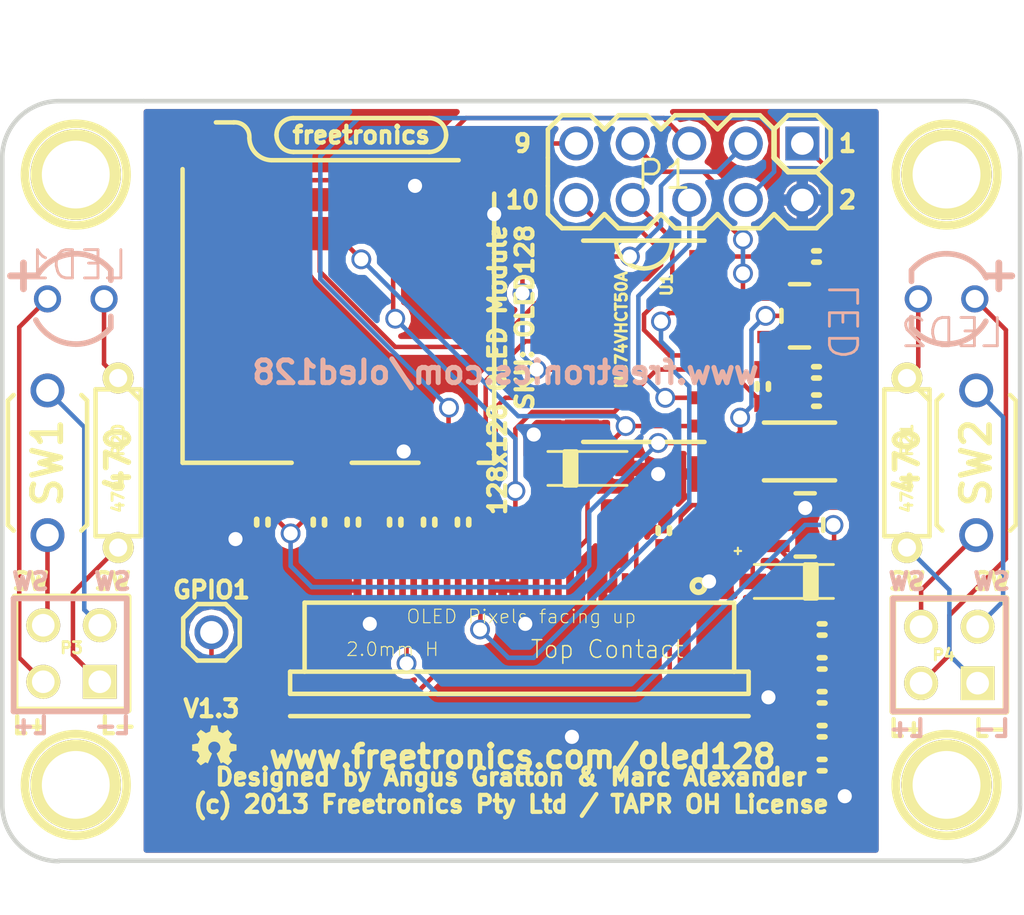
<source format=kicad_pcb>
(kicad_pcb (version 3) (host pcbnew "(2013-mar-13)-testing")

  (general
    (links 95)
    (no_connects 0)
    (area 16.260234 12.346939 64.3636 53.4162)
    (thickness 1.5748)
    (drawings 56)
    (tracks 352)
    (zones 0)
    (modules 42)
    (nets 45)
  )

  (page A4)
  (layers
    (15 Front signal)
    (0 Back signal)
    (16 B.Adhes user)
    (17 F.Adhes user)
    (18 B.Paste user)
    (19 F.Paste user)
    (20 B.SilkS user hide)
    (21 F.SilkS user)
    (22 B.Mask user)
    (23 F.Mask user)
    (24 Dwgs.User user)
    (25 Cmts.User user)
    (26 Eco1.User user)
    (27 Eco2.User user)
    (28 Edge.Cuts user)
  )

  (setup
    (last_trace_width 0.2032)
    (trace_clearance 0.127)
    (zone_clearance 0.254)
    (zone_45_only no)
    (trace_min 0.2032)
    (segment_width 0.254)
    (edge_width 0.2032)
    (via_size 0.889)
    (via_drill 0.635)
    (via_min_size 0.889)
    (via_min_drill 0.508)
    (uvia_size 0.508)
    (uvia_drill 0.127)
    (uvias_allowed no)
    (uvia_min_size 0.508)
    (uvia_min_drill 0.127)
    (pcb_text_width 0.3048)
    (pcb_text_size 1.524 1.524)
    (mod_edge_width 0.2032)
    (mod_text_size 1.27 1.27)
    (mod_text_width 0.254)
    (pad_size 0.58 1.52)
    (pad_drill 0)
    (pad_to_mask_clearance 0.0762)
    (aux_axis_origin 0 0)
    (visible_elements FFFFFF7F)
    (pcbplotparams
      (layerselection 352092161)
      (usegerberextensions true)
      (excludeedgelayer true)
      (linewidth 60)
      (plotframeref false)
      (viasonmask false)
      (mode 1)
      (useauxorigin false)
      (hpglpennumber 1)
      (hpglpenspeed 20)
      (hpglpendiameter 15)
      (hpglpenoverlay 0)
      (psnegative false)
      (psa4output false)
      (plotreference false)
      (plotvalue false)
      (plotothertext true)
      (plotinvisibletext false)
      (padsonsilk false)
      (subtractmaskfromsilk false)
      (outputformat 1)
      (mirror false)
      (drillshape 0)
      (scaleselection 1)
      (outputdirectory output/))
  )

  (net 0 "")
  (net 1 +3.3V)
  (net 2 /MISO)
  (net 3 /MOSI)
  (net 4 /MOSI_3v3)
  (net 5 /OLED_DnC)
  (net 6 /OLED_DnC_3v3)
  (net 7 /OLED_VCC)
  (net 8 /OLED_nCS)
  (net 9 /OLED_nCS_3v3)
  (net 10 /OLED_nRST)
  (net 11 /OLED_nRST_3v3)
  (net 12 /SCK)
  (net 13 /SCK_3v3)
  (net 14 /VCC_ON)
  (net 15 /uSD_CD)
  (net 16 /uSD_nCS)
  (net 17 /uSD_nCS_3v3)
  (net 18 GND)
  (net 19 N-0000010)
  (net 20 N-0000011)
  (net 21 N-000002)
  (net 22 N-0000020)
  (net 23 N-0000021)
  (net 24 N-0000023)
  (net 25 N-0000024)
  (net 26 N-0000025)
  (net 27 N-0000028)
  (net 28 N-0000029)
  (net 29 N-0000030)
  (net 30 N-0000031)
  (net 31 N-0000032)
  (net 32 N-0000033)
  (net 33 N-0000036)
  (net 34 N-0000037)
  (net 35 N-0000038)
  (net 36 N-000004)
  (net 37 N-0000040)
  (net 38 N-0000041)
  (net 39 N-0000042)
  (net 40 N-0000043)
  (net 41 N-0000044)
  (net 42 N-000005)
  (net 43 N-000006)
  (net 44 VCC)

  (net_class Default "This is the default net class."
    (clearance 0.127)
    (trace_width 0.2032)
    (via_dia 0.889)
    (via_drill 0.635)
    (uvia_dia 0.508)
    (uvia_drill 0.127)
    (add_net "")
    (add_net +3.3V)
    (add_net /MISO)
    (add_net /MOSI)
    (add_net /MOSI_3v3)
    (add_net /OLED_DnC)
    (add_net /OLED_DnC_3v3)
    (add_net /OLED_VCC)
    (add_net /OLED_nCS)
    (add_net /OLED_nCS_3v3)
    (add_net /OLED_nRST)
    (add_net /OLED_nRST_3v3)
    (add_net /SCK)
    (add_net /SCK_3v3)
    (add_net /VCC_ON)
    (add_net /uSD_CD)
    (add_net /uSD_nCS)
    (add_net /uSD_nCS_3v3)
    (add_net GND)
    (add_net N-0000010)
    (add_net N-0000011)
    (add_net N-000002)
    (add_net N-0000020)
    (add_net N-0000021)
    (add_net N-0000023)
    (add_net N-0000024)
    (add_net N-0000025)
    (add_net N-0000028)
    (add_net N-0000029)
    (add_net N-0000030)
    (add_net N-0000031)
    (add_net N-0000032)
    (add_net N-0000033)
    (add_net N-0000036)
    (add_net N-0000037)
    (add_net N-0000038)
    (add_net N-000004)
    (add_net N-0000040)
    (add_net N-0000041)
    (add_net N-0000042)
    (add_net N-0000043)
    (add_net N-0000044)
    (add_net N-000005)
    (add_net N-000006)
    (add_net VCC)
  )

  (module SOIC14 (layer Front) (tedit 5191D78C) (tstamp 518997A9)
    (at 45.593 27.813 270)
    (path /518868F2)
    (attr smd)
    (fp_text reference U1 (at -2.54 -1.016 270) (layer F.SilkS)
      (effects (font (size 0.5 0.5) (thickness 0.125)))
    )
    (fp_text value MC74VHCT50A (at -0.508 1.016 270) (layer F.SilkS)
      (effects (font (size 0.5 0.5) (thickness 0.125)))
    )
    (fp_arc (start -4.52374 0) (end -3.27406 0) (angle 90) (layer F.SilkS) (width 0.2032))
    (fp_arc (start -4.52374 0) (end -4.52374 -1.24968) (angle 90) (layer F.SilkS) (width 0.2032))
    (fp_line (start 4.52374 -2.716) (end 4.52374 2.73304) (layer F.SilkS) (width 0.2032))
    (fp_line (start -4.52374 -2.716) (end -4.52374 2.73304) (layer F.SilkS) (width 0.2032))
    (pad 1 smd rect (at -3.81 2.794 270) (size 0.58 1.52)
      (layers Front F.Paste F.Mask)
      (net 16 /uSD_nCS)
    )
    (pad 2 smd rect (at -2.54 2.794 270) (size 0.58 1.52)
      (layers Front F.Paste F.Mask)
      (net 17 /uSD_nCS_3v3)
    )
    (pad 3 smd rect (at -1.27 2.794 270) (size 0.58 1.52)
      (layers Front F.Paste F.Mask)
      (net 10 /OLED_nRST)
    )
    (pad 4 smd rect (at 0 2.794 270) (size 0.58 1.52)
      (layers Front F.Paste F.Mask)
      (net 11 /OLED_nRST_3v3)
    )
    (pad 5 smd rect (at 1.27 2.794 270) (size 0.58 1.52)
      (layers Front F.Paste F.Mask)
      (net 5 /OLED_DnC)
    )
    (pad 6 smd rect (at 2.54 2.794 270) (size 0.58 1.52)
      (layers Front F.Paste F.Mask)
      (net 6 /OLED_DnC_3v3)
    )
    (pad 7 smd rect (at 3.81 2.794 270) (size 0.58 1.52)
      (layers Front F.Paste F.Mask)
      (net 18 GND)
    )
    (pad 8 smd rect (at 3.81 -2.794 270) (size 0.58 1.52)
      (layers Front F.Paste F.Mask)
      (net 4 /MOSI_3v3)
    )
    (pad 9 smd rect (at 2.54 -2.794 270) (size 0.58 1.52)
      (layers Front F.Paste F.Mask)
      (net 3 /MOSI)
    )
    (pad 10 smd rect (at 1.27 -2.794 270) (size 0.58 1.52)
      (layers Front F.Paste F.Mask)
      (net 13 /SCK_3v3)
    )
    (pad 11 smd rect (at 0 -2.794 270) (size 0.58 1.52)
      (layers Front F.Paste F.Mask)
      (net 12 /SCK)
    )
    (pad 12 smd rect (at -1.27 -2.794 270) (size 0.58 1.52)
      (layers Front F.Paste F.Mask)
      (net 9 /OLED_nCS_3v3)
    )
    (pad 13 smd rect (at -2.54 -2.794 270) (size 0.58 1.52)
      (layers Front F.Paste F.Mask)
      (net 8 /OLED_nCS)
    )
    (pad 14 smd rect (at -3.81 -2.794 270) (size 0.58 1.52)
      (layers Front F.Paste F.Mask)
      (net 1 +3.3V)
    )
    (model smd/cms_soj24.wrl
      (at (xyz 0 0 0))
      (scale (xyz 0.5 0.6 0.5))
      (rotate (xyz 0 0 0))
    )
  )

  (module LED3MM (layer Back) (tedit 5147EB33) (tstamp 5147E664)
    (at 59.182 25.908 180)
    (descr <B>LED</B><p>)
    (path /5147A6F3)
    (fp_text reference LED2 (at -0.254 -1.524 180) (layer B.SilkS)
      (effects (font (size 1.27 1.27) (thickness 0.127)) (justify mirror))
    )
    (fp_text value LED (at 4.572 -1.016 270) (layer B.SilkS)
      (effects (font (size 1.27 1.27) (thickness 0.127)) (justify mirror))
    )
    (fp_line (start 1.5748 -1.27) (end 1.5748 1.27) (layer Cmts.User) (width 0.254))
    (fp_arc (start 0 0) (end 0 2.032) (angle -50.1) (layer B.SilkS) (width 0.254))
    (fp_arc (start 0 0) (end -1.7907 0.95504) (angle -61.9) (layer B.SilkS) (width 0.254))
    (fp_arc (start 0 0) (end 0 -2.032) (angle 49.7) (layer B.SilkS) (width 0.254))
    (fp_arc (start 0 0) (end -1.76276 -1.00584) (angle 60.2) (layer B.SilkS) (width 0.254))
    (fp_arc (start 0 0) (end -2.032 0) (angle -28.3) (layer Cmts.User) (width 0.254))
    (fp_arc (start 0 0) (end -2.032 0) (angle 31.6) (layer Cmts.User) (width 0.254))
    (fp_line (start 1.5748 1.2954) (end 1.5748 0.7874) (layer B.SilkS) (width 0.254))
    (fp_line (start 1.5748 -1.2954) (end 1.5748 -0.8382) (layer B.SilkS) (width 0.254))
    (pad A thru_hole oval (at -1.27 0 180) (size 1.2192 1.2192) (drill 0.8128)
      (layers *.Cu *.Mask)
      (net 32 N-0000033)
    )
    (pad K thru_hole oval (at 1.27 0 180) (size 1.2192 1.2192) (drill 0.8128)
      (layers *.Cu *.Mask)
      (net 38 N-0000041)
    )
  )

  (module LED3MM (layer Back) (tedit 5147E7C9) (tstamp 5170A818)
    (at 20.066 25.908)
    (descr <B>LED</B><p>)
    (path /51479FB3)
    (fp_text reference LED1 (at 0 -1.524) (layer B.SilkS)
      (effects (font (size 1.27 1.27) (thickness 0.127)) (justify mirror))
    )
    (fp_text value LED (at 4.318 -1.27 270) (layer B.SilkS) hide
      (effects (font (size 1.27 1.27) (thickness 0.127)) (justify mirror))
    )
    (fp_line (start 1.5748 -1.27) (end 1.5748 1.27) (layer Cmts.User) (width 0.254))
    (fp_arc (start 0 0) (end 0 2.032) (angle -50.1) (layer B.SilkS) (width 0.254))
    (fp_arc (start 0 0) (end -1.7907 0.95504) (angle -61.9) (layer B.SilkS) (width 0.254))
    (fp_arc (start 0 0) (end 0 -2.032) (angle 49.7) (layer B.SilkS) (width 0.254))
    (fp_arc (start 0 0) (end -1.76276 -1.00584) (angle 60.2) (layer B.SilkS) (width 0.254))
    (fp_arc (start 0 0) (end -2.032 0) (angle -28.3) (layer Cmts.User) (width 0.254))
    (fp_arc (start 0 0) (end -2.032 0) (angle 31.6) (layer Cmts.User) (width 0.254))
    (fp_line (start 1.5748 1.2954) (end 1.5748 0.7874) (layer B.SilkS) (width 0.254))
    (fp_line (start 1.5748 -1.2954) (end 1.5748 -0.8382) (layer B.SilkS) (width 0.254))
    (pad A thru_hole oval (at -1.27 0) (size 1.2192 1.2192) (drill 0.8128)
      (layers *.Cu *.Mask)
      (net 39 N-0000042)
    )
    (pad K thru_hole oval (at 1.27 0) (size 1.2192 1.2192) (drill 0.8128)
      (layers *.Cu *.Mask)
      (net 37 N-0000040)
    )
  )

  (module 0603 (layer Front) (tedit 5147968C) (tstamp 5146486F)
    (at 32.512 35.941 270)
    (path /511C318C)
    (fp_text reference C10 (at -0.5588 0.0508 270) (layer Eco1.User)
      (effects (font (size 0.4064 0.4064) (thickness 0.03048)))
    )
    (fp_text value 4.7uF (at 0.2032 1.1684 270) (layer Eco1.User)
      (effects (font (size 0.4064 0.4064) (thickness 0.03048)))
    )
    (fp_line (start -1.27 -0.508) (end 1.27 -0.508) (layer Dwgs.User) (width 0.0508))
    (fp_line (start 1.27 -0.508) (end 1.27 0.508) (layer Dwgs.User) (width 0.0508))
    (fp_line (start 1.27 0.508) (end -1.27 0.508) (layer Dwgs.User) (width 0.0508))
    (fp_line (start -1.27 0.508) (end -1.27 -0.508) (layer Dwgs.User) (width 0.0508))
    (fp_line (start -0.508 -0.3302) (end 0.508 -0.3302) (layer Cmts.User) (width 0.1016))
    (fp_line (start -0.508 0.3302) (end 0.508 0.3302) (layer Cmts.User) (width 0.1016))
    (fp_line (start -0.127 -0.254) (end 0.127 -0.254) (layer F.SilkS) (width 0.254))
    (fp_line (start -0.127 0.254) (end 0.127 0.254) (layer F.SilkS) (width 0.254))
    (pad 1 smd rect (at -0.762 0 270) (size 0.762 0.762)
      (layers Front F.Paste F.Mask)
      (net 1 +3.3V)
    )
    (pad 2 smd rect (at 0.762 0 270) (size 0.762 0.762)
      (layers Front F.Paste F.Mask)
      (net 18 GND)
    )
  )

  (module SOD-123 (layer Front) (tedit 514951C8) (tstamp 51479078)
    (at 52.324 38.608)
    (path /514791C6)
    (fp_text reference D1 (at -0.3048 0) (layer Eco1.User)
      (effects (font (size 0.4064 0.4064) (thickness 0.03048)))
    )
    (fp_text value MBR0540 (at 0.11938 1.4859) (layer Eco1.User)
      (effects (font (size 0.4064 0.4064) (thickness 0.03048)))
    )
    (fp_line (start 0.635 -0.635) (end 0.635 0.635) (layer F.SilkS) (width 0.2032))
    (fp_line (start 0.635 0.635) (end 0.762 0.635) (layer F.SilkS) (width 0.2032))
    (fp_line (start 0.762 0.635) (end 0.762 -0.635) (layer F.SilkS) (width 0.2032))
    (fp_line (start 0.762 -0.635) (end 0.889 -0.635) (layer F.SilkS) (width 0.2032))
    (fp_line (start 0.889 -0.635) (end 0.889 0.635) (layer F.SilkS) (width 0.2032))
    (fp_line (start 0.508 -0.762) (end 1.016 -0.762) (layer F.SilkS) (width 0.2032))
    (fp_line (start 1.016 -0.762) (end 1.016 0.762) (layer F.SilkS) (width 0.2032))
    (fp_line (start 1.016 0.762) (end 0.508 0.762) (layer F.SilkS) (width 0.2032))
    (fp_line (start 0.508 0.762) (end 0.508 -0.762) (layer F.SilkS) (width 0.2032))
    (fp_line (start -0.99822 -0.6985) (end 0.99822 -0.6985) (layer Cmts.User) (width 0.1524))
    (fp_line (start 0.99822 -0.6985) (end 0.99822 0.6985) (layer Cmts.User) (width 0.1524))
    (fp_line (start 0.99822 0.6985) (end -0.99822 0.6985) (layer Cmts.User) (width 0.1524))
    (fp_line (start -0.99822 0.6985) (end -0.99822 -0.6985) (layer Cmts.User) (width 0.1524))
    (fp_line (start -1.778 -0.762) (end 1.778 -0.762) (layer F.SilkS) (width 0.127))
    (fp_line (start 1.778 -0.762) (end 1.778 0.762) (layer Cmts.User) (width 0.127))
    (fp_line (start 1.778 0.762) (end -1.778 0.762) (layer F.SilkS) (width 0.127))
    (fp_line (start -1.778 0.762) (end -1.778 -0.762) (layer Cmts.User) (width 0.127))
    (pad A smd rect (at -1.84912 0) (size 1.19888 0.6985)
      (layers Front F.Paste F.Mask)
      (net 42 N-000005)
    )
    (pad K smd rect (at 1.84912 0) (size 1.19888 0.6985)
      (layers Front F.Paste F.Mask)
      (net 7 /OLED_VCC)
    )
  )

  (module SOD-123 (layer Front) (tedit 5153B801) (tstamp 51479321)
    (at 43.053 33.528 180)
    (path /511C2BA1)
    (fp_text reference Z1 (at 0.4699 0.0508 270) (layer Eco1.User)
      (effects (font (size 0.4064 0.4064) (thickness 0.03048)))
    )
    (fp_text value 2V4 (at 0.0508 -1.2192 180) (layer Eco1.User)
      (effects (font (size 0.4064 0.4064) (thickness 0.03048)))
    )
    (fp_line (start 0.635 -0.635) (end 0.635 0.635) (layer F.SilkS) (width 0.2032))
    (fp_line (start 0.635 0.635) (end 0.762 0.635) (layer F.SilkS) (width 0.2032))
    (fp_line (start 0.762 0.635) (end 0.762 -0.635) (layer F.SilkS) (width 0.2032))
    (fp_line (start 0.762 -0.635) (end 0.889 -0.635) (layer F.SilkS) (width 0.2032))
    (fp_line (start 0.889 -0.635) (end 0.889 0.635) (layer F.SilkS) (width 0.2032))
    (fp_line (start 0.508 -0.762) (end 1.016 -0.762) (layer F.SilkS) (width 0.2032))
    (fp_line (start 1.016 -0.762) (end 1.016 0.762) (layer F.SilkS) (width 0.2032))
    (fp_line (start 1.016 0.762) (end 0.508 0.762) (layer F.SilkS) (width 0.2032))
    (fp_line (start 0.508 0.762) (end 0.508 -0.762) (layer F.SilkS) (width 0.2032))
    (fp_line (start -0.99822 -0.6985) (end 0.99822 -0.6985) (layer Cmts.User) (width 0.1524))
    (fp_line (start 0.99822 -0.6985) (end 0.99822 0.6985) (layer Cmts.User) (width 0.1524))
    (fp_line (start 0.99822 0.6985) (end -0.99822 0.6985) (layer Cmts.User) (width 0.1524))
    (fp_line (start -0.99822 0.6985) (end -0.99822 -0.6985) (layer Cmts.User) (width 0.1524))
    (fp_line (start -1.778 -0.762) (end 1.778 -0.762) (layer F.SilkS) (width 0.127))
    (fp_line (start 1.778 0.762) (end -1.778 0.762) (layer F.SilkS) (width 0.127))
    (pad A smd rect (at -1.84912 0 180) (size 1.19888 0.6985)
      (layers Front F.Paste F.Mask)
      (net 18 GND)
    )
    (pad K smd rect (at 1.84912 0 180) (size 1.19888 0.6985)
      (layers Front F.Paste F.Mask)
      (net 43 N-000006)
    )
  )

  (module OLED-128X128-FPC-TOP   locked (layer Front) (tedit 51494F83) (tstamp 5142BD14)
    (at 47.244 38.862 180)
    (path /511C2906)
    (fp_text reference OLED1 (at 14.8336 -0.254 180) (layer Eco1.User)
      (effects (font (size 0.4064 0.4064) (thickness 0.03048)))
    )
    (fp_text value OLED128_UG2828 (at 6.35 -2.032 180) (layer Eco1.User)
      (effects (font (size 0.4064 0.4064) (thickness 0.03048)))
    )
    (fp_text user "Top Contact" (at 3.302 -2.794 180) (layer F.SilkS)
      (effects (font (size 0.79756 0.762) (thickness 0.0635)))
    )
    (fp_text user "OLED Pixels facing up" (at 7.1628 -1.3208 180) (layer F.SilkS)
      (effects (font (size 0.6096 0.6096) (thickness 0.04826)))
    )
    (fp_text user "2.0mm H" (at 12.954 -2.794 180) (layer F.SilkS)
      (effects (font (size 0.6096 0.6096) (thickness 0.04826)))
    )
    (fp_line (start 16.89862 -0.6985) (end 16.89862 -3.79984) (layer F.SilkS) (width 0.2032))
    (fp_line (start 17.54886 -3.79984) (end 16.89862 -3.79984) (layer F.SilkS) (width 0.2032))
    (fp_line (start 17.54886 -4.79806) (end 17.54886 -3.79984) (layer F.SilkS) (width 0.2032))
    (fp_line (start -3.048 -4.79806) (end 17.54886 -4.79806) (layer F.SilkS) (width 0.2032))
    (fp_line (start -2.39776 -0.6985) (end -2.39776 -3.79984) (layer F.SilkS) (width 0.2032))
    (fp_line (start -3.048 -3.79984) (end -2.39776 -3.79984) (layer F.SilkS) (width 0.2032))
    (fp_line (start -3.048 -4.79806) (end -3.048 -3.79984) (layer F.SilkS) (width 0.2032))
    (fp_line (start -2.39776 -0.6985) (end 16.89862 -0.6985) (layer F.SilkS) (width 0.2032))
    (fp_line (start -3.048 -5.79882) (end 17.54886 -5.79882) (layer F.SilkS) (width 0.2032))
    (fp_line (start -2.39776 -3.79984) (end 16.89862 -3.79984) (layer F.SilkS) (width 0.2032))
    (fp_circle (center -0.79756 0.04826) (end -0.51562 0.04826) (layer F.SilkS) (width 0.254))
    (pad 1 smd rect (at 0 0 270) (size 1.24968 0.29972)
      (layers Front F.Paste F.Mask)
      (net 18 GND)
    )
    (pad 2 smd rect (at 0.49784 0 270) (size 1.24968 0.29972)
      (layers Front F.Paste F.Mask)
      (net 7 /OLED_VCC)
    )
    (pad 3 smd rect (at 0.99822 0 270) (size 1.24968 0.29972)
      (layers Front F.Paste F.Mask)
      (net 36 N-000004)
    )
    (pad 4 smd rect (at 1.4986 0 270) (size 1.24968 0.29972)
      (layers Front F.Paste F.Mask)
      (net 1 +3.3V)
    )
    (pad 5 smd rect (at 1.99898 0 270) (size 1.24968 0.29972)
      (layers Front F.Paste F.Mask)
      (net 26 N-0000025)
    )
    (pad 6 smd rect (at 2.49936 0 270) (size 1.24968 0.29972)
      (layers Front F.Paste F.Mask)
      (net 25 N-0000024)
    )
    (pad 7 smd rect (at 2.99974 0 270) (size 1.24968 0.29972)
      (layers Front F.Paste F.Mask)
      (net 18 GND)
    )
    (pad 8 smd rect (at 3.49758 0 270) (size 1.24968 0.29972)
      (layers Front F.Paste F.Mask)
      (net 18 GND)
    )
    (pad 9 smd rect (at 3.99796 0 270) (size 1.24968 0.29972)
      (layers Front F.Paste F.Mask)
      (net 18 GND)
    )
    (pad 10 smd rect (at 4.49834 0 270) (size 1.24968 0.29972)
      (layers Front F.Paste F.Mask)
      (net 18 GND)
    )
    (pad 11 smd rect (at 4.99872 0 270) (size 1.24968 0.29972)
      (layers Front F.Paste F.Mask)
      (net 18 GND)
    )
    (pad 12 smd rect (at 5.4991 0 270) (size 1.24968 0.29972)
      (layers Front F.Paste F.Mask)
      (net 24 N-0000023)
    )
    (pad 13 smd rect (at 5.99948 0 270) (size 1.24968 0.29972)
      (layers Front F.Paste F.Mask)
      (net 4 /MOSI_3v3)
    )
    (pad 14 smd rect (at 6.49986 0 270) (size 1.24968 0.29972)
      (layers Front F.Paste F.Mask)
      (net 13 /SCK_3v3)
    )
    (pad 15 smd rect (at 6.9977 0 270) (size 1.24968 0.29972)
      (layers Front F.Paste F.Mask)
      (net 18 GND)
    )
    (pad 16 smd rect (at 7.49808 0 270) (size 1.24968 0.29972)
      (layers Front F.Paste F.Mask)
      (net 18 GND)
    )
    (pad 17 smd rect (at 7.99846 0 270) (size 1.24968 0.29972)
      (layers Front F.Paste F.Mask)
      (net 18 GND)
    )
    (pad 18 smd rect (at 8.49884 0 270) (size 1.24968 0.29972)
      (layers Front F.Paste F.Mask)
      (net 18 GND)
    )
    (pad 19 smd rect (at 8.99922 0 270) (size 1.24968 0.29972)
      (layers Front F.Paste F.Mask)
      (net 9 /OLED_nCS_3v3)
    )
    (pad 20 smd rect (at 9.4996 0 270) (size 1.24968 0.29972)
      (layers Front F.Paste F.Mask)
      (net 6 /OLED_DnC_3v3)
    )
    (pad 21 smd rect (at 9.99998 0 270) (size 1.24968 0.29972)
      (layers Front F.Paste F.Mask)
      (net 11 /OLED_nRST_3v3)
    )
    (pad 22 smd rect (at 10.49782 0 270) (size 1.24968 0.29972)
      (layers Front F.Paste F.Mask)
      (net 21 N-000002)
    )
    (pad 23 smd rect (at 10.9982 0 270) (size 1.24968 0.29972)
      (layers Front F.Paste F.Mask)
      (net 33 N-0000036)
    )
    (pad 24 smd rect (at 11.49858 0 270) (size 1.24968 0.29972)
      (layers Front F.Paste F.Mask)
      (net 14 /VCC_ON)
    )
    (pad 25 smd rect (at 11.99896 0 270) (size 1.24968 0.29972)
      (layers Front F.Paste F.Mask)
      (net 23 N-0000021)
    )
    (pad 26 smd rect (at 12.49934 0 270) (size 1.24968 0.29972)
      (layers Front F.Paste F.Mask)
      (net 22 N-0000020)
    )
    (pad 27 smd rect (at 12.99972 0 270) (size 1.24968 0.29972)
      (layers Front F.Paste F.Mask)
      (net 1 +3.3V)
    )
    (pad 28 smd rect (at 13.49756 0 270) (size 1.24968 0.29972)
      (layers Front F.Paste F.Mask)
      (net 18 GND)
    )
    (pad 29 smd rect (at 13.99794 0 270) (size 1.24968 0.29972)
      (layers Front F.Paste F.Mask)
      (net 27 N-0000028)
    )
    (pad 30 smd rect (at 14.49832 0 270) (size 1.24968 0.29972)
      (layers Front F.Paste F.Mask)
      (net 18 GND)
    )
    (pad MNT1 smd rect (at -1.69926 -2.2987 180) (size 1.99898 2.99974)
      (layers Front F.Paste F.Mask)
    )
    (pad MNT2 smd rect (at 16.19758 -2.2987 180) (size 1.99898 2.99974)
      (layers Front F.Paste F.Mask)
    )
  )

  (module MICRO-SD-SOCKET-PP (layer Front) (tedit 514795BD) (tstamp 5142BD15)
    (at 38.862 33.274)
    (path /51259AC5)
    (fp_text reference P2 (at -13.1064 -12.3952) (layer Cmts.User)
      (effects (font (size 0.508 0.508) (thickness 0.00254)))
    )
    (fp_text value MICROSD (at -11.9888 -11.6332) (layer Eco1.User)
      (effects (font (size 0.508 0.508) (thickness 0.00254)))
    )
    (fp_line (start -13.99794 0) (end -13.99794 -13.19784) (layer F.SilkS) (width 0.2032))
    (fp_line (start 0 -12.09802) (end 0 0) (layer F.SilkS) (width 0.2032))
    (fp_line (start -11.69924 -15.29842) (end -12.49934 -15.29842) (layer F.SilkS) (width 0.2032))
    (fp_line (start -10.9982 -15.99946) (end 0 -15.99946) (layer Cmts.User) (width 0.2032))
    (fp_line (start -9.99998 -13.59916) (end -1.59766 -13.59916) (layer F.SilkS) (width 0.2032))
    (fp_line (start -13.99794 0) (end -9.09828 0) (layer F.SilkS) (width 0.2032))
    (fp_line (start -3.39852 0) (end -6.39826 0) (layer F.SilkS) (width 0.2032))
    (fp_line (start 0 0) (end -0.6985 0) (layer F.SilkS) (width 0.2032))
    (fp_line (start 0 -17.59966) (end -10.9982 -17.59966) (layer Cmts.User) (width 0.2032))
    (fp_line (start 0 -20.69846) (end -10.9982 -20.69846) (layer Cmts.User) (width 0.2032))
    (fp_arc (start -11.64844 -14.64818) (end -11.69924 -15.29842) (angle 98.7) (layer F.SilkS) (width 0.2032))
    (fp_arc (start -9.97458 -14.62278) (end -10.9982 -14.59992) (angle -87.2) (layer F.SilkS) (width 0.2032))
    (fp_line (start -13.99794 0) (end -13.99794 -13.19784) (layer Cmts.User) (width 0.2032))
    (fp_line (start 0 -12.09802) (end 0 0) (layer Cmts.User) (width 0.2032))
    (fp_line (start -3.39852 0) (end -6.39826 0) (layer Cmts.User) (width 0.2032))
    (fp_line (start 0 0) (end -0.6985 0) (layer Cmts.User) (width 0.2032))
    (fp_line (start -13.99794 0) (end -9.09828 0) (layer Cmts.User) (width 0.2032))
    (fp_line (start -9.99998 -13.59916) (end -1.59766 -13.59916) (layer Cmts.User) (width 0.2032))
    (fp_arc (start -9.97458 -14.62278) (end -10.9982 -14.59992) (angle -87.2) (layer Cmts.User) (width 0.2032))
    (fp_arc (start -11.64844 -14.64818) (end -11.69924 -15.29842) (angle 98.7) (layer Cmts.User) (width 0.2032))
    (fp_line (start -11.69924 -15.29842) (end -12.49934 -15.29842) (layer Cmts.User) (width 0.2032))
    (pad CD2 smd rect (at -7.74954 -0.39878) (size 1.79832 1.39954)
      (layers Front F.Paste F.Mask)
      (net 18 GND)
    )
    (pad CD1 smd rect (at -2.04978 -0.39878) (size 1.79832 1.39954)
      (layers Front F.Paste F.Mask)
      (net 15 /uSD_CD)
    )
    (pad GND1 smd rect (at -0.44958 -13.54836) (size 1.39954 1.89992)
      (layers Front F.Paste F.Mask)
      (net 18 GND)
    )
    (pad GND2 smd rect (at -13.59916 -14.54912) (size 1.39954 1.89992)
      (layers Front F.Paste F.Mask)
      (net 18 GND)
    )
    (pad 1 smd rect (at -8.93826 -10.69848) (size 0.79756 1.4986)
      (layers Front F.Paste F.Mask)
      (net 35 N-0000038)
    )
    (pad 2 smd rect (at -7.83844 -10.2997) (size 0.79756 1.4986)
      (layers Front F.Paste F.Mask)
      (net 17 /uSD_nCS_3v3)
    )
    (pad 3 smd rect (at -6.73862 -10.69848) (size 0.79756 1.4986)
      (layers Front F.Paste F.Mask)
      (net 4 /MOSI_3v3)
    )
    (pad 4 smd rect (at -5.6388 -10.89914) (size 0.79756 1.4986)
      (layers Front F.Paste F.Mask)
      (net 1 +3.3V)
    )
    (pad 5 smd rect (at -4.53898 -10.69848) (size 0.79756 1.4986)
      (layers Front F.Paste F.Mask)
      (net 13 /SCK_3v3)
    )
    (pad 6 smd rect (at -3.43916 -10.89914) (size 0.79756 1.4986)
      (layers Front F.Paste F.Mask)
      (net 18 GND)
    )
    (pad 7 smd rect (at -2.33934 -10.69848) (size 0.79756 1.4986)
      (layers Front F.Paste F.Mask)
      (net 2 /MISO)
    )
    (pad 8 smd rect (at -1.23952 -10.69848) (size 0.79756 1.4986)
      (layers Front F.Paste F.Mask)
      (net 34 N-0000037)
    )
  )

  (module 1210   placed (layer Front) (tedit 0) (tstamp 5142BD16)
    (at 52.578 32.766 180)
    (path /511C32D5)
    (fp_text reference L1 (at 0.01524 -0.29464 180) (layer Eco1.User)
      (effects (font (size 0.4064 0.4064) (thickness 0.03048)))
    )
    (fp_text value 6.8uH (at 0.32004 0.9017 180) (layer Eco1.User)
      (effects (font (size 0.4064 0.4064) (thickness 0.03048)))
    )
    (fp_line (start -1.59766 -1.29794) (end 1.59766 -1.29794) (layer Cmts.User) (width 0.127))
    (fp_line (start 1.59766 -1.29794) (end 1.59766 1.29794) (layer Cmts.User) (width 0.127))
    (fp_line (start 1.59766 1.29794) (end -1.59766 1.29794) (layer Cmts.User) (width 0.127))
    (fp_line (start -1.59766 1.29794) (end -1.59766 -1.29794) (layer Cmts.User) (width 0.127))
    (fp_line (start -1.59766 -1.29794) (end 1.59766 -1.29794) (layer F.SilkS) (width 0.2032))
    (fp_line (start -1.59766 1.29794) (end 1.59766 1.29794) (layer F.SilkS) (width 0.2032))
    (pad 1 smd rect (at -1.59766 0 180) (size 1.19888 1.99898)
      (layers Front F.Paste F.Mask)
      (net 44 VCC)
    )
    (pad 2 smd rect (at 1.59766 0 180) (size 1.19888 1.99898)
      (layers Front F.Paste F.Mask)
      (net 42 N-000005)
    )
  )

  (module 1206   placed (layer Front) (tedit 51479720) (tstamp 5142BD17)
    (at 48.514 35.179 90)
    (path /511C2AFC)
    (fp_text reference C4 (at -0.9144 0 90) (layer Eco1.User)
      (effects (font (size 0.4064 0.4064) (thickness 0.03048)))
    )
    (fp_text value "4.7uF 25V TANT" (at 1.1684 1.6764 90) (layer Eco1.User)
      (effects (font (size 0.4064 0.4064) (thickness 0.03048)))
    )
    (fp_line (start -2.47142 -0.98298) (end 2.47142 -0.98298) (layer Dwgs.User) (width 0.0508))
    (fp_line (start 2.47142 0.98298) (end -2.47142 0.98298) (layer Dwgs.User) (width 0.0508))
    (fp_line (start -2.47142 0.98298) (end -2.47142 -0.98298) (layer Dwgs.User) (width 0.0508))
    (fp_line (start 2.47142 -0.98298) (end 2.47142 0.98298) (layer Dwgs.User) (width 0.0508))
    (fp_line (start -0.96266 -0.78486) (end 0.96266 -0.78486) (layer Cmts.User) (width 0.1016))
    (fp_line (start -0.96266 0.78486) (end 0.96266 0.78486) (layer Cmts.User) (width 0.1016))
    (pad 1 smd rect (at -1.39954 0 90) (size 1.59766 1.79832)
      (layers Front F.Paste F.Mask)
      (net 36 N-000004)
    )
    (pad 2 smd rect (at 1.39954 0 90) (size 1.59766 1.79832)
      (layers Front F.Paste F.Mask)
      (net 18 GND)
    )
  )

  (module 1206   placed (layer Front) (tedit 51479724) (tstamp 5142BD19)
    (at 43.053 35.814 180)
    (path /511C2B8F)
    (fp_text reference R10 (at -1.2192 0 180) (layer Eco1.User)
      (effects (font (size 0.4064 0.4064) (thickness 0.03048)))
    )
    (fp_text value "47R  1/4W" (at 0.762 1.524 180) (layer Eco1.User)
      (effects (font (size 0.4064 0.4064) (thickness 0.03048)))
    )
    (fp_line (start -2.47142 -0.98298) (end 2.47142 -0.98298) (layer Dwgs.User) (width 0.0508))
    (fp_line (start 2.47142 0.98298) (end -2.47142 0.98298) (layer Dwgs.User) (width 0.0508))
    (fp_line (start -2.47142 0.98298) (end -2.47142 -0.98298) (layer Dwgs.User) (width 0.0508))
    (fp_line (start 2.47142 -0.98298) (end 2.47142 0.98298) (layer Dwgs.User) (width 0.0508))
    (fp_line (start -0.96266 -0.78486) (end 0.96266 -0.78486) (layer Cmts.User) (width 0.1016))
    (fp_line (start -0.96266 0.78486) (end 0.96266 0.78486) (layer Cmts.User) (width 0.1016))
    (pad 1 smd rect (at -1.39954 0 180) (size 1.59766 1.79832)
      (layers Front F.Paste F.Mask)
      (net 26 N-0000025)
    )
    (pad 2 smd rect (at 1.39954 0 180) (size 1.59766 1.79832)
      (layers Front F.Paste F.Mask)
      (net 43 N-000006)
    )
  )

  (module DIL10 (layer Front) (tedit 5191D7AA) (tstamp 51479B13)
    (at 52.705 18.923 180)
    (path /5183782F)
    (fp_text reference P1 (at 6.223 -1.397 360) (layer F.SilkS)
      (effects (font (size 1.27 1.27) (thickness 0.127)))
    )
    (fp_text value M02X05 (at 2.54 2.54 180) (layer F.SilkS) hide
      (effects (font (size 1.27 1.27) (thickness 0.1016)))
    )
    (fp_line (start 9.525 -3.81) (end 10.795 -3.81) (layer F.SilkS) (width 0.2032))
    (fp_line (start 10.795 -3.81) (end 11.43 -3.175) (layer F.SilkS) (width 0.2032))
    (fp_line (start 11.43 -3.175) (end 11.43 -1.905) (layer F.SilkS) (width 0.2032))
    (fp_line (start 11.43 -1.905) (end 11.43 -0.635) (layer F.SilkS) (width 0.2032))
    (fp_line (start -1.27 -3.175) (end -1.27 -1.905) (layer F.SilkS) (width 0.2032))
    (fp_line (start -1.27 -1.905) (end -0.635 -1.27) (layer F.SilkS) (width 0.2032))
    (fp_line (start -0.635 -1.27) (end -1.27 -0.635) (layer F.SilkS) (width 0.2032))
    (fp_line (start 11.43 -0.635) (end 11.43 0.635) (layer F.SilkS) (width 0.2032))
    (fp_line (start -1.27 -3.175) (end -0.635 -3.81) (layer F.SilkS) (width 0.2032))
    (fp_line (start -0.635 -3.81) (end 0.635 -3.81) (layer F.SilkS) (width 0.2032))
    (fp_line (start 0.635 -3.81) (end 1.27 -3.175) (layer F.SilkS) (width 0.2032))
    (fp_line (start 1.27 -3.175) (end 1.905 -3.81) (layer F.SilkS) (width 0.2032))
    (fp_line (start 1.905 -3.81) (end 3.175 -3.81) (layer F.SilkS) (width 0.2032))
    (fp_line (start 3.175 -3.81) (end 3.81 -3.175) (layer F.SilkS) (width 0.2032))
    (fp_line (start 3.81 -3.175) (end 4.445 -3.81) (layer F.SilkS) (width 0.2032))
    (fp_line (start 4.445 -3.81) (end 5.715 -3.81) (layer F.SilkS) (width 0.2032))
    (fp_line (start 5.715 -3.81) (end 6.35 -3.175) (layer F.SilkS) (width 0.2032))
    (fp_line (start 6.35 -3.175) (end 6.985 -3.81) (layer F.SilkS) (width 0.2032))
    (fp_line (start 6.985 -3.81) (end 8.255 -3.81) (layer F.SilkS) (width 0.2032))
    (fp_line (start 8.255 -3.81) (end 8.89 -3.175) (layer F.SilkS) (width 0.2032))
    (fp_line (start 8.89 -3.175) (end 9.525 -3.81) (layer F.SilkS) (width 0.2032))
    (fp_line (start 8.89 0.635) (end 8.255 1.27) (layer F.SilkS) (width 0.2032))
    (fp_line (start 11.43 0.635) (end 10.795 1.27) (layer F.SilkS) (width 0.2032))
    (fp_line (start 10.795 1.27) (end 9.525 1.27) (layer F.SilkS) (width 0.2032))
    (fp_line (start 9.525 1.27) (end 8.89 0.635) (layer F.SilkS) (width 0.2032))
    (fp_line (start 6.35 0.635) (end 5.715 1.27) (layer F.SilkS) (width 0.2032))
    (fp_line (start 5.715 1.27) (end 4.445 1.27) (layer F.SilkS) (width 0.2032))
    (fp_line (start 4.445 1.27) (end 3.81 0.635) (layer F.SilkS) (width 0.2032))
    (fp_line (start 6.35 0.635) (end 6.985 1.27) (layer F.SilkS) (width 0.2032))
    (fp_line (start 8.255 1.27) (end 6.985 1.27) (layer F.SilkS) (width 0.2032))
    (fp_line (start 1.27 0.635) (end 0.635 1.27) (layer F.SilkS) (width 0.2032))
    (fp_line (start 3.81 0.635) (end 3.175 1.27) (layer F.SilkS) (width 0.2032))
    (fp_line (start 3.175 1.27) (end 1.905 1.27) (layer F.SilkS) (width 0.2032))
    (fp_line (start 1.905 1.27) (end 1.27 0.635) (layer F.SilkS) (width 0.2032))
    (fp_line (start -1.27 -0.635) (end -1.27 0.635) (layer F.SilkS) (width 0.2032))
    (fp_line (start -1.27 0.635) (end -0.635 1.27) (layer F.SilkS) (width 0.2032))
    (fp_line (start 0.635 1.27) (end -0.635 1.27) (layer F.SilkS) (width 0.2032))
    (pad 1 thru_hole rect (at 0 0 270) (size 1.524 1.524) (drill 1.016)
      (layers *.Cu *.Mask)
      (net 44 VCC)
    )
    (pad 2 thru_hole oval (at 0 -2.54 270) (size 1.524 1.524) (drill 1.016)
      (layers *.Cu *.Mask)
      (net 18 GND)
    )
    (pad 3 thru_hole oval (at 2.54 0 270) (size 1.524 1.524) (drill 1.016)
      (layers *.Cu *.Mask)
      (net 16 /uSD_nCS)
    )
    (pad 4 thru_hole oval (at 2.54 -2.54 270) (size 1.524 1.524) (drill 1.016)
      (layers *.Cu *.Mask)
      (net 15 /uSD_CD)
    )
    (pad 5 thru_hole oval (at 5.08 0 270) (size 1.524 1.524) (drill 1.016)
      (layers *.Cu *.Mask)
      (net 2 /MISO)
    )
    (pad 6 thru_hole oval (at 5.08 -2.54 270) (size 1.524 1.524) (drill 1.016)
      (layers *.Cu *.Mask)
      (net 3 /MOSI)
    )
    (pad 7 thru_hole oval (at 7.62 0 270) (size 1.524 1.524) (drill 1.016)
      (layers *.Cu *.Mask)
      (net 12 /SCK)
    )
    (pad 8 thru_hole oval (at 7.62 -2.54 270) (size 1.524 1.524) (drill 1.016)
      (layers *.Cu *.Mask)
      (net 8 /OLED_nCS)
    )
    (pad 9 thru_hole oval (at 10.16 0 270) (size 1.524 1.524) (drill 1.016)
      (layers *.Cu *.Mask)
      (net 5 /OLED_DnC)
    )
    (pad 10 thru_hole oval (at 10.16 -2.54 270) (size 1.524 1.524) (drill 1.016)
      (layers *.Cu *.Mask)
      (net 10 /OLED_nRST)
    )
  )

  (module SOT23-5 (layer Front) (tedit 514A4A0B) (tstamp 5146483F)
    (at 52.578 26.67 90)
    (descr "<b>Small Outline Transistor</b>")
    (path /511C4F2C)
    (fp_text reference REG1 (at 0 0 90) (layer Eco1.User)
      (effects (font (size 0.4064 0.4064) (thickness 0.03048)))
    )
    (fp_text value LP2985-33 (at 0.2667 0.3937 90) (layer Eco1.User)
      (effects (font (size 0.4064 0.4064) (thickness 0.03048)))
    )
    (fp_line (start 1.4224 -0.42926) (end 1.4224 0.42926) (layer F.SilkS) (width 0.2032))
    (fp_line (start 1.39954 0.79756) (end -1.39954 0.79756) (layer Cmts.User) (width 0.1524))
    (fp_line (start -1.4224 0.42926) (end -1.4224 -0.42926) (layer F.SilkS) (width 0.2032))
    (fp_line (start -1.39954 -0.79756) (end 1.39954 -0.79756) (layer Cmts.User) (width 0.1524))
    (fp_line (start -0.2667 -0.81026) (end 0.2667 -0.81026) (layer F.SilkS) (width 0.2032))
    (fp_line (start 1.39954 -0.79756) (end 1.39954 0.79756) (layer Cmts.User) (width 0.1524))
    (fp_line (start -1.39954 -0.79756) (end -1.39954 0.79756) (layer Cmts.User) (width 0.1524))
    (pad 1 smd rect (at -0.94996 1.29794 90) (size 0.54864 1.19888)
      (layers Front F.Paste F.Mask)
      (net 44 VCC)
    )
    (pad 2 smd rect (at 0 1.29794 90) (size 0.54864 1.19888)
      (layers Front F.Paste F.Mask)
      (net 18 GND)
    )
    (pad 3 smd rect (at 0.94996 1.29794 90) (size 0.54864 1.19888)
      (layers Front F.Paste F.Mask)
      (net 44 VCC)
    )
    (pad 4 smd rect (at 0.94996 -1.29794 90) (size 0.54864 1.19888)
      (layers Front F.Paste F.Mask)
      (net 19 N-0000010)
    )
    (pad 5 smd rect (at -0.94996 -1.29794 90) (size 0.54864 1.19888)
      (layers Front F.Paste F.Mask)
      (net 1 +3.3V)
    )
  )

  (module SOT23-5 (layer Front) (tedit 514A4A6F) (tstamp 51464841)
    (at 52.832 36.068 270)
    (descr "<b>Small Outline Transistor</b>")
    (path /511C358E)
    (fp_text reference IC1 (at 0 0 270) (layer Eco1.User)
      (effects (font (size 0.4064 0.4064) (thickness 0.03048)))
    )
    (fp_text value TPS61040 (at 0.2667 0.3937 270) (layer Eco1.User)
      (effects (font (size 0.4064 0.4064) (thickness 0.03048)))
    )
    (fp_line (start 1.4224 -0.42926) (end 1.4224 0.42926) (layer F.SilkS) (width 0.2032))
    (fp_line (start 1.39954 0.79756) (end -1.39954 0.79756) (layer Cmts.User) (width 0.1524))
    (fp_line (start -1.4224 0.42926) (end -1.4224 -0.42926) (layer F.SilkS) (width 0.2032))
    (fp_line (start -1.39954 -0.79756) (end 1.39954 -0.79756) (layer Cmts.User) (width 0.1524))
    (fp_line (start -0.2667 -0.81026) (end 0.2667 -0.81026) (layer F.SilkS) (width 0.2032))
    (fp_line (start 1.39954 -0.79756) (end 1.39954 0.79756) (layer Cmts.User) (width 0.1524))
    (fp_line (start -1.39954 -0.79756) (end -1.39954 0.79756) (layer Cmts.User) (width 0.1524))
    (pad 1 smd rect (at -0.94996 1.29794 270) (size 0.54864 1.19888)
      (layers Front F.Paste F.Mask)
      (net 42 N-000005)
    )
    (pad 2 smd rect (at 0 1.29794 270) (size 0.54864 1.19888)
      (layers Front F.Paste F.Mask)
      (net 18 GND)
    )
    (pad 3 smd rect (at 0.94996 1.29794 270) (size 0.54864 1.19888)
      (layers Front F.Paste F.Mask)
      (net 20 N-0000011)
    )
    (pad 4 smd rect (at 0.94996 -1.29794 270) (size 0.54864 1.19888)
      (layers Front F.Paste F.Mask)
      (net 14 /VCC_ON)
    )
    (pad 5 smd rect (at -0.94996 -1.29794 270) (size 0.54864 1.19888)
      (layers Front F.Paste F.Mask)
      (net 44 VCC)
    )
  )

  (module 0603 (layer Front) (tedit 51479653) (tstamp 51999B7A)
    (at 50.927 29.845 270)
    (path /51998687)
    (fp_text reference R11 (at 0 0.0254 270) (layer Eco1.User)
      (effects (font (size 0.4064 0.4064) (thickness 0.03048)))
    )
    (fp_text value 4.7k (at 0.2032 1.1684 270) (layer Eco1.User)
      (effects (font (size 0.4064 0.4064) (thickness 0.03048)))
    )
    (fp_line (start -1.27 -0.508) (end 1.27 -0.508) (layer Dwgs.User) (width 0.0508))
    (fp_line (start 1.27 -0.508) (end 1.27 0.508) (layer Dwgs.User) (width 0.0508))
    (fp_line (start 1.27 0.508) (end -1.27 0.508) (layer Dwgs.User) (width 0.0508))
    (fp_line (start -1.27 0.508) (end -1.27 -0.508) (layer Dwgs.User) (width 0.0508))
    (fp_line (start -0.508 -0.3302) (end 0.508 -0.3302) (layer Cmts.User) (width 0.1016))
    (fp_line (start -0.508 0.3302) (end 0.508 0.3302) (layer Cmts.User) (width 0.1016))
    (fp_line (start -0.127 -0.254) (end 0.127 -0.254) (layer F.SilkS) (width 0.254))
    (fp_line (start -0.127 0.254) (end 0.127 0.254) (layer F.SilkS) (width 0.254))
    (pad 1 smd rect (at -0.762 0 270) (size 0.762 0.762)
      (layers Front F.Paste F.Mask)
      (net 44 VCC)
    )
    (pad 2 smd rect (at 0.762 0 270) (size 0.762 0.762)
      (layers Front F.Paste F.Mask)
      (net 8 /OLED_nCS)
    )
  )

  (module 0603 (layer Front) (tedit 0) (tstamp 5146484D)
    (at 53.594 40.767 180)
    (path /511C368F)
    (fp_text reference R8 (at -0.0762 -0.3048 180) (layer Eco1.User)
      (effects (font (size 0.4064 0.4064) (thickness 0.03048)))
    )
    (fp_text value "910K 1%" (at 0.2032 1.1684 180) (layer Eco1.User)
      (effects (font (size 0.4064 0.4064) (thickness 0.03048)))
    )
    (fp_line (start -1.27 -0.508) (end 1.27 -0.508) (layer Dwgs.User) (width 0.0508))
    (fp_line (start 1.27 -0.508) (end 1.27 0.508) (layer Dwgs.User) (width 0.0508))
    (fp_line (start 1.27 0.508) (end -1.27 0.508) (layer Dwgs.User) (width 0.0508))
    (fp_line (start -1.27 0.508) (end -1.27 -0.508) (layer Dwgs.User) (width 0.0508))
    (fp_line (start -0.508 -0.3302) (end 0.508 -0.3302) (layer Cmts.User) (width 0.1016))
    (fp_line (start -0.508 0.3302) (end 0.508 0.3302) (layer Cmts.User) (width 0.1016))
    (fp_line (start -0.127 -0.254) (end 0.127 -0.254) (layer F.SilkS) (width 0.254))
    (fp_line (start -0.127 0.254) (end 0.127 0.254) (layer F.SilkS) (width 0.254))
    (pad 1 smd rect (at -0.762 0 180) (size 0.762 0.762)
      (layers Front F.Paste F.Mask)
      (net 7 /OLED_VCC)
    )
    (pad 2 smd rect (at 0.762 0 180) (size 0.762 0.762)
      (layers Front F.Paste F.Mask)
      (net 20 N-0000011)
    )
  )

  (module 0603 (layer Front) (tedit 5189939E) (tstamp 5146484F)
    (at 53.594 42.291)
    (path /511C36A1)
    (fp_text reference R9 (at -0.1905 0) (layer Eco1.User)
      (effects (font (size 0.4064 0.4064) (thickness 0.03048)))
    )
    (fp_text value "82K 1%" (at 0 0) (layer Eco1.User)
      (effects (font (size 0.4064 0.4064) (thickness 0.03048)))
    )
    (fp_line (start -1.27 -0.508) (end 1.27 -0.508) (layer Dwgs.User) (width 0.0508))
    (fp_line (start 1.27 -0.508) (end 1.27 0.508) (layer Dwgs.User) (width 0.0508))
    (fp_line (start 1.27 0.508) (end -1.27 0.508) (layer Dwgs.User) (width 0.0508))
    (fp_line (start -1.27 0.508) (end -1.27 -0.508) (layer Dwgs.User) (width 0.0508))
    (fp_line (start -0.508 -0.3302) (end 0.508 -0.3302) (layer Cmts.User) (width 0.1016))
    (fp_line (start -0.508 0.3302) (end 0.508 0.3302) (layer Cmts.User) (width 0.1016))
    (fp_line (start -0.127 -0.254) (end 0.127 -0.254) (layer F.SilkS) (width 0.254))
    (fp_line (start -0.127 0.254) (end 0.127 0.254) (layer F.SilkS) (width 0.254))
    (pad 1 smd rect (at -0.762 0) (size 0.762 0.762)
      (layers Front F.Paste F.Mask)
      (net 20 N-0000011)
    )
    (pad 2 smd rect (at 0.762 0) (size 0.762 0.762)
      (layers Front F.Paste F.Mask)
      (net 18 GND)
    )
  )

  (module 0603 (layer Front) (tedit 5147969A) (tstamp 5146485D)
    (at 37.465 35.941 270)
    (path /511C3079)
    (fp_text reference R17 (at 0.6604 0 270) (layer Eco1.User)
      (effects (font (size 0.4064 0.4064) (thickness 0.03048)))
    )
    (fp_text value 560K (at 0.2032 1.1684 270) (layer Eco1.User)
      (effects (font (size 0.4064 0.4064) (thickness 0.03048)))
    )
    (fp_line (start -1.27 -0.508) (end 1.27 -0.508) (layer Dwgs.User) (width 0.0508))
    (fp_line (start 1.27 -0.508) (end 1.27 0.508) (layer Dwgs.User) (width 0.0508))
    (fp_line (start 1.27 0.508) (end -1.27 0.508) (layer Dwgs.User) (width 0.0508))
    (fp_line (start -1.27 0.508) (end -1.27 -0.508) (layer Dwgs.User) (width 0.0508))
    (fp_line (start -0.508 -0.3302) (end 0.508 -0.3302) (layer Cmts.User) (width 0.1016))
    (fp_line (start -0.508 0.3302) (end 0.508 0.3302) (layer Cmts.User) (width 0.1016))
    (fp_line (start -0.127 -0.254) (end 0.127 -0.254) (layer F.SilkS) (width 0.254))
    (fp_line (start -0.127 0.254) (end 0.127 0.254) (layer F.SilkS) (width 0.254))
    (pad 1 smd rect (at -0.762 0 270) (size 0.762 0.762)
      (layers Front F.Paste F.Mask)
      (net 18 GND)
    )
    (pad 2 smd rect (at 0.762 0 270) (size 0.762 0.762)
      (layers Front F.Paste F.Mask)
      (net 21 N-000002)
    )
  )

  (module 0603 (layer Front) (tedit 5191D77D) (tstamp 51464867)
    (at 53.34 24.003 180)
    (path /511C4FBC)
    (fp_text reference C1 (at 0.762 0.889 180) (layer Eco1.User)
      (effects (font (size 0.4064 0.4064) (thickness 0.03048)))
    )
    (fp_text value 1uF (at 0.508 0 180) (layer Eco1.User)
      (effects (font (size 0.4064 0.4064) (thickness 0.03048)))
    )
    (fp_line (start -1.27 -0.508) (end 1.27 -0.508) (layer Dwgs.User) (width 0.0508))
    (fp_line (start 1.27 -0.508) (end 1.27 0.508) (layer Dwgs.User) (width 0.0508))
    (fp_line (start 1.27 0.508) (end -1.27 0.508) (layer Dwgs.User) (width 0.0508))
    (fp_line (start -1.27 0.508) (end -1.27 -0.508) (layer Dwgs.User) (width 0.0508))
    (fp_line (start -0.508 -0.3302) (end 0.508 -0.3302) (layer Cmts.User) (width 0.1016))
    (fp_line (start -0.508 0.3302) (end 0.508 0.3302) (layer Cmts.User) (width 0.1016))
    (fp_line (start -0.127 -0.254) (end 0.127 -0.254) (layer F.SilkS) (width 0.254))
    (fp_line (start -0.127 0.254) (end 0.127 0.254) (layer F.SilkS) (width 0.254))
    (pad 1 smd rect (at -0.762 0 180) (size 0.762 0.762)
      (layers Front F.Paste F.Mask)
      (net 44 VCC)
    )
    (pad 2 smd rect (at 0.762 0 180) (size 0.762 0.762)
      (layers Front F.Paste F.Mask)
      (net 18 GND)
    )
  )

  (module 0603 (layer Front) (tedit 51479696) (tstamp 51464869)
    (at 35.941 35.941 90)
    (path /511C3956)
    (fp_text reference R1 (at -0.762 0.0508 90) (layer Eco1.User)
      (effects (font (size 0.4064 0.4064) (thickness 0.03048)))
    )
    (fp_text value 10K (at 0.2032 1.1684 90) (layer Eco1.User)
      (effects (font (size 0.4064 0.4064) (thickness 0.03048)))
    )
    (fp_line (start -1.27 -0.508) (end 1.27 -0.508) (layer Dwgs.User) (width 0.0508))
    (fp_line (start 1.27 -0.508) (end 1.27 0.508) (layer Dwgs.User) (width 0.0508))
    (fp_line (start 1.27 0.508) (end -1.27 0.508) (layer Dwgs.User) (width 0.0508))
    (fp_line (start -1.27 0.508) (end -1.27 -0.508) (layer Dwgs.User) (width 0.0508))
    (fp_line (start -0.508 -0.3302) (end 0.508 -0.3302) (layer Cmts.User) (width 0.1016))
    (fp_line (start -0.508 0.3302) (end 0.508 0.3302) (layer Cmts.User) (width 0.1016))
    (fp_line (start -0.127 -0.254) (end 0.127 -0.254) (layer F.SilkS) (width 0.254))
    (fp_line (start -0.127 0.254) (end 0.127 0.254) (layer F.SilkS) (width 0.254))
    (pad 1 smd rect (at -0.762 0 90) (size 0.762 0.762)
      (layers Front F.Paste F.Mask)
      (net 14 /VCC_ON)
    )
    (pad 2 smd rect (at 0.762 0 90) (size 0.762 0.762)
      (layers Front F.Paste F.Mask)
      (net 18 GND)
    )
  )

  (module 0603 (layer Front) (tedit 5191CF75) (tstamp 5146486B)
    (at 28.448 35.941 270)
    (path /512436E0)
    (fp_text reference C12 (at -0.6604 0.0508 270) (layer Eco1.User)
      (effects (font (size 0.4064 0.4064) (thickness 0.03048)))
    )
    (fp_text value 100nF (at 0 0 270) (layer Eco1.User)
      (effects (font (size 0.4064 0.4064) (thickness 0.03048)))
    )
    (fp_line (start -1.27 -0.508) (end 1.27 -0.508) (layer Dwgs.User) (width 0.0508))
    (fp_line (start 1.27 -0.508) (end 1.27 0.508) (layer Dwgs.User) (width 0.0508))
    (fp_line (start 1.27 0.508) (end -1.27 0.508) (layer Dwgs.User) (width 0.0508))
    (fp_line (start -1.27 0.508) (end -1.27 -0.508) (layer Dwgs.User) (width 0.0508))
    (fp_line (start -0.508 -0.3302) (end 0.508 -0.3302) (layer Cmts.User) (width 0.1016))
    (fp_line (start -0.508 0.3302) (end 0.508 0.3302) (layer Cmts.User) (width 0.1016))
    (fp_line (start -0.127 -0.254) (end 0.127 -0.254) (layer F.SilkS) (width 0.254))
    (fp_line (start -0.127 0.254) (end 0.127 0.254) (layer F.SilkS) (width 0.254))
    (pad 1 smd rect (at -0.762 0 270) (size 0.762 0.762)
      (layers Front F.Paste F.Mask)
      (net 1 +3.3V)
    )
    (pad 2 smd rect (at 0.762 0 270) (size 0.762 0.762)
      (layers Front F.Paste F.Mask)
      (net 18 GND)
    )
  )

  (module 0603 (layer Front) (tedit 5147968F) (tstamp 5146486D)
    (at 30.988 35.941 270)
    (path /511C3191)
    (fp_text reference C11 (at -0.6096 0.0508 270) (layer Eco1.User)
      (effects (font (size 0.4064 0.4064) (thickness 0.03048)))
    )
    (fp_text value 100nF (at 0.2032 1.1684 270) (layer Eco1.User)
      (effects (font (size 0.4064 0.4064) (thickness 0.03048)))
    )
    (fp_line (start -1.27 -0.508) (end 1.27 -0.508) (layer Dwgs.User) (width 0.0508))
    (fp_line (start 1.27 -0.508) (end 1.27 0.508) (layer Dwgs.User) (width 0.0508))
    (fp_line (start 1.27 0.508) (end -1.27 0.508) (layer Dwgs.User) (width 0.0508))
    (fp_line (start -1.27 0.508) (end -1.27 -0.508) (layer Dwgs.User) (width 0.0508))
    (fp_line (start -0.508 -0.3302) (end 0.508 -0.3302) (layer Cmts.User) (width 0.1016))
    (fp_line (start -0.508 0.3302) (end 0.508 0.3302) (layer Cmts.User) (width 0.1016))
    (fp_line (start -0.127 -0.254) (end 0.127 -0.254) (layer F.SilkS) (width 0.254))
    (fp_line (start -0.127 0.254) (end 0.127 0.254) (layer F.SilkS) (width 0.254))
    (pad 1 smd rect (at -0.762 0 270) (size 0.762 0.762)
      (layers Front F.Paste F.Mask)
      (net 1 +3.3V)
    )
    (pad 2 smd rect (at 0.762 0 270) (size 0.762 0.762)
      (layers Front F.Paste F.Mask)
      (net 18 GND)
    )
  )

  (module 0603 (layer Front) (tedit 51479692) (tstamp 51464871)
    (at 34.417 35.941 90)
    (path /511C314C)
    (fp_text reference C9 (at -0.762 0.1016 90) (layer Eco1.User)
      (effects (font (size 0.4064 0.4064) (thickness 0.03048)))
    )
    (fp_text value 1uF (at 0.2032 1.1684 90) (layer Eco1.User)
      (effects (font (size 0.4064 0.4064) (thickness 0.03048)))
    )
    (fp_line (start -1.27 -0.508) (end 1.27 -0.508) (layer Dwgs.User) (width 0.0508))
    (fp_line (start 1.27 -0.508) (end 1.27 0.508) (layer Dwgs.User) (width 0.0508))
    (fp_line (start 1.27 0.508) (end -1.27 0.508) (layer Dwgs.User) (width 0.0508))
    (fp_line (start -1.27 0.508) (end -1.27 -0.508) (layer Dwgs.User) (width 0.0508))
    (fp_line (start -0.508 -0.3302) (end 0.508 -0.3302) (layer Cmts.User) (width 0.1016))
    (fp_line (start -0.508 0.3302) (end 0.508 0.3302) (layer Cmts.User) (width 0.1016))
    (fp_line (start -0.127 -0.254) (end 0.127 -0.254) (layer F.SilkS) (width 0.254))
    (fp_line (start -0.127 0.254) (end 0.127 0.254) (layer F.SilkS) (width 0.254))
    (pad 1 smd rect (at -0.762 0 90) (size 0.762 0.762)
      (layers Front F.Paste F.Mask)
      (net 22 N-0000020)
    )
    (pad 2 smd rect (at 0.762 0 90) (size 0.762 0.762)
      (layers Front F.Paste F.Mask)
      (net 18 GND)
    )
  )

  (module 0603 (layer Front) (tedit 0) (tstamp 51464873)
    (at 53.594 46.863 180)
    (path /511C3738)
    (fp_text reference C8 (at -0.0762 -0.3048 180) (layer Eco1.User)
      (effects (font (size 0.4064 0.4064) (thickness 0.03048)))
    )
    (fp_text value "100nF 25V" (at 0.2032 1.1684 180) (layer Eco1.User)
      (effects (font (size 0.4064 0.4064) (thickness 0.03048)))
    )
    (fp_line (start -1.27 -0.508) (end 1.27 -0.508) (layer Dwgs.User) (width 0.0508))
    (fp_line (start 1.27 -0.508) (end 1.27 0.508) (layer Dwgs.User) (width 0.0508))
    (fp_line (start 1.27 0.508) (end -1.27 0.508) (layer Dwgs.User) (width 0.0508))
    (fp_line (start -1.27 0.508) (end -1.27 -0.508) (layer Dwgs.User) (width 0.0508))
    (fp_line (start -0.508 -0.3302) (end 0.508 -0.3302) (layer Cmts.User) (width 0.1016))
    (fp_line (start -0.508 0.3302) (end 0.508 0.3302) (layer Cmts.User) (width 0.1016))
    (fp_line (start -0.127 -0.254) (end 0.127 -0.254) (layer F.SilkS) (width 0.254))
    (fp_line (start -0.127 0.254) (end 0.127 0.254) (layer F.SilkS) (width 0.254))
    (pad 1 smd rect (at -0.762 0 180) (size 0.762 0.762)
      (layers Front F.Paste F.Mask)
      (net 7 /OLED_VCC)
    )
    (pad 2 smd rect (at 0.762 0 180) (size 0.762 0.762)
      (layers Front F.Paste F.Mask)
      (net 18 GND)
    )
  )

  (module 0603 (layer Front) (tedit 0) (tstamp 51464875)
    (at 53.594 45.339 180)
    (path /511C3732)
    (fp_text reference C7 (at -0.0762 -0.3048 180) (layer Eco1.User)
      (effects (font (size 0.4064 0.4064) (thickness 0.03048)))
    )
    (fp_text value "4.7uF  25V" (at 0.2032 1.1684 180) (layer Eco1.User)
      (effects (font (size 0.4064 0.4064) (thickness 0.03048)))
    )
    (fp_line (start -1.27 -0.508) (end 1.27 -0.508) (layer Dwgs.User) (width 0.0508))
    (fp_line (start 1.27 -0.508) (end 1.27 0.508) (layer Dwgs.User) (width 0.0508))
    (fp_line (start 1.27 0.508) (end -1.27 0.508) (layer Dwgs.User) (width 0.0508))
    (fp_line (start -1.27 0.508) (end -1.27 -0.508) (layer Dwgs.User) (width 0.0508))
    (fp_line (start -0.508 -0.3302) (end 0.508 -0.3302) (layer Cmts.User) (width 0.1016))
    (fp_line (start -0.508 0.3302) (end 0.508 0.3302) (layer Cmts.User) (width 0.1016))
    (fp_line (start -0.127 -0.254) (end 0.127 -0.254) (layer F.SilkS) (width 0.254))
    (fp_line (start -0.127 0.254) (end 0.127 0.254) (layer F.SilkS) (width 0.254))
    (pad 1 smd rect (at -0.762 0 180) (size 0.762 0.762)
      (layers Front F.Paste F.Mask)
      (net 7 /OLED_VCC)
    )
    (pad 2 smd rect (at 0.762 0 180) (size 0.762 0.762)
      (layers Front F.Paste F.Mask)
      (net 18 GND)
    )
  )

  (module 0603 (layer Front) (tedit 0) (tstamp 51464877)
    (at 53.594 43.815 180)
    (path /511C3723)
    (fp_text reference C6 (at -0.0762 -0.3048 180) (layer Eco1.User)
      (effects (font (size 0.4064 0.4064) (thickness 0.03048)))
    )
    (fp_text value "22pF 25V" (at 0.2032 1.1684 180) (layer Eco1.User)
      (effects (font (size 0.4064 0.4064) (thickness 0.03048)))
    )
    (fp_line (start -1.27 -0.508) (end 1.27 -0.508) (layer Dwgs.User) (width 0.0508))
    (fp_line (start 1.27 -0.508) (end 1.27 0.508) (layer Dwgs.User) (width 0.0508))
    (fp_line (start 1.27 0.508) (end -1.27 0.508) (layer Dwgs.User) (width 0.0508))
    (fp_line (start -1.27 0.508) (end -1.27 -0.508) (layer Dwgs.User) (width 0.0508))
    (fp_line (start -0.508 -0.3302) (end 0.508 -0.3302) (layer Cmts.User) (width 0.1016))
    (fp_line (start -0.508 0.3302) (end 0.508 0.3302) (layer Cmts.User) (width 0.1016))
    (fp_line (start -0.127 -0.254) (end 0.127 -0.254) (layer F.SilkS) (width 0.254))
    (fp_line (start -0.127 0.254) (end 0.127 0.254) (layer F.SilkS) (width 0.254))
    (pad 1 smd rect (at -0.762 0 180) (size 0.762 0.762)
      (layers Front F.Paste F.Mask)
      (net 7 /OLED_VCC)
    )
    (pad 2 smd rect (at 0.762 0 180) (size 0.762 0.762)
      (layers Front F.Paste F.Mask)
      (net 20 N-0000011)
    )
  )

  (module 0603 (layer Front) (tedit 514796D6) (tstamp 51464879)
    (at 46.482 36.322 90)
    (path /511C2B46)
    (fp_text reference C5 (at -0.7112 0.0508 90) (layer Eco1.User)
      (effects (font (size 0.4064 0.4064) (thickness 0.03048)))
    )
    (fp_text value 1uF (at 0.2032 1.1684 90) (layer Eco1.User)
      (effects (font (size 0.4064 0.4064) (thickness 0.03048)))
    )
    (fp_line (start -1.27 -0.508) (end 1.27 -0.508) (layer Dwgs.User) (width 0.0508))
    (fp_line (start 1.27 -0.508) (end 1.27 0.508) (layer Dwgs.User) (width 0.0508))
    (fp_line (start 1.27 0.508) (end -1.27 0.508) (layer Dwgs.User) (width 0.0508))
    (fp_line (start -1.27 0.508) (end -1.27 -0.508) (layer Dwgs.User) (width 0.0508))
    (fp_line (start -0.508 -0.3302) (end 0.508 -0.3302) (layer Cmts.User) (width 0.1016))
    (fp_line (start -0.508 0.3302) (end 0.508 0.3302) (layer Cmts.User) (width 0.1016))
    (fp_line (start -0.127 -0.254) (end 0.127 -0.254) (layer F.SilkS) (width 0.254))
    (fp_line (start -0.127 0.254) (end 0.127 0.254) (layer F.SilkS) (width 0.254))
    (pad 1 smd rect (at -0.762 0 90) (size 0.762 0.762)
      (layers Front F.Paste F.Mask)
      (net 1 +3.3V)
    )
    (pad 2 smd rect (at 0.762 0 90) (size 0.762 0.762)
      (layers Front F.Paste F.Mask)
      (net 18 GND)
    )
  )

  (module 0603 (layer Front) (tedit 5189EEEC) (tstamp 5146A8AD)
    (at 53.34 30.48 180)
    (path /511C35C6)
    (fp_text reference C3 (at -0.0762 -0.3048 180) (layer Eco1.User)
      (effects (font (size 0.4064 0.4064) (thickness 0.03048)))
    )
    (fp_text value 100nF (at -1.651 -0.127 450) (layer Eco1.User)
      (effects (font (size 0.4064 0.4064) (thickness 0.03048)))
    )
    (fp_line (start -1.27 -0.508) (end 1.27 -0.508) (layer Dwgs.User) (width 0.0508))
    (fp_line (start 1.27 -0.508) (end 1.27 0.508) (layer Dwgs.User) (width 0.0508))
    (fp_line (start 1.27 0.508) (end -1.27 0.508) (layer Dwgs.User) (width 0.0508))
    (fp_line (start -1.27 0.508) (end -1.27 -0.508) (layer Dwgs.User) (width 0.0508))
    (fp_line (start -0.508 -0.3302) (end 0.508 -0.3302) (layer Cmts.User) (width 0.1016))
    (fp_line (start -0.508 0.3302) (end 0.508 0.3302) (layer Cmts.User) (width 0.1016))
    (fp_line (start -0.127 -0.254) (end 0.127 -0.254) (layer F.SilkS) (width 0.254))
    (fp_line (start -0.127 0.254) (end 0.127 0.254) (layer F.SilkS) (width 0.254))
    (pad 1 smd rect (at -0.762 0 180) (size 0.762 0.762)
      (layers Front F.Paste F.Mask)
      (net 44 VCC)
    )
    (pad 2 smd rect (at 0.762 0 180) (size 0.762 0.762)
      (layers Front F.Paste F.Mask)
      (net 18 GND)
    )
  )

  (module 0603 (layer Front) (tedit 5189EEE6) (tstamp 5146A8AA)
    (at 53.34 29.21 180)
    (path /511C35BB)
    (fp_text reference C2 (at -0.0762 -0.3048 180) (layer Eco1.User)
      (effects (font (size 0.4064 0.4064) (thickness 0.03048)))
    )
    (fp_text value "10uF  16V" (at 0 0.8255 180) (layer Eco1.User)
      (effects (font (size 0.4064 0.4064) (thickness 0.03048)))
    )
    (fp_line (start -1.27 -0.508) (end 1.27 -0.508) (layer Dwgs.User) (width 0.0508))
    (fp_line (start 1.27 -0.508) (end 1.27 0.508) (layer Dwgs.User) (width 0.0508))
    (fp_line (start 1.27 0.508) (end -1.27 0.508) (layer Dwgs.User) (width 0.0508))
    (fp_line (start -1.27 0.508) (end -1.27 -0.508) (layer Dwgs.User) (width 0.0508))
    (fp_line (start -0.508 -0.3302) (end 0.508 -0.3302) (layer Cmts.User) (width 0.1016))
    (fp_line (start -0.508 0.3302) (end 0.508 0.3302) (layer Cmts.User) (width 0.1016))
    (fp_line (start -0.127 -0.254) (end 0.127 -0.254) (layer F.SilkS) (width 0.254))
    (fp_line (start -0.127 0.254) (end 0.127 0.254) (layer F.SilkS) (width 0.254))
    (pad 1 smd rect (at -0.762 0 180) (size 0.762 0.762)
      (layers Front F.Paste F.Mask)
      (net 44 VCC)
    )
    (pad 2 smd rect (at 0.762 0 180) (size 0.762 0.762)
      (layers Front F.Paste F.Mask)
      (net 18 GND)
    )
  )

  (module 1X01 (layer Front) (tedit 519965CF) (tstamp 51464AE2)
    (at 26.162 40.894)
    (path /51246B91)
    (fp_text reference JP1 (at 2.286 1.016) (layer Eco1.User)
      (effects (font (size 1.27 1.27) (thickness 0.1016)))
    )
    (fp_text value GPIO1 (at 2.54 3.81) (layer Eco1.User)
      (effects (font (size 1.27 1.27) (thickness 0.1016)))
    )
    (fp_line (start 1.27 -0.635) (end 0.635 -1.27) (layer F.SilkS) (width 0.2032))
    (fp_line (start 0.635 -1.27) (end -0.635 -1.27) (layer F.SilkS) (width 0.2032))
    (fp_line (start -0.635 -1.27) (end -1.27 -0.635) (layer F.SilkS) (width 0.2032))
    (fp_line (start -1.27 -0.635) (end -1.27 0.635) (layer F.SilkS) (width 0.2032))
    (fp_line (start -1.27 0.635) (end -0.635 1.27) (layer F.SilkS) (width 0.2032))
    (fp_line (start -0.635 1.27) (end 0.635 1.27) (layer F.SilkS) (width 0.2032))
    (fp_line (start 0.635 1.27) (end 1.27 0.635) (layer F.SilkS) (width 0.2032))
    (fp_line (start 1.27 0.635) (end 1.27 -0.635) (layer F.SilkS) (width 0.2032))
    (pad 1 thru_hole oval (at 0 0 90) (size 1.524 1.524) (drill 1.016)
      (layers *.Cu *.Mask)
      (net 33 N-0000036)
    )
  )

  (module 1pin (layer Front) (tedit 5147DD12) (tstamp 5147DCE9)
    (at 59.182 20.32)
    (descr "module 1 pin (ou trou mecanique de percage)")
    (tags DEV)
    (path 1pin)
    (fp_text reference 1PIN (at 0 0) (layer F.SilkS) hide
      (effects (font (size 1.016 1.016) (thickness 0.254)))
    )
    (fp_text value P*** (at 0 0) (layer F.SilkS) hide
      (effects (font (size 1.016 1.016) (thickness 0.254)))
    )
    (fp_circle (center 0 0) (end 0 -2.286) (layer F.SilkS) (width 0.381))
    (pad 1 thru_hole circle (at 0 0) (size 4.064 4.064) (drill 3.048)
      (layers *.Cu *.Mask F.SilkS)
    )
  )

  (module 1pin (layer Front) (tedit 5147DD5B) (tstamp 5147DD3C)
    (at 59.182 47.752)
    (descr "module 1 pin (ou trou mecanique de percage)")
    (tags DEV)
    (path 1pin)
    (fp_text reference 1PIN (at 0 0) (layer F.SilkS)
      (effects (font (size 1.016 1.016) (thickness 0.254)))
    )
    (fp_text value P*** (at 0 0) (layer F.SilkS) hide
      (effects (font (size 1.016 1.016) (thickness 0.254)))
    )
    (fp_circle (center 0 0) (end 0 -2.286) (layer F.SilkS) (width 0.381))
    (pad 1 thru_hole circle (at 0 0) (size 4.064 4.064) (drill 3.048)
      (layers *.Cu *.Mask F.SilkS)
    )
  )

  (module 1pin (layer Front) (tedit 5147DD98) (tstamp 51709FC8)
    (at 20.066 47.752)
    (descr "module 1 pin (ou trou mecanique de percage)")
    (tags DEV)
    (path 1pin)
    (fp_text reference 1PIN (at 0 0) (layer F.SilkS)
      (effects (font (size 1.016 1.016) (thickness 0.254)))
    )
    (fp_text value P*** (at 0 0) (layer F.SilkS) hide
      (effects (font (size 1.016 1.016) (thickness 0.254)))
    )
    (fp_circle (center 0 0) (end 0 -2.286) (layer F.SilkS) (width 0.381))
    (pad 1 thru_hole circle (at 0 0) (size 4.064 4.064) (drill 3.048)
      (layers *.Cu *.Mask F.SilkS)
    )
  )

  (module 1pin (layer Front) (tedit 5147DDD3) (tstamp 5170D4DB)
    (at 20.066 20.32)
    (descr "module 1 pin (ou trou mecanique de percage)")
    (tags DEV)
    (path 1pin)
    (fp_text reference 1PIN (at 0 0) (layer F.SilkS)
      (effects (font (size 1.016 1.016) (thickness 0.254)))
    )
    (fp_text value P*** (at 0 0) (layer F.SilkS) hide
      (effects (font (size 1.016 1.016) (thickness 0.254)))
    )
    (fp_circle (center 0 0) (end 0 -2.286) (layer F.SilkS) (width 0.381))
    (pad 1 thru_hole circle (at 0 0) (size 4.064 4.064) (drill 3.048)
      (layers *.Cu *.Mask F.SilkS)
    )
  )

  (module PIN_ARRAY_2X2 (layer Front) (tedit 514A4A3F) (tstamp 5147E65F)
    (at 19.8755 41.8465 90)
    (descr "Double rangee de contacts 2 x 2 pins")
    (tags CONN)
    (path /5147E550)
    (fp_text reference P3 (at 0.254 0 360) (layer F.SilkS)
      (effects (font (size 0.508 0.508) (thickness 0.127)))
    )
    (fp_text value M02X02 (at 6.096 0 180) (layer F.SilkS) hide
      (effects (font (size 1.016 1.016) (thickness 0.2032)))
    )
    (fp_line (start -2.54 -2.54) (end 2.54 -2.54) (layer F.SilkS) (width 0.3048))
    (fp_line (start 2.54 -2.54) (end 2.54 2.54) (layer F.SilkS) (width 0.3048))
    (fp_line (start 2.54 2.54) (end -2.54 2.54) (layer F.SilkS) (width 0.3048))
    (fp_line (start -2.54 2.54) (end -2.54 -2.54) (layer F.SilkS) (width 0.3048))
    (pad 1 thru_hole rect (at -1.27 1.27 90) (size 1.524 1.524) (drill 1.016)
      (layers *.Cu *.Mask F.SilkS)
      (net 28 N-0000029)
    )
    (pad 2 thru_hole circle (at -1.27 -1.27 90) (size 1.524 1.524) (drill 1.016)
      (layers *.Cu *.Mask F.SilkS)
      (net 39 N-0000042)
    )
    (pad 3 thru_hole circle (at 1.27 1.27 90) (size 1.524 1.524) (drill 1.016)
      (layers *.Cu *.Mask F.SilkS)
      (net 30 N-0000031)
    )
    (pad 4 thru_hole circle (at 1.27 -1.27 90) (size 1.524 1.524) (drill 1.016)
      (layers *.Cu *.Mask F.SilkS)
      (net 29 N-0000030)
    )
    (model pin_array/pins_array_2x2.wrl
      (at (xyz 0 0 0))
      (scale (xyz 1 1 1))
      (rotate (xyz 0 0 0))
    )
  )

  (module PIN_ARRAY_2X2 (layer Front) (tedit 514A4A55) (tstamp 5147E661)
    (at 59.309 41.91 90)
    (descr "Double rangee de contacts 2 x 2 pins")
    (tags CONN)
    (path /5147E589)
    (fp_text reference P4 (at 0 -0.254 360) (layer F.SilkS)
      (effects (font (size 0.508 0.508) (thickness 0.127)))
    )
    (fp_text value M02X02 (at -4.572 4.318 90) (layer F.SilkS) hide
      (effects (font (size 1.016 1.016) (thickness 0.2032)))
    )
    (fp_line (start -2.54 -2.54) (end 2.54 -2.54) (layer F.SilkS) (width 0.3048))
    (fp_line (start 2.54 -2.54) (end 2.54 2.54) (layer F.SilkS) (width 0.3048))
    (fp_line (start 2.54 2.54) (end -2.54 2.54) (layer F.SilkS) (width 0.3048))
    (fp_line (start -2.54 2.54) (end -2.54 -2.54) (layer F.SilkS) (width 0.3048))
    (pad 1 thru_hole rect (at -1.27 1.27 90) (size 1.524 1.524) (drill 1.016)
      (layers *.Cu *.Mask F.SilkS)
      (net 41 N-0000044)
    )
    (pad 2 thru_hole circle (at -1.27 -1.27 90) (size 1.524 1.524) (drill 1.016)
      (layers *.Cu *.Mask F.SilkS)
      (net 32 N-0000033)
    )
    (pad 3 thru_hole circle (at 1.27 1.27 90) (size 1.524 1.524) (drill 1.016)
      (layers *.Cu *.Mask F.SilkS)
      (net 31 N-0000032)
    )
    (pad 4 thru_hole circle (at 1.27 -1.27 90) (size 1.524 1.524) (drill 1.016)
      (layers *.Cu *.Mask F.SilkS)
      (net 40 N-0000043)
    )
    (model pin_array/pins_array_2x2.wrl
      (at (xyz 0 0 0))
      (scale (xyz 1 1 1))
      (rotate (xyz 0 0 0))
    )
  )

  (module SW_TC0122 (layer Front) (tedit 514A4D86) (tstamp 5153B3F9)
    (at 18.796 33.274 90)
    (descr http://www.chunkai-industries.com/en/list.asp?ProdId=1169)
    (tags SWITCH)
    (path /5147A082)
    (fp_text reference SW1 (at 0 0 90) (layer F.SilkS)
      (effects (font (size 1.27 1.27) (thickness 0.254)))
    )
    (fp_text value SW_PUSHBUTTON (at 0.254 1.016 90) (layer F.SilkS) hide
      (effects (font (size 0.254 0.254) (thickness 0.0635)))
    )
    (fp_line (start -3.048 -1.524) (end -2.794 -1.778) (layer F.SilkS) (width 0.2032))
    (fp_line (start -2.794 -1.778) (end 2.794 -1.778) (layer F.SilkS) (width 0.2032))
    (fp_line (start 2.794 -1.778) (end 3.048 -1.524) (layer F.SilkS) (width 0.2032))
    (fp_line (start 3.048 1.524) (end 2.794 1.778) (layer F.SilkS) (width 0.2032))
    (fp_line (start 2.794 1.778) (end -2.794 1.778) (layer F.SilkS) (width 0.2032))
    (fp_line (start -2.794 1.778) (end -3.048 1.524) (layer F.SilkS) (width 0.2032))
    (pad 1 thru_hole circle (at -3.2512 0 90) (size 1.524 1.524) (drill 1.016)
      (layers *.Cu *.Mask)
      (net 29 N-0000030)
    )
    (pad 2 thru_hole circle (at 3.2512 0 90) (size 1.524 1.524) (drill 1.016)
      (layers *.Cu *.Mask)
      (net 30 N-0000031)
    )
  )

  (module SW_TC0122 (layer Front) (tedit 514A4D90) (tstamp 5170D5E0)
    (at 60.5155 33.274 90)
    (descr http://www.chunkai-industries.com/en/list.asp?ProdId=1169)
    (tags SWITCH)
    (path /5147A6F1)
    (fp_text reference SW2 (at 0 0 90) (layer F.SilkS)
      (effects (font (size 1.27 1.27) (thickness 0.254)))
    )
    (fp_text value SW_PUSHBUTTON (at 0 1.27 90) (layer F.SilkS) hide
      (effects (font (size 0.254 0.254) (thickness 0.0635)))
    )
    (fp_line (start -3.048 -1.524) (end -2.794 -1.778) (layer F.SilkS) (width 0.2032))
    (fp_line (start -2.794 -1.778) (end 2.794 -1.778) (layer F.SilkS) (width 0.2032))
    (fp_line (start 2.794 -1.778) (end 3.048 -1.524) (layer F.SilkS) (width 0.2032))
    (fp_line (start 3.048 1.524) (end 2.794 1.778) (layer F.SilkS) (width 0.2032))
    (fp_line (start 2.794 1.778) (end -2.794 1.778) (layer F.SilkS) (width 0.2032))
    (fp_line (start -2.794 1.778) (end -3.048 1.524) (layer F.SilkS) (width 0.2032))
    (pad 1 thru_hole circle (at -3.2512 0 90) (size 1.524 1.524) (drill 1.016)
      (layers *.Cu *.Mask)
      (net 40 N-0000043)
    )
    (pad 2 thru_hole circle (at 3.2512 0 90) (size 1.524 1.524) (drill 1.016)
      (layers *.Cu *.Mask)
      (net 31 N-0000032)
    )
  )

  (module LOGO_OSHW_silkscreen_2mm (layer Front) (tedit 51539DEE) (tstamp 51539DD7)
    (at 26.289 45.974)
    (fp_text reference G*** (at 0.3175 0.508) (layer F.SilkS) hide
      (effects (font (size 0.127 0.127) (thickness 0.01778)))
    )
    (fp_text value LOGO_OSHW_silkscreen_2mm (at -0.0635 0.0635) (layer F.SilkS) hide
      (effects (font (size 0.127 0.127) (thickness 0.01778)))
    )
    (fp_poly (pts (xy -0.60452 0.89662) (xy -0.59436 0.89154) (xy -0.5715 0.8763) (xy -0.53848 0.85598)
      (xy -0.49784 0.82804) (xy -0.45974 0.80264) (xy -0.42672 0.77978) (xy -0.40386 0.76454)
      (xy -0.3937 0.75946) (xy -0.38862 0.762) (xy -0.37084 0.77216) (xy -0.3429 0.78486)
      (xy -0.32766 0.79248) (xy -0.30226 0.80518) (xy -0.28956 0.80772) (xy -0.28702 0.80264)
      (xy -0.27686 0.78486) (xy -0.26416 0.75184) (xy -0.24384 0.70866) (xy -0.22352 0.65786)
      (xy -0.20066 0.60198) (xy -0.1778 0.5461) (xy -0.15494 0.49276) (xy -0.13462 0.4445)
      (xy -0.11938 0.4064) (xy -0.10922 0.37846) (xy -0.10414 0.3683) (xy -0.10668 0.36576)
      (xy -0.11938 0.35306) (xy -0.1397 0.33782) (xy -0.18796 0.29718) (xy -0.23368 0.23876)
      (xy -0.26416 0.17272) (xy -0.27178 0.09906) (xy -0.26416 0.03302) (xy -0.23876 -0.03048)
      (xy -0.19304 -0.09144) (xy -0.13716 -0.13462) (xy -0.07112 -0.16256) (xy 0 -0.17018)
      (xy 0.06858 -0.16256) (xy 0.13462 -0.13716) (xy 0.19558 -0.09144) (xy 0.21844 -0.0635)
      (xy 0.254 -0.00254) (xy 0.27432 0.05842) (xy 0.27432 0.07366) (xy 0.27178 0.14478)
      (xy 0.25146 0.21336) (xy 0.2159 0.27178) (xy 0.16256 0.32258) (xy 0.15748 0.32766)
      (xy 0.13208 0.34544) (xy 0.11684 0.3556) (xy 0.10414 0.36576) (xy 0.19304 0.58166)
      (xy 0.20828 0.61722) (xy 0.23368 0.67564) (xy 0.254 0.72644) (xy 0.27178 0.76708)
      (xy 0.28448 0.79248) (xy 0.28956 0.80518) (xy 0.28956 0.80518) (xy 0.29718 0.80518)
      (xy 0.31242 0.8001) (xy 0.3429 0.78486) (xy 0.36322 0.7747) (xy 0.38608 0.76454)
      (xy 0.39624 0.75946) (xy 0.4064 0.76454) (xy 0.42672 0.77978) (xy 0.45974 0.8001)
      (xy 0.49784 0.8255) (xy 0.5334 0.8509) (xy 0.56896 0.87376) (xy 0.59182 0.889)
      (xy 0.60452 0.89662) (xy 0.60706 0.89662) (xy 0.61722 0.889) (xy 0.63754 0.87376)
      (xy 0.66548 0.84582) (xy 0.70612 0.80518) (xy 0.71374 0.8001) (xy 0.74676 0.76454)
      (xy 0.7747 0.73406) (xy 0.79502 0.71374) (xy 0.8001 0.70612) (xy 0.8001 0.70612)
      (xy 0.79502 0.69342) (xy 0.77978 0.66802) (xy 0.75692 0.635) (xy 0.72898 0.59436)
      (xy 0.65786 0.49022) (xy 0.6985 0.3937) (xy 0.70866 0.36322) (xy 0.7239 0.32766)
      (xy 0.7366 0.30226) (xy 0.74168 0.28956) (xy 0.75184 0.28702) (xy 0.77978 0.2794)
      (xy 0.81788 0.27178) (xy 0.8636 0.26416) (xy 0.90932 0.254) (xy 0.94742 0.24638)
      (xy 0.9779 0.2413) (xy 0.9906 0.23876) (xy 0.99314 0.23622) (xy 0.99568 0.23114)
      (xy 0.99822 0.21844) (xy 0.99822 0.19304) (xy 0.99822 0.15494) (xy 0.99822 0.09906)
      (xy 0.99822 0.09398) (xy 0.99822 0.04064) (xy 0.99822 0) (xy 0.99568 -0.0254)
      (xy 0.99314 -0.03556) (xy 0.99314 -0.03556) (xy 0.98044 -0.04064) (xy 0.9525 -0.04572)
      (xy 0.9144 -0.05334) (xy 0.86614 -0.0635) (xy 0.8636 -0.0635) (xy 0.81534 -0.07112)
      (xy 0.77724 -0.08128) (xy 0.7493 -0.08636) (xy 0.7366 -0.09144) (xy 0.73406 -0.09398)
      (xy 0.7239 -0.11176) (xy 0.7112 -0.14224) (xy 0.69596 -0.1778) (xy 0.68072 -0.21336)
      (xy 0.66548 -0.24892) (xy 0.65786 -0.27178) (xy 0.65532 -0.28448) (xy 0.65532 -0.28448)
      (xy 0.66294 -0.29464) (xy 0.67818 -0.32004) (xy 0.70104 -0.35306) (xy 0.72898 -0.3937)
      (xy 0.73152 -0.39878) (xy 0.75946 -0.43688) (xy 0.77978 -0.47244) (xy 0.79502 -0.4953)
      (xy 0.8001 -0.50546) (xy 0.8001 -0.508) (xy 0.79248 -0.51816) (xy 0.77216 -0.54102)
      (xy 0.74168 -0.5715) (xy 0.70612 -0.60706) (xy 0.69596 -0.61722) (xy 0.65786 -0.65532)
      (xy 0.62992 -0.68072) (xy 0.61214 -0.69342) (xy 0.60452 -0.6985) (xy 0.60452 -0.69596)
      (xy 0.59182 -0.69088) (xy 0.56642 -0.6731) (xy 0.5334 -0.65024) (xy 0.49276 -0.6223)
      (xy 0.49022 -0.61976) (xy 0.44958 -0.59436) (xy 0.41656 -0.5715) (xy 0.3937 -0.55626)
      (xy 0.38354 -0.54864) (xy 0.381 -0.54864) (xy 0.36576 -0.55372) (xy 0.33528 -0.56388)
      (xy 0.30226 -0.57658) (xy 0.26416 -0.59182) (xy 0.23114 -0.60706) (xy 0.20574 -0.61722)
      (xy 0.19304 -0.62484) (xy 0.19304 -0.62484) (xy 0.18796 -0.64008) (xy 0.18288 -0.67056)
      (xy 0.17272 -0.7112) (xy 0.1651 -0.75946) (xy 0.16256 -0.76708) (xy 0.15494 -0.81534)
      (xy 0.14732 -0.85344) (xy 0.1397 -0.88138) (xy 0.13716 -0.89408) (xy 0.13208 -0.89408)
      (xy 0.10668 -0.89662) (xy 0.07112 -0.89662) (xy 0.02794 -0.89662) (xy -0.01524 -0.89662)
      (xy -0.05842 -0.89662) (xy -0.09652 -0.89408) (xy -0.12192 -0.89408) (xy -0.13462 -0.89154)
      (xy -0.13462 -0.889) (xy -0.1397 -0.8763) (xy -0.14478 -0.84582) (xy -0.15494 -0.80518)
      (xy -0.16256 -0.75438) (xy -0.1651 -0.74676) (xy -0.17272 -0.6985) (xy -0.18288 -0.6604)
      (xy -0.18796 -0.63246) (xy -0.1905 -0.6223) (xy -0.19558 -0.61976) (xy -0.21336 -0.61214)
      (xy -0.24638 -0.59944) (xy -0.28702 -0.58166) (xy -0.37846 -0.5461) (xy -0.49022 -0.6223)
      (xy -0.50038 -0.62992) (xy -0.54102 -0.65786) (xy -0.57404 -0.67818) (xy -0.5969 -0.69342)
      (xy -0.60706 -0.6985) (xy -0.60706 -0.6985) (xy -0.61722 -0.68834) (xy -0.64008 -0.66802)
      (xy -0.67056 -0.63754) (xy -0.70612 -0.60452) (xy -0.73152 -0.57658) (xy -0.762 -0.5461)
      (xy -0.78232 -0.52578) (xy -0.79248 -0.51054) (xy -0.79756 -0.50292) (xy -0.79502 -0.49784)
      (xy -0.78994 -0.48514) (xy -0.77216 -0.46228) (xy -0.7493 -0.42672) (xy -0.72136 -0.38862)
      (xy -0.6985 -0.35306) (xy -0.67564 -0.3175) (xy -0.6604 -0.28956) (xy -0.65278 -0.27686)
      (xy -0.65532 -0.27178) (xy -0.66294 -0.24892) (xy -0.67564 -0.2159) (xy -0.69342 -0.17526)
      (xy -0.73152 -0.08636) (xy -0.78994 -0.0762) (xy -0.8255 -0.06858) (xy -0.8763 -0.06096)
      (xy -0.92202 -0.0508) (xy -0.99568 -0.03556) (xy -0.99822 0.23114) (xy -0.98806 0.23622)
      (xy -0.97536 0.2413) (xy -0.94996 0.24638) (xy -0.90932 0.254) (xy -0.8636 0.26162)
      (xy -0.8255 0.26924) (xy -0.78486 0.27686) (xy -0.75692 0.28194) (xy -0.74422 0.28448)
      (xy -0.74168 0.28956) (xy -0.73152 0.30988) (xy -0.71628 0.34036) (xy -0.70104 0.37592)
      (xy -0.6858 0.41402) (xy -0.6731 0.44958) (xy -0.66294 0.47498) (xy -0.65786 0.49022)
      (xy -0.66294 0.50038) (xy -0.67818 0.52324) (xy -0.70104 0.55626) (xy -0.72644 0.59436)
      (xy -0.75438 0.635) (xy -0.77724 0.66802) (xy -0.79248 0.69342) (xy -0.8001 0.70358)
      (xy -0.79502 0.7112) (xy -0.77978 0.72898) (xy -0.75184 0.75946) (xy -0.70612 0.80518)
      (xy -0.6985 0.81026) (xy -0.66548 0.84582) (xy -0.635 0.87122) (xy -0.61468 0.89154)
      (xy -0.60452 0.89662)) (layer F.SilkS) (width 0.00254))
  )

  (module LOGO_FREETRONICS_SMALL (layer Front) (tedit 51539EC2) (tstamp 51887075)
    (at 32.893 18.542)
    (path LOGO_FREETRONICS_SMALL)
    (fp_text reference Ref** (at -0.508 0) (layer F.SilkS) hide
      (effects (font (size 0.381 0.381) (thickness 0.09652)))
    )
    (fp_text value Val** (at 0.762 0.254) (layer F.SilkS) hide
      (effects (font (size 0.381 0.381) (thickness 0.09652)))
    )
    (fp_arc (start -3.048 0) (end -3.048 0.762) (angle 90) (layer F.SilkS) (width 0.2032))
    (fp_arc (start -3.048 0) (end -3.81 0) (angle 90) (layer F.SilkS) (width 0.2032))
    (fp_arc (start 3.048 0) (end 3.81 0) (angle 90) (layer F.SilkS) (width 0.2032))
    (fp_arc (start 3.048 0) (end 3.048 -0.762) (angle 90) (layer F.SilkS) (width 0.2032))
    (fp_line (start 3.048 0.762) (end -3.048 0.762) (layer F.SilkS) (width 0.2032))
    (fp_line (start -3.048 -0.762) (end 3.048 -0.762) (layer F.SilkS) (width 0.2032))
    (fp_text user freetronics (at 0 0) (layer F.SilkS)
      (effects (font (size 0.762 0.762) (thickness 0.1905)))
    )
  )

  (module R3 (layer Front) (tedit 5191D7F4) (tstamp 5170D5D3)
    (at 57.404 33.274 270)
    (descr "Resitance 3 pas")
    (tags R)
    (path /5147A6EF)
    (autoplace_cost180 10)
    (fp_text reference R21 (at -1.016 0 270) (layer F.SilkS)
      (effects (font (size 0.5 0.5) (thickness 0.125)))
    )
    (fp_text value 470 (at 1.524 0 270) (layer F.SilkS)
      (effects (font (size 0.5 0.5) (thickness 0.125)))
    )
    (fp_line (start -3.81 0) (end -3.302 0) (layer F.SilkS) (width 0.2032))
    (fp_line (start 3.81 0) (end 3.302 0) (layer F.SilkS) (width 0.2032))
    (fp_line (start 3.302 0) (end 3.302 -1.016) (layer F.SilkS) (width 0.2032))
    (fp_line (start 3.302 -1.016) (end -3.302 -1.016) (layer F.SilkS) (width 0.2032))
    (fp_line (start -3.302 -1.016) (end -3.302 1.016) (layer F.SilkS) (width 0.2032))
    (fp_line (start -3.302 1.016) (end 3.302 1.016) (layer F.SilkS) (width 0.2032))
    (fp_line (start 3.302 1.016) (end 3.302 0) (layer F.SilkS) (width 0.2032))
    (fp_line (start -3.302 -0.508) (end -2.794 -1.016) (layer F.SilkS) (width 0.2032))
    (pad 1 thru_hole circle (at -3.81 0 270) (size 1.397 1.397) (drill 0.8128)
      (layers *.Cu *.Mask F.SilkS)
      (net 38 N-0000041)
    )
    (pad 2 thru_hole circle (at 3.81 0 270) (size 1.397 1.397) (drill 0.8128)
      (layers *.Cu *.Mask F.SilkS)
      (net 41 N-0000044)
    )
    (model discret/resistor.wrl
      (at (xyz 0 0 0))
      (scale (xyz 0.3 0.3 0.3))
      (rotate (xyz 0 0 0))
    )
  )

  (module R3 (layer Front) (tedit 5191D7F4) (tstamp 5153B3F6)
    (at 21.971 33.274 270)
    (descr "Resitance 3 pas")
    (tags R)
    (path /5147A51E)
    (autoplace_cost180 10)
    (fp_text reference R20 (at -1.016 0 270) (layer F.SilkS)
      (effects (font (size 0.5 0.5) (thickness 0.125)))
    )
    (fp_text value 470 (at 1.524 0 270) (layer F.SilkS)
      (effects (font (size 0.5 0.5) (thickness 0.125)))
    )
    (fp_line (start -3.81 0) (end -3.302 0) (layer F.SilkS) (width 0.2032))
    (fp_line (start 3.81 0) (end 3.302 0) (layer F.SilkS) (width 0.2032))
    (fp_line (start 3.302 0) (end 3.302 -1.016) (layer F.SilkS) (width 0.2032))
    (fp_line (start 3.302 -1.016) (end -3.302 -1.016) (layer F.SilkS) (width 0.2032))
    (fp_line (start -3.302 -1.016) (end -3.302 1.016) (layer F.SilkS) (width 0.2032))
    (fp_line (start -3.302 1.016) (end 3.302 1.016) (layer F.SilkS) (width 0.2032))
    (fp_line (start 3.302 1.016) (end 3.302 0) (layer F.SilkS) (width 0.2032))
    (fp_line (start -3.302 -0.508) (end -2.794 -1.016) (layer F.SilkS) (width 0.2032))
    (pad 1 thru_hole circle (at -3.81 0 270) (size 1.397 1.397) (drill 0.8128)
      (layers *.Cu *.Mask F.SilkS)
      (net 37 N-0000040)
    )
    (pad 2 thru_hole circle (at 3.81 0 270) (size 1.397 1.397) (drill 0.8128)
      (layers *.Cu *.Mask F.SilkS)
      (net 28 N-0000029)
    )
    (model discret/resistor.wrl
      (at (xyz 0 0 0))
      (scale (xyz 0.3 0.3 0.3))
      (rotate (xyz 0 0 0))
    )
  )

  (gr_line (start 51.435 19.558) (end 51.435 18.288) (angle 90) (layer F.SilkS) (width 0.254))
  (gr_line (start 52.07 20.193) (end 51.435 19.558) (angle 90) (layer F.SilkS) (width 0.254))
  (gr_line (start 53.34 20.193) (end 52.07 20.193) (angle 90) (layer F.SilkS) (width 0.254))
  (gr_line (start 56.769 44.45) (end 56.769 39.37) (angle 90) (layer B.SilkS) (width 0.254))
  (gr_line (start 56.896 44.45) (end 56.769 44.45) (angle 90) (layer B.SilkS) (width 0.254))
  (gr_line (start 61.849 44.45) (end 56.896 44.45) (angle 90) (layer B.SilkS) (width 0.254))
  (gr_line (start 61.849 39.37) (end 61.849 44.45) (angle 90) (layer B.SilkS) (width 0.254))
  (gr_line (start 56.769 39.37) (end 61.849 39.37) (angle 90) (layer B.SilkS) (width 0.254))
  (gr_text SW (at 57.404 38.608) (layer B.SilkS)
    (effects (font (size 0.762 0.762) (thickness 0.1905)) (justify mirror))
  )
  (gr_text SW (at 61.214 38.608) (layer B.SilkS)
    (effects (font (size 0.762 0.762) (thickness 0.1905)) (justify mirror))
  )
  (gr_text SW (at 61.214 38.608) (layer F.SilkS)
    (effects (font (size 0.762 0.762) (thickness 0.1905)))
  )
  (gr_text SW (at 57.404 38.608) (layer F.SilkS)
    (effects (font (size 0.762 0.762) (thickness 0.1905)))
  )
  (gr_text L+ (at 57.404 45.212) (layer B.SilkS)
    (effects (font (size 0.762 0.762) (thickness 0.1905)) (justify mirror))
  )
  (gr_text L+ (at 57.404 45.212) (layer F.SilkS)
    (effects (font (size 0.762 0.762) (thickness 0.1905)))
  )
  (gr_text L- (at 61.214 45.212) (layer B.SilkS)
    (effects (font (size 0.762 0.762) (thickness 0.1905)) (justify mirror))
  )
  (gr_text L- (at 61.214 45.212) (layer F.SilkS)
    (effects (font (size 0.762 0.762) (thickness 0.1905)))
  )
  (gr_text SW (at 21.717 38.608) (layer F.SilkS)
    (effects (font (size 0.762 0.762) (thickness 0.1905)))
  )
  (gr_text SW (at 21.717 38.608) (layer B.SilkS)
    (effects (font (size 0.762 0.762) (thickness 0.1905)) (justify mirror))
  )
  (gr_text SW (at 18.034 38.608) (layer F.SilkS)
    (effects (font (size 0.762 0.762) (thickness 0.1905)))
  )
  (gr_text SW (at 18.034 38.608) (layer B.SilkS)
    (effects (font (size 0.762 0.762) (thickness 0.1905)) (justify mirror))
  )
  (gr_line (start 17.272 44.45) (end 17.272 39.37) (angle 90) (layer B.SilkS) (width 0.254))
  (gr_line (start 22.352 44.45) (end 17.272 44.45) (angle 90) (layer B.SilkS) (width 0.254))
  (gr_line (start 22.352 39.37) (end 22.352 44.45) (angle 90) (layer B.SilkS) (width 0.254))
  (gr_line (start 17.272 39.37) (end 22.352 39.37) (angle 90) (layer B.SilkS) (width 0.254))
  (gr_text L- (at 21.717 45.085) (layer B.SilkS)
    (effects (font (size 0.762 0.762) (thickness 0.1905)) (justify mirror))
  )
  (gr_text L+ (at 18.034 45.085) (layer B.SilkS)
    (effects (font (size 0.762 0.762) (thickness 0.1905)) (justify mirror))
  )
  (gr_text GPIO1 (at 26.162 38.989) (layer F.SilkS) (tstamp 51996E0E)
    (effects (font (size 0.762 0.762) (thickness 0.1905)))
  )
  (gr_text 9 (at 40.132 18.923) (layer F.SilkS)
    (effects (font (size 0.762 0.762) (thickness 0.1905)))
  )
  (gr_text 10 (at 40.132 21.463) (layer F.SilkS)
    (effects (font (size 0.762 0.762) (thickness 0.1905)))
  )
  (gr_text 2 (at 54.737 21.463) (layer F.SilkS)
    (effects (font (size 0.762 0.762) (thickness 0.1905)))
  )
  (gr_text 1 (at 54.737 18.923) (layer F.SilkS)
    (effects (font (size 0.762 0.762) (thickness 0.1905)))
  )
  (gr_text V1.3 (at 26.162 44.323) (layer F.SilkS)
    (effects (font (size 0.762 0.762) (thickness 0.1905)))
  )
  (gr_text www.freetronics.com/oled128 (at 39.37 29.21) (layer B.SilkS)
    (effects (font (size 1.016 1.016) (thickness 0.2286)) (justify mirror))
  )
  (gr_text "Eco1.User shows snap-off V-groove routing of side tabs" (at 40.005 52.578) (layer Cmts.User)
    (effects (font (size 1.016 1.016) (thickness 0.254)))
  )
  (gr_text L+ (at 18.034 45.085) (layer F.SilkS)
    (effects (font (size 0.762 0.762) (thickness 0.1905)))
  )
  (gr_text L- (at 21.971 45.085) (layer F.SilkS)
    (effects (font (size 0.762 0.762) (thickness 0.1905)))
  )
  (gr_text 470 (at 57.404 33.2105 90) (layer F.SilkS)
    (effects (font (size 1.016 1.016) (thickness 0.254)))
  )
  (gr_text 470 (at 21.971 33.147 90) (layer F.SilkS)
    (effects (font (size 1.016 1.016) (thickness 0.254)))
  )
  (gr_text + (at 17.7165 24.765) (layer B.SilkS)
    (effects (font (thickness 0.3048)))
  )
  (gr_text + (at 61.5315 24.765) (layer B.SilkS)
    (effects (font (thickness 0.3048)))
  )
  (gr_text + (at 49.8094 37.211) (layer F.SilkS)
    (effects (font (size 0.381 0.381) (thickness 0.09652)))
  )
  (gr_text "Designed by Angus Gratton & Marc Alexander\n(c) 2013 Freetronics Pty Ltd / TAPR OH License" (at 39.624 48.006) (layer F.SilkS)
    (effects (font (size 0.762 0.762) (thickness 0.1905)))
  )
  (gr_text "128x128 OLED Module\nSKU: OLED128" (at 39.624 22.479 90) (layer F.SilkS)
    (effects (font (size 0.762 0.762) (thickness 0.1905)) (justify right))
  )
  (gr_text www.freetronics.com/oled128 (at 40.132 46.482) (layer F.SilkS)
    (effects (font (size 1.016 1.016) (thickness 0.2286)))
  )
  (gr_arc (start 19.304 48.641) (end 19.304 51.181) (angle 90) (layer Edge.Cuts) (width 0.2032))
  (gr_arc (start 59.944 48.641) (end 62.484 48.641) (angle 90) (layer Edge.Cuts) (width 0.2032))
  (gr_arc (start 59.944 19.558) (end 59.944 17.018) (angle 90) (layer Edge.Cuts) (width 0.2032))
  (gr_arc (start 19.304 19.558) (end 16.764 19.558) (angle 90) (layer Edge.Cuts) (width 0.2032))
  (gr_line (start 62.484 19.558) (end 62.484 48.641) (angle 90) (layer Edge.Cuts) (width 0.2032))
  (gr_line (start 56.134 17.018) (end 56.134 51.15814) (angle 90) (layer Eco1.User) (width 0.762))
  (gr_line (start 56.134 17.018) (end 59.944 17.018) (angle 90) (layer Edge.Cuts) (width 0.2032))
  (gr_line (start 16.764 19.558) (end 16.764 48.641) (angle 90) (layer Edge.Cuts) (width 0.2032))
  (gr_line (start 23.114 17.018) (end 23.114 51.15814) (angle 90) (layer Eco1.User) (width 0.762))
  (gr_line (start 23.114 17.018) (end 19.304 17.018) (angle 90) (layer Edge.Cuts) (width 0.2032))
  (gr_line (start 23.114 17.018) (end 56.134 17.018) (angle 90) (layer Edge.Cuts) (width 0.2032))
  (gr_line (start 19.304 51.15814) (end 59.944 51.15814) (angle 90) (layer Edge.Cuts) (width 0.2032))

  (segment (start 49.911 31.242) (end 50.419 30.734) (width 0.2032) (layer Back) (net 1))
  (via (at 49.911 31.242) (size 0.889) (layers Front Back) (net 1))
  (segment (start 52.23002 26.67) (end 52.425598 26.474422) (width 0.2032) (layer Front) (net 1) (tstamp 5199A3AC))
  (segment (start 51.054 26.67) (end 52.23002 26.67) (width 0.2032) (layer Front) (net 1) (tstamp 5199A3AB))
  (via (at 51.054 26.67) (size 0.889) (layers Front Back) (net 1))
  (segment (start 50.419 27.305) (end 51.054 26.67) (width 0.2032) (layer Back) (net 1) (tstamp 5199A3A8))
  (segment (start 50.419 30.734) (end 50.419 27.305) (width 0.2032) (layer Back) (net 1) (tstamp 5199A38E))
  (segment (start 52.425598 25.171402) (end 52.146196 24.892) (width 0.2032) (layer Front) (net 1))
  (segment (start 52.146196 24.892) (end 51.562 24.892) (width 0.2032) (layer Front) (net 1) (tstamp 5199A364))
  (segment (start 51.562 24.892) (end 50.673 24.003) (width 0.2032) (layer Front) (net 1) (tstamp 5199A366))
  (segment (start 50.673 24.003) (end 48.387 24.003) (width 0.2032) (layer Front) (net 1) (tstamp 5199A36A))
  (segment (start 52.425598 25.425402) (end 52.425598 25.171402) (width 0.2032) (layer Front) (net 1) (tstamp 5199A341))
  (segment (start 52.425598 26.474422) (end 52.425598 25.425402) (width 0.2032) (layer Front) (net 1) (tstamp 5199A330))
  (segment (start 51.28006 27.61996) (end 52.425598 26.474422) (width 0.2032) (layer Front) (net 1))
  (segment (start 29.718 36.449) (end 30.988 35.179) (width 0.2032) (layer Front) (net 1))
  (segment (start 28.448 35.179) (end 29.718 36.449) (width 0.2032) (layer Front) (net 1))
  (segment (start 29.718 37.9095) (end 30.6705 38.862) (width 0.2032) (layer Back) (net 1) (tstamp 51999E54))
  (segment (start 29.718 36.449) (end 29.718 37.9095) (width 0.2032) (layer Back) (net 1) (tstamp 51999E53))
  (via (at 29.718 36.449) (size 0.889) (layers Front Back) (net 1))
  (segment (start 28.448 35.179) (end 27.051 33.782) (width 0.2032) (layer Front) (net 1))
  (segment (start 27.051 33.782) (end 27.051 32.004) (width 0.2032) (layer Front) (net 1) (tstamp 51999E3F))
  (segment (start 49.911 31.877) (end 49.911 31.242) (width 0.2032) (layer Front) (net 1))
  (segment (start 49.911 31.75) (end 49.911 31.242) (width 0.2032) (layer Front) (net 1) (tstamp 51999BDA))
  (via (at 46.228 32.385) (size 0.889) (layers Front Back) (net 1))
  (segment (start 49.403 32.385) (end 47.371 32.385) (width 0.2032) (layer Front) (net 1) (tstamp 51995F54))
  (segment (start 49.911 31.877) (end 49.403 32.385) (width 0.2032) (layer Front) (net 1) (tstamp 51995F50))
  (segment (start 47.371 32.385) (end 46.228 32.385) (width 0.2032) (layer Front) (net 1))
  (segment (start 43.1292 35.4838) (end 46.228 32.385) (width 0.2032) (layer Back) (net 1) (tstamp 519962F3))
  (segment (start 43.1292 35.4838) (end 43.1292 37.8968) (width 0.2032) (layer Back) (net 1) (tstamp 519962F4))
  (segment (start 43.1292 37.8968) (end 42.164 38.862) (width 0.2032) (layer Back) (net 1) (tstamp 519962F6))
  (segment (start 42.164 38.862) (end 38.7985 38.862) (width 0.2032) (layer Back) (net 1) (tstamp 519962F8))
  (segment (start 38.7985 38.862) (end 30.6705 38.862) (width 0.2032) (layer Back) (net 1) (tstamp 519961E1))
  (segment (start 49.911 31.623) (end 49.911 31.75) (width 0.2032) (layer Front) (net 1))
  (segment (start 49.911 31.75) (end 49.911 31.877) (width 0.2032) (layer Front) (net 1) (tstamp 51999BDD))
  (segment (start 30.988 35.179) (end 32.512 35.179) (width 0.2032) (layer Front) (net 1) (tstamp 5199611B))
  (segment (start 32.512 35.179) (end 33.147 35.179) (width 0.2032) (layer Front) (net 1) (tstamp 5199611C))
  (segment (start 33.147 35.179) (end 33.4645 35.4965) (width 0.2032) (layer Front) (net 1) (tstamp 5199611D))
  (segment (start 33.4645 35.4965) (end 33.4645 37.2745) (width 0.2032) (layer Front) (net 1) (tstamp 5199611E))
  (segment (start 33.4645 37.2745) (end 33.909 37.719) (width 0.2032) (layer Front) (net 1) (tstamp 5199611F))
  (segment (start 27.051 32.004) (end 27.051 22.86) (width 0.2032) (layer Front) (net 1) (tstamp 51999E45))
  (segment (start 33.2232 21.2217) (end 33.2232 22.37486) (width 0.2032) (layer Front) (net 1) (tstamp 518AE217))
  (segment (start 28.2575 21.6535) (end 29.337 20.574) (width 0.2032) (layer Front) (net 1) (tstamp 518AE20F))
  (segment (start 29.337 20.574) (end 32.5755 20.574) (width 0.2032) (layer Front) (net 1) (tstamp 518AE214))
  (segment (start 32.5755 20.574) (end 33.2232 21.2217) (width 0.2032) (layer Front) (net 1) (tstamp 518AE216))
  (segment (start 27.94 21.971) (end 28.2575 21.6535) (width 0.2032) (layer Front) (net 1) (tstamp 518B83CD))
  (segment (start 27.051 22.86) (end 27.94 21.971) (width 0.2032) (layer Front) (net 1) (tstamp 519960A8))
  (segment (start 47.244 35.687) (end 47.752 35.179) (width 0.2032) (layer Front) (net 1) (tstamp 51899C05))
  (segment (start 49.53 35.179) (end 47.752 35.179) (width 0.2032) (layer Front) (net 1) (tstamp 51899C04))
  (segment (start 49.911 34.798) (end 49.53 35.179) (width 0.2032) (layer Front) (net 1) (tstamp 51899C03))
  (segment (start 49.911 31.623) (end 49.911 34.798) (width 0.2032) (layer Front) (net 1) (tstamp 51899C01))
  (segment (start 34.24428 38.05428) (end 34.24428 38.862) (width 0.2032) (layer Front) (net 1) (tstamp 518B8462))
  (segment (start 33.909 37.719) (end 34.24428 38.05428) (width 0.2032) (layer Front) (net 1) (tstamp 518B845F))
  (segment (start 47.244 36.322) (end 46.482 37.084) (width 0.2032) (layer Front) (net 1) (tstamp 51899C07))
  (segment (start 47.244 35.687) (end 47.244 36.322) (width 0.2032) (layer Front) (net 1) (tstamp 51899C06))
  (segment (start 45.7454 38.862) (end 45.7454 37.8206) (width 0.2032) (layer Front) (net 1))
  (segment (start 45.7454 37.8206) (end 46.482 37.084) (width 0.2032) (layer Front) (net 1) (tstamp 518998E3))
  (segment (start 37.592 17.78) (end 46.482 17.78) (width 0.2032) (layer Front) (net 2) (tstamp 51899CBC))
  (segment (start 36.52266 22.57552) (end 36.52266 18.84934) (width 0.2032) (layer Front) (net 2))
  (segment (start 46.482 17.78) (end 47.625 18.923) (width 0.2032) (layer Front) (net 2) (tstamp 51899CBE))
  (segment (start 36.52266 18.84934) (end 37.592 17.78) (width 0.2032) (layer Front) (net 2) (tstamp 51899CBA))
  (segment (start 45.339 25.781) (end 45.339 29.1465) (width 0.2032) (layer Back) (net 3))
  (segment (start 45.339 25.781) (end 47.625 23.495) (width 0.2032) (layer Back) (net 3) (tstamp 51999BF7))
  (segment (start 47.625 21.463) (end 47.625 23.495) (width 0.2032) (layer Back) (net 3) (tstamp 51999BF8))
  (segment (start 46.5455 30.353) (end 48.387 30.353) (width 0.2032) (layer Front) (net 3) (tstamp 51999DE8))
  (via (at 46.5455 30.353) (size 0.889) (layers Front Back) (net 3))
  (segment (start 45.339 29.1465) (end 46.5455 30.353) (width 0.2032) (layer Back) (net 3) (tstamp 51999DDF))
  (segment (start 44.7675 31.623) (end 44.7675 31.6865) (width 0.2032) (layer Front) (net 4))
  (segment (start 44.7675 31.6865) (end 44.196 32.258) (width 0.2032) (layer Front) (net 4) (tstamp 51999C5C))
  (segment (start 48.387 31.623) (end 44.7675 31.623) (width 0.2032) (layer Front) (net 4))
  (segment (start 32.12338 23.36038) (end 32.12338 22.57552) (width 0.2032) (layer Front) (net 4))
  (via (at 32.893 24.13) (size 0.889) (layers Front Back) (net 4))
  (segment (start 32.12338 23.36038) (end 32.893 24.13) (width 0.2032) (layer Front) (net 4) (tstamp 51899D06))
  (segment (start 32.893 24.13) (end 33.528 24.765) (width 0.2032) (layer Back) (net 4) (tstamp 51899D08))
  (segment (start 39.9415 31.1785) (end 33.528 24.765) (width 0.2032) (layer Back) (net 4) (tstamp 51999C4E))
  (segment (start 44.323 31.1785) (end 39.9415 31.1785) (width 0.2032) (layer Back) (net 4) (tstamp 51999C49))
  (segment (start 44.7675 31.623) (end 44.323 31.1785) (width 0.2032) (layer Back) (net 4) (tstamp 51999C48))
  (via (at 44.7675 31.623) (size 0.889) (layers Front Back) (net 4))
  (segment (start 41.8592 37.4904) (end 42.2656 37.4904) (width 0.2032) (layer Front) (net 4))
  (segment (start 42.2656 37.4904) (end 43.053 36.703) (width 0.2032) (layer Front) (net 4) (tstamp 51996B17))
  (segment (start 43.053 36.703) (end 43.053 33.401) (width 0.2032) (layer Front) (net 4) (tstamp 51996B18))
  (segment (start 43.053 33.401) (end 44.196 32.258) (width 0.2032) (layer Front) (net 4) (tstamp 51996B1C))
  (segment (start 41.24452 38.10508) (end 41.24452 37.74948) (width 0.2032) (layer Front) (net 4))
  (segment (start 41.24452 38.862) (end 41.24452 38.10508) (width 0.2032) (layer Front) (net 4) (tstamp 51996290))
  (segment (start 41.5036 37.4904) (end 41.8592 37.4904) (width 0.2032) (layer Front) (net 4) (tstamp 519962A0))
  (segment (start 41.24452 37.74948) (end 41.5036 37.4904) (width 0.2032) (layer Front) (net 4) (tstamp 5199629A))
  (segment (start 44.196 32.258) (end 44.704 31.75) (width 0.2032) (layer Front) (net 4) (tstamp 51999C5F))
  (segment (start 40.132 21.463) (end 40.132 19.431) (width 0.2032) (layer Front) (net 5))
  (via (at 40.767 29.083) (size 0.889) (layers Front Back) (net 5))
  (segment (start 40.767 29.083) (end 40.132 28.448) (width 0.2032) (layer Back) (net 5) (tstamp 51995DE8))
  (segment (start 40.132 28.448) (end 40.132 25.654) (width 0.2032) (layer Back) (net 5) (tstamp 51995DE9))
  (via (at 40.132 25.654) (size 0.889) (layers Front Back) (net 5))
  (segment (start 40.132 25.654) (end 40.132 21.463) (width 0.2032) (layer Front) (net 5) (tstamp 51995DF2))
  (segment (start 42.799 29.083) (end 40.767 29.083) (width 0.2032) (layer Front) (net 5))
  (segment (start 40.64 18.923) (end 42.545 18.923) (width 0.2032) (layer Front) (net 5) (tstamp 51995E0A))
  (segment (start 40.132 19.431) (end 40.64 18.923) (width 0.2032) (layer Front) (net 5) (tstamp 51995E07))
  (segment (start 38.9255 35.56) (end 38.9255 30.7975) (width 0.2032) (layer Front) (net 6))
  (segment (start 37.7444 38.862) (end 37.7444 38.0746) (width 0.2032) (layer Front) (net 6) (tstamp 518AE616))
  (segment (start 37.947598 37.871402) (end 37.7444 38.0746) (width 0.2032) (layer Front) (net 6) (tstamp 518AE613))
  (segment (start 38.709598 37.871402) (end 37.947598 37.871402) (width 0.2032) (layer Front) (net 6) (tstamp 518AE610))
  (segment (start 38.9255 37.6555) (end 38.709598 37.871402) (width 0.2032) (layer Front) (net 6) (tstamp 518AE60A))
  (segment (start 38.9255 35.56) (end 38.9255 37.6555) (width 0.2032) (layer Front) (net 6) (tstamp 518AE604))
  (segment (start 39.37 30.353) (end 42.799 30.353) (width 0.2032) (layer Front) (net 6) (tstamp 51996D33))
  (segment (start 38.9255 30.7975) (end 39.37 30.353) (width 0.2032) (layer Front) (net 6) (tstamp 51996D2E))
  (segment (start 42.799 30.353) (end 42.291 30.353) (width 0.2032) (layer Front) (net 6) (tstamp 51899D88))
  (segment (start 54.356 40.767) (end 53.594 41.529) (width 0.2032) (layer Front) (net 7))
  (segment (start 53.594 43.053) (end 54.356 43.815) (width 0.2032) (layer Front) (net 7) (tstamp 51919533))
  (segment (start 53.594 41.529) (end 53.594 43.053) (width 0.2032) (layer Front) (net 7) (tstamp 51919532))
  (segment (start 54.356 46.863) (end 53.34 47.879) (width 0.2032) (layer Front) (net 7))
  (segment (start 46.74616 42.80916) (end 46.74616 38.862) (width 0.2032) (layer Front) (net 7) (tstamp 51919516))
  (segment (start 51.816 47.879) (end 46.74616 42.80916) (width 0.2032) (layer Front) (net 7) (tstamp 51919514))
  (segment (start 53.34 47.879) (end 51.816 47.879) (width 0.2032) (layer Front) (net 7) (tstamp 51919512))
  (segment (start 54.356 45.339) (end 54.356 46.863) (width 0.2032) (layer Front) (net 7))
  (segment (start 54.356 43.815) (end 54.356 45.339) (width 0.2032) (layer Front) (net 7))
  (segment (start 54.17312 38.608) (end 54.356 38.79088) (width 0.2032) (layer Front) (net 7))
  (segment (start 54.356 38.79088) (end 54.356 40.767) (width 0.2032) (layer Front) (net 7) (tstamp 519194D7))
  (segment (start 48.387 25.273) (end 47.371 25.273) (width 0.2032) (layer Front) (net 8))
  (segment (start 47.371 25.273) (end 46.736 25.908) (width 0.2032) (layer Front) (net 8) (tstamp 51999DFE))
  (segment (start 46.2915 25.908) (end 45.593 26.6065) (width 0.2032) (layer Front) (net 8) (tstamp 51999E03))
  (segment (start 46.736 25.908) (end 46.2915 25.908) (width 0.2032) (layer Front) (net 8) (tstamp 51999E00))
  (segment (start 47.371 25.273) (end 46.863 24.765) (width 0.2032) (layer Front) (net 8))
  (segment (start 46.863 23.241) (end 45.085 21.463) (width 0.2032) (layer Front) (net 8))
  (segment (start 46.863 23.241) (end 46.863 24.765) (width 0.2032) (layer Front) (net 8) (tstamp 51995CC5))
  (segment (start 50.927 30.607) (end 49.784 29.464) (width 0.2032) (layer Front) (net 8))
  (segment (start 45.593 27.305) (end 45.593 26.6065) (width 0.2032) (layer Front) (net 8) (tstamp 51999BC8))
  (segment (start 46.736 28.448) (end 45.593 27.305) (width 0.2032) (layer Front) (net 8) (tstamp 51999BC6))
  (segment (start 49.403 28.448) (end 46.736 28.448) (width 0.2032) (layer Front) (net 8) (tstamp 51999BC5))
  (segment (start 49.784 28.829) (end 49.403 28.448) (width 0.2032) (layer Front) (net 8) (tstamp 51999BC4))
  (segment (start 49.784 29.464) (end 49.784 28.829) (width 0.2032) (layer Front) (net 8) (tstamp 51999BC1))
  (segment (start 47.371 25.273) (end 48.387 25.273) (width 0.2032) (layer Front) (net 8) (tstamp 51995CC7))
  (segment (start 48.387 26.543) (end 46.736 26.543) (width 0.2032) (layer Front) (net 9))
  (segment (start 47.625 35.052) (end 46.99 35.687) (width 0.2032) (layer Back) (net 9) (tstamp 51996A9D))
  (segment (start 47.625 29.845) (end 47.625 35.052) (width 0.2032) (layer Back) (net 9) (tstamp 51996A9C))
  (segment (start 39.497 42.037) (end 38.227 40.767) (width 0.2032) (layer Back) (net 9) (tstamp 51995C48))
  (segment (start 40.64 42.037) (end 39.497 42.037) (width 0.2032) (layer Back) (net 9) (tstamp 51995C46))
  (segment (start 46.99 35.687) (end 40.64 42.037) (width 0.2032) (layer Back) (net 9) (tstamp 51996AA0))
  (segment (start 46.863 29.083) (end 47.625 29.845) (width 0.2032) (layer Back) (net 9) (tstamp 51996CC1))
  (segment (start 46.863 28.321) (end 46.863 29.083) (width 0.2032) (layer Back) (net 9) (tstamp 51996CBD))
  (segment (start 46.355 27.813) (end 46.863 28.321) (width 0.2032) (layer Back) (net 9) (tstamp 51996CBA))
  (segment (start 46.355 26.924) (end 46.355 27.813) (width 0.2032) (layer Back) (net 9) (tstamp 51996CB9))
  (via (at 46.355 26.924) (size 0.889) (layers Front Back) (net 9))
  (segment (start 46.736 26.543) (end 46.355 26.924) (width 0.2032) (layer Front) (net 9) (tstamp 51996CAF))
  (segment (start 38.24478 40.74922) (end 38.24478 38.862) (width 0.2032) (layer Front) (net 9) (tstamp 51995C4C))
  (segment (start 38.227 40.767) (end 38.24478 40.74922) (width 0.2032) (layer Front) (net 9) (tstamp 51995C4B))
  (via (at 38.227 40.767) (size 0.889) (layers Front Back) (net 9))
  (segment (start 42.799 26.543) (end 43.307 26.543) (width 0.2032) (layer Front) (net 10))
  (segment (start 43.942 22.86) (end 42.545 21.463) (width 0.2032) (layer Front) (net 10) (tstamp 51996BF2))
  (segment (start 45.466 22.86) (end 43.942 22.86) (width 0.2032) (layer Front) (net 10) (tstamp 51996BEF))
  (segment (start 46.355 23.749) (end 45.466 22.86) (width 0.2032) (layer Front) (net 10) (tstamp 51996BED))
  (segment (start 46.355 24.384) (end 46.355 23.749) (width 0.2032) (layer Front) (net 10) (tstamp 51996BEC))
  (segment (start 45.72 25.019) (end 46.355 24.384) (width 0.2032) (layer Front) (net 10) (tstamp 51996BEB))
  (segment (start 44.831 25.019) (end 45.72 25.019) (width 0.2032) (layer Front) (net 10) (tstamp 51996BE8))
  (segment (start 43.307 26.543) (end 44.831 25.019) (width 0.2032) (layer Front) (net 10) (tstamp 51996BE5))
  (segment (start 38.862 29.21) (end 38.481 29.591) (width 0.2032) (layer Front) (net 11))
  (segment (start 38.481 35.433) (end 38.481 37.338) (width 0.2032) (layer Front) (net 11) (tstamp 51996B39))
  (segment (start 38.481 37.338) (end 38.354 37.465) (width 0.2032) (layer Front) (net 11) (tstamp 51899D76))
  (segment (start 38.354 37.465) (end 37.592 37.465) (width 0.2032) (layer Front) (net 11) (tstamp 51899D77))
  (segment (start 37.592 37.465) (end 37.24402 37.81298) (width 0.2032) (layer Front) (net 11) (tstamp 51899D79))
  (segment (start 37.24402 38.862) (end 37.24402 37.81298) (width 0.2032) (layer Front) (net 11) (tstamp 51899D7A))
  (segment (start 38.862 29.21) (end 39.37 28.702) (width 0.2032) (layer Front) (net 11) (tstamp 51996B40))
  (segment (start 40.259 27.813) (end 39.37 28.702) (width 0.2032) (layer Front) (net 11))
  (segment (start 40.259 27.813) (end 42.799 27.813) (width 0.2032) (layer Front) (net 11))
  (segment (start 38.481 29.591) (end 38.481 35.433) (width 0.2032) (layer Front) (net 11) (tstamp 51996D0B))
  (segment (start 48.387 27.813) (end 49.276 27.813) (width 0.2032) (layer Front) (net 12))
  (segment (start 46.355 20.193) (end 45.085 18.923) (width 0.2032) (layer Front) (net 12) (tstamp 5199A3CF))
  (segment (start 48.26 20.193) (end 46.355 20.193) (width 0.2032) (layer Front) (net 12) (tstamp 5199A3CE))
  (segment (start 48.895 20.828) (end 48.26 20.193) (width 0.2032) (layer Front) (net 12) (tstamp 5199A3CD))
  (segment (start 48.895 22.098) (end 48.895 20.828) (width 0.2032) (layer Front) (net 12) (tstamp 5199A3CB))
  (segment (start 50.038 23.241) (end 48.895 22.098) (width 0.2032) (layer Front) (net 12) (tstamp 5199A3CA))
  (via (at 50.038 23.241) (size 0.889) (layers Front Back) (net 12))
  (segment (start 50.038 24.765) (end 50.038 23.241) (width 0.2032) (layer Back) (net 12) (tstamp 5199A3C0))
  (via (at 50.038 24.765) (size 0.889) (layers Front Back) (net 12))
  (segment (start 50.038 27.051) (end 50.038 24.765) (width 0.2032) (layer Front) (net 12) (tstamp 5199A3BC))
  (segment (start 49.276 27.813) (end 50.038 27.051) (width 0.2032) (layer Front) (net 12) (tstamp 5199A3B8))
  (segment (start 39.8145 34.544) (end 39.8145 31.75) (width 0.2032) (layer Front) (net 13))
  (segment (start 46.1645 29.083) (end 48.387 29.083) (width 0.2032) (layer Front) (net 13) (tstamp 51999DC9))
  (segment (start 44.2595 30.988) (end 46.1645 29.083) (width 0.2032) (layer Front) (net 13) (tstamp 51999DBE))
  (segment (start 40.5765 30.988) (end 44.2595 30.988) (width 0.2032) (layer Front) (net 13) (tstamp 51999DB9))
  (segment (start 39.8145 31.75) (end 40.5765 30.988) (width 0.2032) (layer Front) (net 13) (tstamp 51999DB4))
  (segment (start 34.32302 22.57552) (end 34.32302 26.70302) (width 0.2032) (layer Front) (net 13))
  (segment (start 40.74414 37.63264) (end 40.74414 38.862) (width 0.2032) (layer Front) (net 13) (tstamp 51999D77))
  (segment (start 39.8145 36.703) (end 40.74414 37.63264) (width 0.2032) (layer Front) (net 13) (tstamp 51999D72))
  (segment (start 39.8145 34.544) (end 39.8145 36.703) (width 0.2032) (layer Front) (net 13) (tstamp 51999D71))
  (via (at 39.8145 34.544) (size 0.889) (layers Front Back) (net 13))
  (segment (start 39.8145 32.1945) (end 39.8145 34.544) (width 0.2032) (layer Back) (net 13) (tstamp 51999D66))
  (segment (start 34.417 26.797) (end 39.8145 32.1945) (width 0.2032) (layer Back) (net 13) (tstamp 51999D65))
  (via (at 34.417 26.797) (size 0.889) (layers Front Back) (net 13))
  (segment (start 34.32302 26.70302) (end 34.417 26.797) (width 0.2032) (layer Front) (net 13) (tstamp 51999D5E))
  (segment (start 47.9425 29.083) (end 48.387 29.083) (width 0.2032) (layer Front) (net 13))
  (segment (start 35.941 36.703) (end 35.74542 36.89858) (width 0.2032) (layer Front) (net 14))
  (segment (start 35.74542 36.89858) (end 35.74542 38.862) (width 0.2032) (layer Front) (net 14) (tstamp 518B8286))
  (segment (start 54.12994 37.01796) (end 54.12994 36.09594) (width 0.2032) (layer Front) (net 14))
  (segment (start 35.74542 40.32758) (end 35.74542 38.862) (width 0.2032) (layer Front) (net 14) (tstamp 51899F53))
  (segment (start 34.925 41.148) (end 35.74542 40.32758) (width 0.2032) (layer Front) (net 14) (tstamp 51899F4F))
  (segment (start 34.925 42.291) (end 34.925 41.148) (width 0.2032) (layer Front) (net 14) (tstamp 51899F4E))
  (via (at 34.925 42.291) (size 0.889) (layers Front Back) (net 14))
  (segment (start 36.322 43.688) (end 34.925 42.291) (width 0.2032) (layer Back) (net 14) (tstamp 51899F4A))
  (segment (start 45.212 43.688) (end 36.322 43.688) (width 0.2032) (layer Back) (net 14) (tstamp 51899F41))
  (segment (start 52.832 36.068) (end 45.212 43.688) (width 0.2032) (layer Back) (net 14) (tstamp 51899F34))
  (segment (start 54.102 36.068) (end 52.832 36.068) (width 0.2032) (layer Back) (net 14) (tstamp 51899F33))
  (via (at 54.102 36.068) (size 0.889) (layers Front Back) (net 14))
  (segment (start 54.12994 36.09594) (end 54.102 36.068) (width 0.2032) (layer Front) (net 14) (tstamp 51899F2D))
  (segment (start 31.0515 23.0505) (end 31.0515 19.4945) (width 0.2032) (layer Back) (net 15))
  (segment (start 36.81222 30.81528) (end 36.83 30.7975) (width 0.2032) (layer Front) (net 15) (tstamp 518AE70A))
  (via (at 36.83 30.7975) (size 0.889) (layers Front Back) (net 15))
  (segment (start 36.83 30.7975) (end 31.0515 25.019) (width 0.2032) (layer Back) (net 15) (tstamp 518AE710))
  (segment (start 31.0515 25.019) (end 31.0515 23.0505) (width 0.2032) (layer Back) (net 15) (tstamp 518AE711))
  (segment (start 36.322 17.78) (end 50.8635 17.78) (width 0.2032) (layer Back) (net 15) (tstamp 518AE733))
  (segment (start 50.8635 17.78) (end 51.435 18.3515) (width 0.2032) (layer Back) (net 15) (tstamp 518AE735))
  (segment (start 51.435 18.3515) (end 51.435 20.193) (width 0.2032) (layer Back) (net 15) (tstamp 518AE73E))
  (segment (start 50.165 21.463) (end 51.435 20.193) (width 0.2032) (layer Back) (net 15) (tstamp 518AE744))
  (segment (start 36.81222 30.81528) (end 36.81222 32.87522) (width 0.2032) (layer Front) (net 15))
  (segment (start 32.766 17.78) (end 36.322 17.78) (width 0.2032) (layer Back) (net 15) (tstamp 51995CBD))
  (segment (start 31.0515 19.4945) (end 32.766 17.78) (width 0.2032) (layer Back) (net 15) (tstamp 51995CBB))
  (segment (start 42.799 24.003) (end 44.958 24.003) (width 0.2032) (layer Front) (net 16))
  (segment (start 48.895 20.193) (end 50.165 18.923) (width 0.2032) (layer Back) (net 16) (tstamp 51995CD1))
  (segment (start 46.99 20.193) (end 48.895 20.193) (width 0.2032) (layer Back) (net 16) (tstamp 51995CD0))
  (segment (start 46.355 20.828) (end 46.99 20.193) (width 0.2032) (layer Back) (net 16) (tstamp 51995CCF))
  (segment (start 46.355 22.606) (end 46.355 20.828) (width 0.2032) (layer Back) (net 16) (tstamp 51995CCE))
  (segment (start 44.958 24.003) (end 46.355 22.606) (width 0.2032) (layer Back) (net 16) (tstamp 51995CCD))
  (via (at 44.958 24.003) (size 0.889) (layers Front Back) (net 16))
  (segment (start 44.958 24.003) (end 44.958 24.003) (width 0.2032) (layer Front) (net 16) (tstamp 51995CCB))
  (segment (start 31.02356 22.9743) (end 31.02356 24.67356) (width 0.2032) (layer Front) (net 17))
  (segment (start 41.5925 25.273) (end 42.799 25.273) (width 0.2032) (layer Front) (net 17) (tstamp 51999D97))
  (segment (start 38.7985 28.067) (end 41.5925 25.273) (width 0.2032) (layer Front) (net 17) (tstamp 51999D90))
  (segment (start 34.417 28.067) (end 38.7985 28.067) (width 0.2032) (layer Front) (net 17) (tstamp 51999D8E))
  (segment (start 31.02356 24.67356) (end 34.417 28.067) (width 0.2032) (layer Front) (net 17) (tstamp 51999D87))
  (segment (start 28.448 36.703) (end 27.2415 36.703) (width 0.2032) (layer Front) (net 18))
  (via (at 27.2415 36.703) (size 0.889) (layers Front Back) (net 18))
  (segment (start 42.799 31.623) (end 41.021 31.623) (width 0.2032) (layer Front) (net 18))
  (via (at 40.64 32.004) (size 0.889) (layers Front Back) (net 18))
  (segment (start 41.021 31.623) (end 40.64 32.004) (width 0.2032) (layer Front) (net 18) (tstamp 51996B22))
  (via (at 35.306 20.828) (size 0.889) (layers Front Back) (net 18))
  (segment (start 35.42284 22.37486) (end 35.306 22.25802) (width 0.2032) (layer Front) (net 18))
  (segment (start 35.306 22.25802) (end 35.306 20.828) (width 0.2032) (layer Front) (net 18))
  (segment (start 47.244 38.862) (end 48.768 38.862) (width 0.2032) (layer Front) (net 18))
  (segment (start 48.768 38.862) (end 48.514 38.608) (width 0.2032) (layer Front) (net 18) (tstamp 51899FB3))
  (via (at 48.514 38.608) (size 0.889) (layers Front Back) (net 18))
  (segment (start 48.514 33.77946) (end 46.23054 33.77946) (width 0.2032) (layer Front) (net 18))
  (via (at 46.228 33.782) (size 0.889) (layers Front Back) (net 18))
  (segment (start 46.23054 33.77946) (end 46.228 33.782) (width 0.2032) (layer Front) (net 18) (tstamp 51996305))
  (segment (start 43.24604 38.862) (end 43.24604 40.57904) (width 0.2032) (layer Front) (net 18))
  (segment (start 43.24604 40.57904) (end 43.307 40.64) (width 0.2032) (layer Front) (net 18) (tstamp 51995F0B))
  (segment (start 42.3545 45.593) (end 47.625 45.593) (width 0.2032) (layer Front) (net 18))
  (segment (start 40.259 43.4975) (end 42.3545 45.593) (width 0.2032) (layer Front) (net 18) (tstamp 518AE833))
  (via (at 42.3545 45.593) (size 0.889) (layers Front Back) (net 18))
  (segment (start 40.2463 38.862) (end 40.2463 40.5003) (width 0.2032) (layer Front) (net 18))
  (via (at 40.259 40.513) (size 0.889) (layers Front Back) (net 18))
  (segment (start 40.2463 40.5003) (end 40.259 40.513) (width 0.2032) (layer Front) (net 18) (tstamp 5189A528))
  (segment (start 40.259 40.513) (end 40.259 43.4975) (width 0.2032) (layer Front) (net 18))
  (via (at 54.61 48.26) (size 0.889) (layers Front Back) (net 18))
  (segment (start 54.102 48.768) (end 54.61 48.26) (width 0.2032) (layer Front) (net 18) (tstamp 51919558))
  (segment (start 50.8 48.768) (end 54.102 48.768) (width 0.2032) (layer Front) (net 18) (tstamp 51919556))
  (segment (start 47.625 45.593) (end 50.8 48.768) (width 0.2032) (layer Front) (net 18) (tstamp 51919554))
  (segment (start 52.832 45.339) (end 52.705 45.339) (width 0.2032) (layer Front) (net 18))
  (via (at 51.181 43.815) (size 0.889) (layers Front Back) (net 18))
  (segment (start 52.705 45.339) (end 51.181 43.815) (width 0.2032) (layer Front) (net 18) (tstamp 5191954A))
  (segment (start 35.941 35.179) (end 34.798 34.036) (width 0.2032) (layer Front) (net 18))
  (via (at 34.798 32.766) (size 0.889) (layers Front Back) (net 18))
  (segment (start 34.798 34.036) (end 34.798 32.766) (width 0.2032) (layer Front) (net 18) (tstamp 519194B7))
  (segment (start 40.2463 38.862) (end 39.74592 38.862) (width 0.2032) (layer Front) (net 18))
  (segment (start 39.74592 38.862) (end 39.24554 38.862) (width 0.2032) (layer Front) (net 18) (tstamp 5189A4F1))
  (segment (start 39.24554 38.862) (end 38.74516 38.862) (width 0.2032) (layer Front) (net 18) (tstamp 5189A4F2))
  (segment (start 44.24426 38.862) (end 43.74642 38.862) (width 0.2032) (layer Front) (net 18))
  (segment (start 43.74642 38.862) (end 43.24604 38.862) (width 0.2032) (layer Front) (net 18) (tstamp 5189A4E9))
  (segment (start 43.24604 38.862) (end 42.74566 38.862) (width 0.2032) (layer Front) (net 18) (tstamp 5189A4EA))
  (segment (start 42.74566 38.862) (end 42.24528 38.862) (width 0.2032) (layer Front) (net 18) (tstamp 5189A4EC))
  (segment (start 38.41242 19.72564) (end 38.41242 21.64842) (width 0.2032) (layer Front) (net 18))
  (via (at 38.862 22.098) (size 0.889) (layers Front Back) (net 18))
  (segment (start 38.41242 21.64842) (end 38.862 22.098) (width 0.2032) (layer Front) (net 18) (tstamp 51899FDD))
  (segment (start 51.53406 36.068) (end 52.07 36.068) (width 0.2032) (layer Front) (net 18))
  (via (at 52.832 35.306) (size 0.889) (layers Front Back) (net 18))
  (segment (start 52.07 36.068) (end 52.832 35.306) (width 0.2032) (layer Front) (net 18) (tstamp 51899FC0))
  (segment (start 33.147 40.513) (end 32.74568 40.11168) (width 0.2032) (layer Front) (net 18))
  (via (at 33.274 40.513) (size 0.889) (layers Front Back) (net 18))
  (segment (start 42.24528 38.862) (end 42.24528 39.45128) (width 0.2032) (layer Front) (net 18))
  (segment (start 33.274 40.513) (end 33.147 40.513) (width 0.2032) (layer Front) (net 18))
  (segment (start 33.74644 40.04056) (end 33.274 40.513) (width 0.2032) (layer Front) (net 18))
  (segment (start 32.74568 40.11168) (end 32.74568 38.862) (width 0.2032) (layer Front) (net 18))
  (segment (start 33.74644 38.862) (end 33.74644 40.04056) (width 0.2032) (layer Front) (net 18))
  (segment (start 52.832 40.767) (end 52.832 42.291) (width 0.2032) (layer Front) (net 20))
  (segment (start 52.832 42.291) (end 52.832 43.815) (width 0.2032) (layer Front) (net 20) (tstamp 51919545))
  (segment (start 52.832 40.767) (end 52.832 38.3159) (width 0.2032) (layer Front) (net 20))
  (segment (start 52.832 38.3159) (end 51.53406 37.01796) (width 0.2032) (layer Front) (net 20) (tstamp 51919506))
  (segment (start 37.465 36.703) (end 36.74618 37.42182) (width 0.2032) (layer Front) (net 21))
  (segment (start 36.74618 37.42182) (end 36.74618 38.862) (width 0.2032) (layer Front) (net 21) (tstamp 518B8283))
  (segment (start 34.417 36.703) (end 34.74466 37.03066) (width 0.2032) (layer Front) (net 22))
  (segment (start 34.74466 37.03066) (end 34.74466 38.862) (width 0.2032) (layer Front) (net 22) (tstamp 518B8289))
  (segment (start 45.24502 38.862) (end 45.24502 36.60648) (width 0.2032) (layer Front) (net 26))
  (segment (start 45.24502 36.60648) (end 44.45254 35.814) (width 0.2032) (layer Front) (net 26) (tstamp 518998E0))
  (segment (start 21.1455 43.1165) (end 19.939 41.91) (width 0.2032) (layer Front) (net 28))
  (segment (start 19.939 39.116) (end 21.971 37.084) (width 0.2032) (layer Front) (net 28) (tstamp 5191D3F9))
  (segment (start 19.939 41.91) (end 19.939 39.116) (width 0.2032) (layer Front) (net 28) (tstamp 5191D3F7))
  (segment (start 18.6055 40.5765) (end 18.796 40.386) (width 0.2032) (layer Front) (net 29))
  (segment (start 18.796 40.386) (end 18.796 36.5252) (width 0.2032) (layer Front) (net 29) (tstamp 5191D3F4))
  (segment (start 21.1455 40.5765) (end 20.447 39.878) (width 0.2032) (layer Back) (net 30))
  (segment (start 20.447 31.6738) (end 18.796 30.0228) (width 0.2032) (layer Back) (net 30) (tstamp 5191D3FE))
  (segment (start 20.447 39.878) (end 20.447 31.6738) (width 0.2032) (layer Back) (net 30) (tstamp 5191D3FD))
  (segment (start 60.579 40.64) (end 61.722 39.497) (width 0.2032) (layer Back) (net 31))
  (segment (start 61.722 31.2293) (end 60.5155 30.0228) (width 0.2032) (layer Back) (net 31) (tstamp 5191D409))
  (segment (start 61.722 39.497) (end 61.722 31.2293) (width 0.2032) (layer Back) (net 31) (tstamp 5191D407))
  (segment (start 58.039 43.18) (end 59.309 41.91) (width 0.2032) (layer Front) (net 32))
  (segment (start 61.849 27.305) (end 60.452 25.908) (width 0.2032) (layer Front) (net 32) (tstamp 5191D43F))
  (segment (start 61.849 37.592) (end 61.849 27.305) (width 0.2032) (layer Front) (net 32) (tstamp 5191D43D))
  (segment (start 59.309 40.132) (end 61.849 37.592) (width 0.2032) (layer Front) (net 32) (tstamp 5191D43B))
  (segment (start 59.309 41.91) (end 59.309 40.132) (width 0.2032) (layer Front) (net 32) (tstamp 5191D439))
  (segment (start 27.94 44.069) (end 26.162 42.291) (width 0.2032) (layer Front) (net 33))
  (segment (start 27.94 44.069) (end 34.925 44.069) (width 0.2032) (layer Front) (net 33) (tstamp 51996DD8))
  (segment (start 34.925 44.069) (end 36.2458 42.7482) (width 0.2032) (layer Front) (net 33) (tstamp 51996DDA))
  (segment (start 36.2458 38.862) (end 36.2458 42.7482) (width 0.2032) (layer Front) (net 33) (tstamp 51996DEA))
  (segment (start 26.162 42.291) (end 26.162 40.894) (width 0.2032) (layer Front) (net 33) (tstamp 519970CF))
  (segment (start 46.24578 38.862) (end 46.24578 38.08222) (width 0.2032) (layer Front) (net 36))
  (segment (start 47.24654 37.846) (end 48.514 36.57854) (width 0.2032) (layer Front) (net 36) (tstamp 518998E8))
  (segment (start 46.482 37.846) (end 47.24654 37.846) (width 0.2032) (layer Front) (net 36) (tstamp 518998E7))
  (segment (start 46.24578 38.08222) (end 46.482 37.846) (width 0.2032) (layer Front) (net 36) (tstamp 518998E6))
  (segment (start 21.336 25.908) (end 21.336 28.829) (width 0.2032) (layer Front) (net 37))
  (segment (start 21.336 28.829) (end 21.971 29.464) (width 0.2032) (layer Front) (net 37) (tstamp 5191D3EB))
  (segment (start 57.912 25.908) (end 57.912 28.956) (width 0.2032) (layer Front) (net 38))
  (segment (start 57.912 28.956) (end 57.404 29.464) (width 0.2032) (layer Front) (net 38) (tstamp 5191D42C))
  (segment (start 18.796 25.908) (end 17.526 27.178) (width 0.2032) (layer Front) (net 39))
  (segment (start 17.526 42.037) (end 18.6055 43.1165) (width 0.2032) (layer Front) (net 39) (tstamp 5191D3F0))
  (segment (start 17.526 27.178) (end 17.526 42.037) (width 0.2032) (layer Front) (net 39) (tstamp 5191D3EE))
  (segment (start 58.039 40.64) (end 58.039 39.0017) (width 0.2032) (layer Front) (net 40))
  (segment (start 58.039 39.0017) (end 60.5155 36.5252) (width 0.2032) (layer Front) (net 40) (tstamp 5191D435))
  (segment (start 60.579 43.18) (end 59.309 41.91) (width 0.2032) (layer Back) (net 41))
  (segment (start 59.309 38.989) (end 57.404 37.084) (width 0.2032) (layer Back) (net 41) (tstamp 5191D40F))
  (segment (start 59.309 41.91) (end 59.309 38.989) (width 0.2032) (layer Back) (net 41) (tstamp 5191D40D))
  (segment (start 50.47488 34.86912) (end 50.98034 34.36366) (width 0.2032) (layer Front) (net 42))
  (segment (start 50.98034 32.766) (end 50.98034 34.56432) (width 0.2032) (layer Front) (net 42))
  (segment (start 50.98034 34.56432) (end 51.53406 35.11804) (width 0.2032) (layer Front) (net 42))
  (segment (start 50.98034 34.36366) (end 50.98034 32.766) (width 0.2032) (layer Front) (net 42))
  (segment (start 50.47488 38.608) (end 50.47488 34.86912) (width 0.2032) (layer Front) (net 42))
  (segment (start 41.20388 33.528) (end 41.20388 35.36442) (width 0.2032) (layer Front) (net 43))
  (segment (start 41.20388 35.36442) (end 41.65346 35.814) (width 0.2032) (layer Front) (net 43) (tstamp 51899918))
  (segment (start 53.01996 27.61996) (end 52.19192 28.448) (width 0.2032) (layer Front) (net 44))
  (segment (start 51.562 28.448) (end 50.927 29.083) (width 0.2032) (layer Front) (net 44) (tstamp 51999BBE))
  (segment (start 52.19192 28.448) (end 51.562 28.448) (width 0.2032) (layer Front) (net 44) (tstamp 51999BBD))
  (segment (start 53.87594 27.61996) (end 54.102 27.84602) (width 0.2032) (layer Front) (net 44))
  (segment (start 54.102 27.84602) (end 54.102 29.21) (width 0.2032) (layer Front) (net 44) (tstamp 51899915))
  (segment (start 53.87594 25.72004) (end 53.01996 25.72004) (width 0.2032) (layer Front) (net 44))
  (segment (start 53.01996 27.61996) (end 53.87594 27.61996) (width 0.2032) (layer Front) (net 44) (tstamp 51899912))
  (segment (start 52.832 27.432) (end 53.01996 27.61996) (width 0.2032) (layer Front) (net 44) (tstamp 51899911))
  (segment (start 52.832 25.908) (end 52.832 27.432) (width 0.2032) (layer Front) (net 44) (tstamp 51899910))
  (segment (start 53.01996 25.72004) (end 52.832 25.908) (width 0.2032) (layer Front) (net 44) (tstamp 5189990F))
  (segment (start 54.102 24.257) (end 53.87594 24.48306) (width 0.2032) (layer Front) (net 44))
  (segment (start 53.87594 24.48306) (end 53.87594 25.72004) (width 0.2032) (layer Front) (net 44) (tstamp 51899905))
  (segment (start 52.705 18.923) (end 54.102 20.32) (width 0.2032) (layer Front) (net 44))
  (segment (start 54.102 20.32) (end 54.102 24.257) (width 0.2032) (layer Front) (net 44) (tstamp 51899901))
  (segment (start 54.102 29.21) (end 54.102 30.48) (width 0.2032) (layer Front) (net 44))
  (segment (start 54.102 30.48) (end 54.17566 30.55366) (width 0.2032) (layer Front) (net 44))
  (segment (start 54.17566 30.55366) (end 54.17566 32.766) (width 0.2032) (layer Front) (net 44))
  (segment (start 54.12994 32.81172) (end 54.12994 35.11804) (width 0.2032) (layer Front) (net 44))
  (segment (start 54.17566 32.766) (end 54.12994 32.81172) (width 0.2032) (layer Front) (net 44))

  (zone (net 18) (net_name GND) (layer Front) (tstamp 514943B6) (hatch edge 0.508)
    (connect_pads (clearance 0.254))
    (min_thickness 0.254)
    (fill (arc_segments 16) (thermal_gap 0.127) (thermal_bridge_width 0.508))
    (polygon
      (pts
        (xy 56.134 51.054) (xy 56.134 17.018) (xy 23.114 17.018) (xy 23.114 51.054)
      )
    )
    (filled_polygon
      (pts
        (xy 38.85018 28.53932) (xy 38.52075 28.86875) (xy 38.520747 28.868753) (xy 38.13975 29.24975) (xy 38.035136 29.406317)
        (xy 37.9984 29.591) (xy 37.9984 31.923685) (xy 37.927481 31.852642) (xy 37.787498 31.794516) (xy 37.635927 31.794384)
        (xy 37.29482 31.794384) (xy 37.29482 31.498632) (xy 37.296998 31.497733) (xy 37.529417 31.265719) (xy 37.655357 30.962423)
        (xy 37.655643 30.634018) (xy 37.530233 30.330502) (xy 37.298219 30.098083) (xy 36.994923 29.972143) (xy 36.666518 29.971857)
        (xy 36.363002 30.097267) (xy 36.130583 30.329281) (xy 36.004643 30.632577) (xy 36.004357 30.960982) (xy 36.129767 31.264498)
        (xy 36.32962 31.464699) (xy 36.32962 31.794384) (xy 35.837607 31.794384) (xy 35.697523 31.852266) (xy 35.590252 31.959349)
        (xy 35.532126 32.099332) (xy 35.531994 32.250903) (xy 35.531994 33.650443) (xy 35.589876 33.790527) (xy 35.696959 33.897798)
        (xy 35.836942 33.955924) (xy 35.988513 33.956056) (xy 37.786833 33.956056) (xy 37.926917 33.898174) (xy 37.9984 33.826816)
        (xy 37.9984 34.591142) (xy 37.990067 34.582795) (xy 37.896745 34.544044) (xy 37.795698 34.543956) (xy 37.6555 34.544)
        (xy 37.592 34.6075) (xy 37.592 35.052) (xy 37.612 35.052) (xy 37.612 35.306) (xy 37.592 35.306)
        (xy 37.592 35.7505) (xy 37.6555 35.814) (xy 37.795698 35.814044) (xy 37.896745 35.813956) (xy 37.990067 35.775205)
        (xy 37.9984 35.766857) (xy 37.9984 35.972741) (xy 37.922118 35.941066) (xy 37.770547 35.940934) (xy 37.338 35.940934)
        (xy 37.338 35.7505) (xy 37.338 35.306) (xy 37.338 35.052) (xy 37.338 34.6075) (xy 37.2745 34.544)
        (xy 37.134302 34.543956) (xy 37.033255 34.544044) (xy 36.939933 34.582795) (xy 36.868544 34.654309) (xy 36.829956 34.747698)
        (xy 36.83 34.9885) (xy 36.8935 35.052) (xy 37.338 35.052) (xy 37.338 35.306) (xy 36.8935 35.306)
        (xy 36.83 35.3695) (xy 36.829956 35.610302) (xy 36.868544 35.703691) (xy 36.939933 35.775205) (xy 37.033255 35.813956)
        (xy 37.134302 35.814044) (xy 37.2745 35.814) (xy 37.338 35.7505) (xy 37.338 35.940934) (xy 37.008547 35.940934)
        (xy 36.868463 35.998816) (xy 36.761192 36.105899) (xy 36.703066 36.245882) (xy 36.703065 36.246545) (xy 36.645184 36.106463)
        (xy 36.576044 36.037201) (xy 36.576044 35.610302) (xy 36.576044 34.747698) (xy 36.537456 34.654309) (xy 36.466067 34.582795)
        (xy 36.372745 34.544044) (xy 36.271698 34.543956) (xy 36.1315 34.544) (xy 36.068 34.6075) (xy 36.068 35.052)
        (xy 36.5125 35.052) (xy 36.576 34.9885) (xy 36.576044 34.747698) (xy 36.576044 35.610302) (xy 36.576 35.3695)
        (xy 36.5125 35.306) (xy 36.068 35.306) (xy 36.068 35.7505) (xy 36.1315 35.814) (xy 36.271698 35.814044)
        (xy 36.372745 35.813956) (xy 36.466067 35.775205) (xy 36.537456 35.703691) (xy 36.576044 35.610302) (xy 36.576044 36.037201)
        (xy 36.538101 35.999192) (xy 36.398118 35.941066) (xy 36.246547 35.940934) (xy 35.814 35.940934) (xy 35.814 35.7505)
        (xy 35.814 35.306) (xy 35.814 35.052) (xy 35.814 34.6075) (xy 35.7505 34.544) (xy 35.610302 34.543956)
        (xy 35.509255 34.544044) (xy 35.415933 34.582795) (xy 35.344544 34.654309) (xy 35.305956 34.747698) (xy 35.306 34.9885)
        (xy 35.3695 35.052) (xy 35.814 35.052) (xy 35.814 35.306) (xy 35.3695 35.306) (xy 35.306 35.3695)
        (xy 35.305956 35.610302) (xy 35.344544 35.703691) (xy 35.415933 35.775205) (xy 35.509255 35.813956) (xy 35.610302 35.814044)
        (xy 35.7505 35.814) (xy 35.814 35.7505) (xy 35.814 35.940934) (xy 35.484547 35.940934) (xy 35.344463 35.998816)
        (xy 35.237192 36.105899) (xy 35.179066 36.245882) (xy 35.179065 36.246545) (xy 35.121184 36.106463) (xy 35.052044 36.037201)
        (xy 35.052044 35.610302) (xy 35.052044 34.747698) (xy 35.013456 34.654309) (xy 34.942067 34.582795) (xy 34.848745 34.544044)
        (xy 34.747698 34.543956) (xy 34.6075 34.544) (xy 34.544 34.6075) (xy 34.544 35.052) (xy 34.9885 35.052)
        (xy 35.052 34.9885) (xy 35.052044 34.747698) (xy 35.052044 35.610302) (xy 35.052 35.3695) (xy 34.9885 35.306)
        (xy 34.544 35.306) (xy 34.544 35.7505) (xy 34.6075 35.814) (xy 34.747698 35.814044) (xy 34.848745 35.813956)
        (xy 34.942067 35.775205) (xy 35.013456 35.703691) (xy 35.052044 35.610302) (xy 35.052044 36.037201) (xy 35.014101 35.999192)
        (xy 34.874118 35.941066) (xy 34.722547 35.940934) (xy 33.960547 35.940934) (xy 33.9471 35.94649) (xy 33.9471 35.798112)
        (xy 33.985255 35.813956) (xy 34.086302 35.814044) (xy 34.2265 35.814) (xy 34.29 35.7505) (xy 34.29 35.306)
        (xy 34.27 35.306) (xy 34.27 35.052) (xy 34.29 35.052) (xy 34.29 34.6075) (xy 34.2265 34.544)
        (xy 34.086302 34.543956) (xy 33.985255 34.544044) (xy 33.891933 34.582795) (xy 33.820544 34.654309) (xy 33.781956 34.747698)
        (xy 33.782 34.9885) (xy 33.845498 35.051998) (xy 33.782 35.051998) (xy 33.782 35.1315) (xy 33.48825 34.83775)
        (xy 33.331683 34.733136) (xy 33.273673 34.721597) (xy 33.216184 34.582463) (xy 33.109101 34.475192) (xy 32.969118 34.417066)
        (xy 32.817547 34.416934) (xy 32.265664 34.416934) (xy 32.265664 33.524688) (xy 32.265664 32.225752) (xy 32.265576 32.124705)
        (xy 32.226825 32.031383) (xy 32.155311 31.959994) (xy 32.061922 31.921406) (xy 31.30296 31.92145) (xy 31.23946 31.98495)
        (xy 31.23946 32.74822) (xy 32.20212 32.74822) (xy 32.26562 32.68472) (xy 32.265664 32.225752) (xy 32.265664 33.524688)
        (xy 32.26562 33.06572) (xy 32.20212 33.00222) (xy 31.23946 33.00222) (xy 31.23946 33.76549) (xy 31.30296 33.82899)
        (xy 32.061922 33.829034) (xy 32.155311 33.790446) (xy 32.226825 33.719057) (xy 32.265576 33.625735) (xy 32.265664 33.524688)
        (xy 32.265664 34.416934) (xy 32.055547 34.416934) (xy 31.915463 34.474816) (xy 31.808192 34.581899) (xy 31.760647 34.6964)
        (xy 31.739262 34.6964) (xy 31.692184 34.582463) (xy 31.585101 34.475192) (xy 31.445118 34.417066) (xy 31.293547 34.416934)
        (xy 30.98546 34.416934) (xy 30.98546 33.76549) (xy 30.98546 33.00222) (xy 30.98546 32.74822) (xy 30.98546 31.98495)
        (xy 30.92196 31.92145) (xy 30.162998 31.921406) (xy 30.069609 31.959994) (xy 29.998095 32.031383) (xy 29.959344 32.124705)
        (xy 29.959256 32.225752) (xy 29.9593 32.68472) (xy 30.0228 32.74822) (xy 30.98546 32.74822) (xy 30.98546 33.00222)
        (xy 30.0228 33.00222) (xy 29.9593 33.06572) (xy 29.959256 33.524688) (xy 29.959344 33.625735) (xy 29.998095 33.719057)
        (xy 30.069609 33.790446) (xy 30.162998 33.829034) (xy 30.92196 33.82899) (xy 30.98546 33.76549) (xy 30.98546 34.416934)
        (xy 30.531547 34.416934) (xy 30.391463 34.474816) (xy 30.284192 34.581899) (xy 30.226066 34.721882) (xy 30.225934 34.873453)
        (xy 30.225934 35.258566) (xy 29.860876 35.623623) (xy 29.574874 35.623374) (xy 29.210066 35.258566) (xy 29.210066 34.722547)
        (xy 29.152184 34.582463) (xy 29.045101 34.475192) (xy 28.905118 34.417066) (xy 28.753547 34.416934) (xy 28.368433 34.416934)
        (xy 27.5336 33.5821) (xy 27.5336 32.004) (xy 27.5336 23.059899) (xy 28.281246 22.312252) (xy 28.281249 22.31225)
        (xy 28.28125 22.31225) (xy 28.598746 21.994752) (xy 28.598749 21.99475) (xy 28.59875 21.99475) (xy 29.536899 21.0566)
        (xy 32.3756 21.0566) (xy 32.617723 21.298723) (xy 32.608883 21.302376) (xy 32.501612 21.409459) (xy 32.486775 21.445188)
        (xy 32.446707 21.445154) (xy 31.649147 21.445154) (xy 31.509063 21.503036) (xy 31.401792 21.610119) (xy 31.343666 21.750102)
        (xy 31.343584 21.843934) (xy 30.703586 21.843934) (xy 30.703586 21.750767) (xy 30.645704 21.610683) (xy 30.538621 21.503412)
        (xy 30.398638 21.445286) (xy 30.247067 21.445154) (xy 29.449507 21.445154) (xy 29.309423 21.503036) (xy 29.202152 21.610119)
        (xy 29.144026 21.750102) (xy 29.143894 21.901673) (xy 29.143894 23.400273) (xy 29.201776 23.540357) (xy 29.308859 23.647628)
        (xy 29.448842 23.705754) (xy 29.600413 23.705886) (xy 30.243714 23.705886) (xy 30.243714 23.799053) (xy 30.301596 23.939137)
        (xy 30.408679 24.046408) (xy 30.54096 24.101335) (xy 30.54096 24.67356) (xy 30.577696 24.858243) (xy 30.68231 25.01481)
        (xy 34.075747 28.408246) (xy 34.07575 28.40825) (xy 34.232317 28.512864) (xy 34.386358 28.543504) (xy 34.416999 28.5496)
        (xy 34.416999 28.549599) (xy 34.417 28.5496) (xy 38.7985 28.5496) (xy 38.85018 28.53932)
      )
    )
    (filled_polygon
      (pts
        (xy 43.954476 31.817023) (xy 43.85475 31.91675) (xy 43.813042 31.958457) (xy 43.813 31.8135) (xy 43.7495 31.75)
        (xy 42.926 31.75) (xy 42.926 32.1035) (xy 42.9895 32.167) (xy 43.508698 32.167044) (xy 43.604539 32.16696)
        (xy 42.71175 33.05975) (xy 42.672 33.11924) (xy 42.672 32.1035) (xy 42.672 31.75) (xy 41.8485 31.75)
        (xy 41.785 31.8135) (xy 41.784956 31.963302) (xy 41.823544 32.056691) (xy 41.894933 32.128205) (xy 41.988255 32.166956)
        (xy 42.089302 32.167044) (xy 42.6085 32.167) (xy 42.672 32.1035) (xy 42.672 33.11924) (xy 42.607136 33.216317)
        (xy 42.5704 33.401) (xy 42.5704 34.551342) (xy 42.528408 34.533906) (xy 42.376837 34.533774) (xy 41.68648 34.533774)
        (xy 41.68648 34.258316) (xy 41.878773 34.258316) (xy 42.018857 34.200434) (xy 42.126128 34.093351) (xy 42.184254 33.953368)
        (xy 42.184386 33.801797) (xy 42.184386 33.103297) (xy 42.126504 32.963213) (xy 42.019421 32.855942) (xy 41.879438 32.797816)
        (xy 41.727867 32.797684) (xy 40.528987 32.797684) (xy 40.388903 32.855566) (xy 40.2971 32.947208) (xy 40.2971 31.949899)
        (xy 40.776399 31.4706) (xy 41.8231 31.4706) (xy 41.8485 31.496) (xy 42.672 31.496) (xy 42.672 31.476)
        (xy 42.926 31.476) (xy 42.926 31.496) (xy 43.7495 31.496) (xy 43.7749 31.4706) (xy 43.942132 31.4706)
        (xy 43.941857 31.786482) (xy 43.954476 31.817023)
      )
    )
    (filled_polygon
      (pts
        (xy 48.661 33.90646) (xy 48.641 33.90646) (xy 48.641 33.92646) (xy 48.387 33.92646) (xy 48.387 33.90646)
        (xy 47.42434 33.90646) (xy 47.36084 33.96996) (xy 47.360796 34.628592) (xy 47.399384 34.721981) (xy 47.470773 34.793495)
        (xy 47.474602 34.795085) (xy 47.41075 34.83775) (xy 47.410747 34.837753) (xy 47.117043 35.131456) (xy 47.117044 35.128698)
        (xy 47.078456 35.035309) (xy 47.007067 34.963795) (xy 46.913745 34.925044) (xy 46.812698 34.924956) (xy 46.6725 34.925)
        (xy 46.609 34.9885) (xy 46.609 35.433) (xy 46.629 35.433) (xy 46.629 35.687) (xy 46.609 35.687)
        (xy 46.609 36.1315) (xy 46.6725 36.195) (xy 46.688495 36.195005) (xy 46.561566 36.321934) (xy 46.355 36.321934)
        (xy 46.355 36.1315) (xy 46.355 35.687) (xy 46.355 35.433) (xy 46.355 34.9885) (xy 46.2915 34.925)
        (xy 46.151302 34.924956) (xy 46.050255 34.925044) (xy 45.956933 34.963795) (xy 45.885544 35.035309) (xy 45.846956 35.128698)
        (xy 45.847 35.3695) (xy 45.9105 35.433) (xy 46.355 35.433) (xy 46.355 35.687) (xy 45.9105 35.687)
        (xy 45.847 35.7505) (xy 45.846956 35.991302) (xy 45.885544 36.084691) (xy 45.956933 36.156205) (xy 46.050255 36.194956)
        (xy 46.151302 36.195044) (xy 46.2915 36.195) (xy 46.355 36.1315) (xy 46.355 36.321934) (xy 46.025547 36.321934)
        (xy 45.885463 36.379816) (xy 45.778192 36.486899) (xy 45.755604 36.541296) (xy 45.755604 33.826948) (xy 45.75556 33.7185)
        (xy 45.69206 33.655) (xy 45.02912 33.655) (xy 45.02912 34.06775) (xy 45.09262 34.13125) (xy 45.551862 34.131294)
        (xy 45.645251 34.092706) (xy 45.716765 34.021317) (xy 45.755516 33.927995) (xy 45.755604 33.826948) (xy 45.755604 36.541296)
        (xy 45.72762 36.608689) (xy 45.72762 36.60648) (xy 45.727619 36.606479) (xy 45.72762 36.606479) (xy 45.720312 36.569743)
        (xy 45.690884 36.421797) (xy 45.690883 36.421796) (xy 45.632436 36.334323) (xy 45.632436 36.334322) (xy 45.632436 34.839387)
        (xy 45.574554 34.699303) (xy 45.467471 34.592032) (xy 45.327488 34.533906) (xy 45.175917 34.533774) (xy 44.77512 34.533774)
        (xy 44.77512 34.06775) (xy 44.77512 33.655) (xy 44.11218 33.655) (xy 44.04868 33.7185) (xy 44.048636 33.826948)
        (xy 44.048724 33.927995) (xy 44.087475 34.021317) (xy 44.158989 34.092706) (xy 44.252378 34.131294) (xy 44.71162 34.13125)
        (xy 44.77512 34.06775) (xy 44.77512 34.533774) (xy 43.578257 34.533774) (xy 43.5356 34.551399) (xy 43.5356 33.6009)
        (xy 44.07729 33.059209) (xy 44.048724 33.128005) (xy 44.048636 33.229052) (xy 44.04868 33.3375) (xy 44.11218 33.401)
        (xy 44.77512 33.401) (xy 44.77512 32.98825) (xy 44.71162 32.92475) (xy 44.252378 32.924706) (xy 44.183216 32.953283)
        (xy 44.53725 32.59925) (xy 44.688068 32.448431) (xy 44.930982 32.448643) (xy 45.234498 32.323233) (xy 45.448526 32.109577)
        (xy 45.402643 32.220077) (xy 45.402357 32.548482) (xy 45.527767 32.851998) (xy 45.634388 32.958805) (xy 45.551862 32.924706)
        (xy 45.09262 32.92475) (xy 45.02912 32.98825) (xy 45.02912 33.401) (xy 45.69206 33.401) (xy 45.75556 33.3375)
        (xy 45.755604 33.229052) (xy 45.755516 33.128005) (xy 45.721488 33.046057) (xy 45.759781 33.084417) (xy 46.063077 33.210357)
        (xy 46.391482 33.210643) (xy 46.694998 33.085233) (xy 46.91301 32.8676) (xy 47.371 32.8676) (xy 47.386714 32.8676)
        (xy 47.360796 32.930328) (xy 47.36084 33.58896) (xy 47.42434 33.65246) (xy 48.387 33.65246) (xy 48.387 33.63246)
        (xy 48.641 33.63246) (xy 48.641 33.65246) (xy 48.661 33.65246) (xy 48.661 33.90646)
      )
    )
    (filled_polygon
      (pts
        (xy 53.8734 46.111737) (xy 53.759463 46.158816) (xy 53.652192 46.265899) (xy 53.594066 46.405882) (xy 53.593934 46.557453)
        (xy 53.593934 46.942566) (xy 53.467044 47.069456) (xy 53.467044 46.532302) (xy 53.467044 45.669698) (xy 53.467044 45.008302)
        (xy 53.466956 44.907255) (xy 53.428205 44.813933) (xy 53.356691 44.742544) (xy 53.263302 44.703956) (xy 53.0225 44.704)
        (xy 52.959 44.7675) (xy 52.959 45.212) (xy 53.4035 45.212) (xy 53.467 45.1485) (xy 53.467044 45.008302)
        (xy 53.467044 45.669698) (xy 53.467 45.5295) (xy 53.4035 45.466) (xy 52.959 45.466) (xy 52.959 45.9105)
        (xy 53.0225 45.974) (xy 53.263302 45.974044) (xy 53.356691 45.935456) (xy 53.428205 45.864067) (xy 53.466956 45.770745)
        (xy 53.467044 45.669698) (xy 53.467044 46.532302) (xy 53.466956 46.431255) (xy 53.428205 46.337933) (xy 53.356691 46.266544)
        (xy 53.263302 46.227956) (xy 53.0225 46.228) (xy 52.959 46.2915) (xy 52.959 46.736) (xy 53.4035 46.736)
        (xy 53.467 46.6725) (xy 53.467044 46.532302) (xy 53.467044 47.069456) (xy 53.467005 47.069495) (xy 53.467 47.0535)
        (xy 53.4035 46.99) (xy 52.959 46.99) (xy 52.959 47.01) (xy 52.705 47.01) (xy 52.705 46.99)
        (xy 52.705 46.736) (xy 52.705 46.2915) (xy 52.705 45.9105) (xy 52.705 45.466) (xy 52.705 45.212)
        (xy 52.705 44.7675) (xy 52.6415 44.704) (xy 52.400698 44.703956) (xy 52.307309 44.742544) (xy 52.235795 44.813933)
        (xy 52.197044 44.907255) (xy 52.196956 45.008302) (xy 52.197 45.1485) (xy 52.2605 45.212) (xy 52.705 45.212)
        (xy 52.705 45.466) (xy 52.2605 45.466) (xy 52.197 45.5295) (xy 52.196956 45.669698) (xy 52.197044 45.770745)
        (xy 52.235795 45.864067) (xy 52.307309 45.935456) (xy 52.400698 45.974044) (xy 52.6415 45.974) (xy 52.705 45.9105)
        (xy 52.705 46.2915) (xy 52.6415 46.228) (xy 52.400698 46.227956) (xy 52.307309 46.266544) (xy 52.235795 46.337933)
        (xy 52.197044 46.431255) (xy 52.196956 46.532302) (xy 52.197 46.6725) (xy 52.2605 46.736) (xy 52.705 46.736)
        (xy 52.705 46.99) (xy 52.2605 46.99) (xy 52.197 47.0535) (xy 52.196956 47.193698) (xy 52.197044 47.294745)
        (xy 52.235795 47.388067) (xy 52.244142 47.3964) (xy 52.015899 47.3964) (xy 47.22876 42.60926) (xy 47.22876 39.679022)
        (xy 47.276954 39.562958) (xy 47.277086 39.411387) (xy 47.277086 38.715) (xy 47.31893 38.715) (xy 47.31893 38.735)
        (xy 47.58436 38.735) (xy 47.64786 38.6715) (xy 47.647904 38.186858) (xy 47.630442 38.144597) (xy 48.016604 37.758436)
        (xy 49.488613 37.758436) (xy 49.628697 37.700554) (xy 49.735968 37.593471) (xy 49.794094 37.453488) (xy 49.794226 37.301917)
        (xy 49.794226 35.704257) (xy 49.751309 35.600391) (xy 49.87125 35.52025) (xy 49.99228 35.399219) (xy 49.99228 37.877684)
        (xy 49.799987 37.877684) (xy 49.659903 37.935566) (xy 49.552632 38.042649) (xy 49.494506 38.182632) (xy 49.494374 38.334203)
        (xy 49.494374 39.032703) (xy 49.552256 39.172787) (xy 49.659045 39.279764) (xy 47.868317 39.279764) (xy 47.728233 39.337646)
        (xy 47.647893 39.417845) (xy 47.64786 39.0525) (xy 47.58436 38.989) (xy 47.31893 38.989) (xy 47.31893 39.67734)
        (xy 47.38243 39.74084) (xy 47.343558 39.740884) (xy 47.444605 39.740796) (xy 47.537927 39.702045) (xy 47.562755 39.677173)
        (xy 47.562704 39.736283) (xy 47.562704 42.736023) (xy 47.620586 42.876107) (xy 47.727669 42.983378) (xy 47.867652 43.041504)
        (xy 48.019223 43.041636) (xy 50.018203 43.041636) (xy 50.158287 42.983754) (xy 50.265558 42.876671) (xy 50.323684 42.736688)
        (xy 50.323816 42.585117) (xy 50.323816 39.585377) (xy 50.265934 39.445293) (xy 50.159144 39.338316) (xy 51.149773 39.338316)
        (xy 51.289857 39.280434) (xy 51.397128 39.173351) (xy 51.455254 39.033368) (xy 51.455386 38.881797) (xy 51.455386 38.183297)
        (xy 51.397504 38.043213) (xy 51.290421 37.935942) (xy 51.150438 37.877816) (xy 50.998867 37.877684) (xy 50.95748 37.877684)
        (xy 50.95748 37.6733) (xy 51.010073 37.673346) (xy 51.506946 37.673346) (xy 52.3494 38.515799) (xy 52.3494 40.015737)
        (xy 52.235463 40.062816) (xy 52.128192 40.169899) (xy 52.070066 40.309882) (xy 52.069934 40.461453) (xy 52.069934 41.223453)
        (xy 52.127816 41.363537) (xy 52.234899 41.470808) (xy 52.3494 41.518352) (xy 52.3494 41.539737) (xy 52.235463 41.586816)
        (xy 52.128192 41.693899) (xy 52.070066 41.833882) (xy 52.069934 41.985453) (xy 52.069934 42.747453) (xy 52.127816 42.887537)
        (xy 52.234899 42.994808) (xy 52.3494 43.042352) (xy 52.3494 43.063737) (xy 52.235463 43.110816) (xy 52.128192 43.217899)
        (xy 52.070066 43.357882) (xy 52.069934 43.509453) (xy 52.069934 44.271453) (xy 52.127816 44.411537) (xy 52.234899 44.518808)
        (xy 52.374882 44.576934) (xy 52.526453 44.577066) (xy 53.288453 44.577066) (xy 53.428537 44.519184) (xy 53.535808 44.412101)
        (xy 53.593934 44.272118) (xy 53.593934 44.271454) (xy 53.651816 44.411537) (xy 53.758899 44.518808) (xy 53.8734 44.566352)
        (xy 53.8734 44.587737) (xy 53.759463 44.634816) (xy 53.652192 44.741899) (xy 53.594066 44.881882) (xy 53.593934 45.033453)
        (xy 53.593934 45.795453) (xy 53.651816 45.935537) (xy 53.758899 46.042808) (xy 53.8734 46.090352) (xy 53.8734 46.111737)
      )
    )
    (filled_polygon
      (pts
        (xy 56.007 50.67554) (xy 44.16933 50.67554) (xy 44.16933 39.67734) (xy 44.16933 38.989) (xy 44.16933 38.735)
        (xy 44.16933 38.04666) (xy 44.10583 37.98316) (xy 44.144702 37.983116) (xy 44.043655 37.983204) (xy 43.99534 38.003266)
        (xy 43.947025 37.983204) (xy 43.845978 37.983116) (xy 43.88485 37.98316) (xy 43.82135 38.04666) (xy 43.82135 38.735)
        (xy 43.9039 38.735) (xy 44.08678 38.735) (xy 44.16933 38.735) (xy 44.16933 38.989) (xy 44.08678 38.989)
        (xy 43.9039 38.989) (xy 43.82135 38.989) (xy 43.82135 39.67734) (xy 43.88485 39.74084) (xy 43.845978 39.740884)
        (xy 43.947025 39.740796) (xy 43.99534 39.720733) (xy 44.043655 39.740796) (xy 44.144702 39.740884) (xy 44.10583 39.74084)
        (xy 44.16933 39.67734) (xy 44.16933 50.67554) (xy 43.67149 50.67554) (xy 43.67149 39.67734) (xy 43.67149 38.989)
        (xy 43.67149 38.735) (xy 43.67149 38.04666) (xy 43.60799 37.98316) (xy 43.646862 37.983116) (xy 43.545815 37.983204)
        (xy 43.49623 38.003793) (xy 43.446645 37.983204) (xy 43.345598 37.983116) (xy 43.38447 37.98316) (xy 43.32097 38.04666)
        (xy 43.32097 38.735) (xy 43.40606 38.735) (xy 43.5864 38.735) (xy 43.67149 38.735) (xy 43.67149 38.989)
        (xy 43.5864 38.989) (xy 43.40606 38.989) (xy 43.32097 38.989) (xy 43.32097 39.67734) (xy 43.38447 39.74084)
        (xy 43.345598 39.740884) (xy 43.446645 39.740796) (xy 43.49623 39.720206) (xy 43.545815 39.740796) (xy 43.646862 39.740884)
        (xy 43.60799 39.74084) (xy 43.67149 39.67734) (xy 43.67149 50.67554) (xy 43.17111 50.67554) (xy 43.17111 39.67734)
        (xy 43.17111 38.989) (xy 43.17111 38.735) (xy 43.17111 38.04666) (xy 43.10761 37.98316) (xy 43.146482 37.983116)
        (xy 43.045435 37.983204) (xy 42.99585 38.003793) (xy 42.946265 37.983204) (xy 42.845218 37.983116) (xy 42.88409 37.98316)
        (xy 42.82059 38.04666) (xy 42.82059 38.735) (xy 42.90568 38.735) (xy 43.08602 38.735) (xy 43.17111 38.735)
        (xy 43.17111 38.989) (xy 43.08602 38.989) (xy 42.90568 38.989) (xy 42.82059 38.989) (xy 42.82059 39.67734)
        (xy 42.88409 39.74084) (xy 42.845218 39.740884) (xy 42.946265 39.740796) (xy 42.99585 39.720206) (xy 43.045435 39.740796)
        (xy 43.146482 39.740884) (xy 43.10761 39.74084) (xy 43.17111 39.67734) (xy 43.17111 50.67554) (xy 42.67073 50.67554)
        (xy 42.67073 39.67734) (xy 42.67073 38.989) (xy 42.67073 38.735) (xy 42.67073 38.04666) (xy 42.60723 37.98316)
        (xy 42.646102 37.983116) (xy 42.545055 37.983204) (xy 42.49547 38.003793) (xy 42.445885 37.983204) (xy 42.344838 37.983116)
        (xy 42.38371 37.98316) (xy 42.32021 38.04666) (xy 42.32021 38.735) (xy 42.4053 38.735) (xy 42.58564 38.735)
        (xy 42.67073 38.735) (xy 42.67073 38.989) (xy 42.58564 38.989) (xy 42.4053 38.989) (xy 42.32021 38.989)
        (xy 42.32021 39.67734) (xy 42.38371 39.74084) (xy 42.344838 39.740884) (xy 42.445885 39.740796) (xy 42.49547 39.720206)
        (xy 42.545055 39.740796) (xy 42.646102 39.740884) (xy 42.60723 39.74084) (xy 42.67073 39.67734) (xy 42.67073 50.67554)
        (xy 40.17137 50.67554) (xy 40.17137 39.67734) (xy 40.17137 38.989) (xy 40.17137 38.735) (xy 40.17137 38.04666)
        (xy 40.10787 37.98316) (xy 40.146742 37.983116) (xy 40.045695 37.983204) (xy 39.99611 38.003793) (xy 39.946525 37.983204)
        (xy 39.845478 37.983116) (xy 39.88435 37.98316) (xy 39.82085 38.04666) (xy 39.82085 38.735) (xy 39.90594 38.735)
        (xy 40.08628 38.735) (xy 40.17137 38.735) (xy 40.17137 38.989) (xy 40.08628 38.989) (xy 39.90594 38.989)
        (xy 39.82085 38.989) (xy 39.82085 39.67734) (xy 39.88435 39.74084) (xy 39.845478 39.740884) (xy 39.946525 39.740796)
        (xy 39.99611 39.720206) (xy 40.045695 39.740796) (xy 40.146742 39.740884) (xy 40.10787 39.74084) (xy 40.17137 39.67734)
        (xy 40.17137 50.67554) (xy 39.67099 50.67554) (xy 39.67099 39.67734) (xy 39.67099 38.989) (xy 39.5859 38.989)
        (xy 39.40556 38.989) (xy 39.32047 38.989) (xy 39.32047 39.67734) (xy 39.38397 39.74084) (xy 39.345098 39.740884)
        (xy 39.446145 39.740796) (xy 39.49573 39.720206) (xy 39.545315 39.740796) (xy 39.646362 39.740884) (xy 39.60749 39.74084)
        (xy 39.67099 39.67734) (xy 39.67099 50.67554) (xy 39.17061 50.67554) (xy 39.17061 39.67734) (xy 39.17061 38.989)
        (xy 39.08552 38.989) (xy 38.90518 38.989) (xy 38.82009 38.989) (xy 38.82009 39.67734) (xy 38.88359 39.74084)
        (xy 38.844718 39.740884) (xy 38.945765 39.740796) (xy 38.99535 39.720206) (xy 39.044935 39.740796) (xy 39.145982 39.740884)
        (xy 39.10711 39.74084) (xy 39.17061 39.67734) (xy 39.17061 50.67554) (xy 23.241 50.67554) (xy 23.241 17.5006)
        (xy 37.1889 17.5006) (xy 36.18141 18.50809) (xy 36.076796 18.664657) (xy 36.04006 18.84934) (xy 36.04006 21.448611)
        (xy 36.014475 21.459182) (xy 35.965311 21.410104) (xy 35.871922 21.371516) (xy 35.61334 21.37156) (xy 35.54984 21.43506)
        (xy 35.54984 22.24786) (xy 35.56984 22.24786) (xy 35.56984 22.50186) (xy 35.54984 22.50186) (xy 35.54984 23.31466)
        (xy 35.61334 23.37816) (xy 35.742814 23.378182) (xy 35.742814 23.400273) (xy 35.800696 23.540357) (xy 35.907779 23.647628)
        (xy 36.047762 23.705754) (xy 36.199333 23.705886) (xy 36.996893 23.705886) (xy 37.072582 23.674611) (xy 37.147582 23.705754)
        (xy 37.299153 23.705886) (xy 38.096713 23.705886) (xy 38.236797 23.648004) (xy 38.344068 23.540921) (xy 38.402194 23.400938)
        (xy 38.402326 23.249367) (xy 38.402326 21.750767) (xy 38.344444 21.610683) (xy 38.28542 21.551555) (xy 38.28542 20.8661)
        (xy 38.28542 19.85264) (xy 38.28542 19.59864) (xy 38.28542 18.58518) (xy 38.22192 18.52168) (xy 37.662348 18.521636)
        (xy 37.568959 18.560224) (xy 37.497445 18.631613) (xy 37.458694 18.724935) (xy 37.458606 18.825982) (xy 37.45865 19.53514)
        (xy 37.52215 19.59864) (xy 38.28542 19.59864) (xy 38.28542 19.85264) (xy 37.52215 19.85264) (xy 37.45865 19.91614)
        (xy 37.458606 20.625298) (xy 37.458694 20.726345) (xy 37.497445 20.819667) (xy 37.568959 20.891056) (xy 37.662348 20.929644)
        (xy 38.22192 20.9296) (xy 38.28542 20.8661) (xy 38.28542 21.551555) (xy 38.237361 21.503412) (xy 38.097378 21.445286)
        (xy 37.945807 21.445154) (xy 37.148247 21.445154) (xy 37.072557 21.476428) (xy 37.00526 21.448484) (xy 37.00526 19.04924)
        (xy 37.7919 18.2626) (xy 41.623043 18.2626) (xy 41.504241 18.4404) (xy 40.64 18.4404) (xy 40.455317 18.477136)
        (xy 40.29875 18.58175) (xy 40.298747 18.581753) (xy 39.79075 19.08975) (xy 39.686136 19.246317) (xy 39.6494 19.431)
        (xy 39.6494 21.463) (xy 39.6494 24.969341) (xy 39.432583 25.185781) (xy 39.366234 25.345566) (xy 39.366234 20.625298)
        (xy 39.366234 18.825982) (xy 39.366146 18.724935) (xy 39.327395 18.631613) (xy 39.255881 18.560224) (xy 39.162492 18.521636)
        (xy 38.60292 18.52168) (xy 38.53942 18.58518) (xy 38.53942 19.59864) (xy 39.30269 19.59864) (xy 39.36619 19.53514)
        (xy 39.366234 18.825982) (xy 39.366234 20.625298) (xy 39.36619 19.91614) (xy 39.30269 19.85264) (xy 38.53942 19.85264)
        (xy 38.53942 20.8661) (xy 38.60292 20.9296) (xy 39.162492 20.929644) (xy 39.255881 20.891056) (xy 39.327395 20.819667)
        (xy 39.366146 20.726345) (xy 39.366234 20.625298) (xy 39.366234 25.345566) (xy 39.306643 25.489077) (xy 39.306357 25.817482)
        (xy 39.431767 26.120998) (xy 39.663781 26.353417) (xy 39.780936 26.402064) (xy 38.5986 27.5844) (xy 34.673037 27.5844)
        (xy 34.883998 27.497233) (xy 35.116417 27.265219) (xy 35.242357 26.961923) (xy 35.242643 26.633518) (xy 35.117233 26.330002)
        (xy 34.885219 26.097583) (xy 34.80562 26.06453) (xy 34.80562 23.702428) (xy 34.937337 23.648004) (xy 35.044608 23.540921)
        (xy 35.102734 23.400938) (xy 35.102753 23.378182) (xy 35.23234 23.37816) (xy 35.29584 23.31466) (xy 35.29584 22.50186)
        (xy 35.27584 22.50186) (xy 35.27584 22.24786) (xy 35.29584 22.24786) (xy 35.29584 21.43506) (xy 35.23234 21.37156)
        (xy 34.973758 21.371516) (xy 34.880369 21.410104) (xy 34.831257 21.459129) (xy 34.797918 21.445286) (xy 34.646347 21.445154)
        (xy 33.959679 21.445154) (xy 33.945164 21.410023) (xy 33.838081 21.302752) (xy 33.7058 21.247824) (xy 33.7058 21.2217)
        (xy 33.669064 21.037017) (xy 33.56445 20.88045) (xy 32.91675 20.23275) (xy 32.760183 20.128136) (xy 32.5755 20.0914)
        (xy 29.337 20.0914) (xy 29.152317 20.128136) (xy 28.99575 20.23275) (xy 28.995747 20.232753) (xy 27.91625 21.31225)
        (xy 27.916247 21.312253) (xy 27.59875 21.62975) (xy 27.598747 21.629753) (xy 26.70975 22.51875) (xy 26.605136 22.675317)
        (xy 26.5684 22.86) (xy 26.5684 32.004) (xy 26.5684 33.782) (xy 26.605136 33.966683) (xy 26.70975 34.12325)
        (xy 27.685934 35.099433) (xy 27.685934 35.635453) (xy 27.743816 35.775537) (xy 27.850899 35.882808) (xy 27.990882 35.940934)
        (xy 28.142453 35.941066) (xy 28.527566 35.941066) (xy 28.654494 36.067994) (xy 28.6385 36.068) (xy 28.575 36.1315)
        (xy 28.575 36.576) (xy 28.595 36.576) (xy 28.595 36.83) (xy 28.575 36.83) (xy 28.575 37.2745)
        (xy 28.6385 37.338) (xy 28.778698 37.338044) (xy 28.879745 37.337956) (xy 28.973067 37.299205) (xy 29.044456 37.227691)
        (xy 29.083044 37.134302) (xy 29.083016 36.98136) (xy 29.249781 37.148417) (xy 29.553077 37.274357) (xy 29.881482 37.274643)
        (xy 30.184998 37.149233) (xy 30.352983 36.981539) (xy 30.352956 37.134302) (xy 30.391544 37.227691) (xy 30.462933 37.299205)
        (xy 30.556255 37.337956) (xy 30.657302 37.338044) (xy 30.7975 37.338) (xy 30.861 37.2745) (xy 30.861 36.83)
        (xy 30.841 36.83) (xy 30.841 36.576) (xy 30.861 36.576) (xy 30.861 36.1315) (xy 30.7975 36.068)
        (xy 30.781505 36.067994) (xy 30.908434 35.941066) (xy 31.444453 35.941066) (xy 31.584537 35.883184) (xy 31.691808 35.776101)
        (xy 31.739352 35.6616) (xy 31.760737 35.6616) (xy 31.807816 35.775537) (xy 31.914899 35.882808) (xy 32.054882 35.940934)
        (xy 32.206453 35.941066) (xy 32.968453 35.941066) (xy 32.9819 35.935509) (xy 32.9819 36.083887) (xy 32.943745 36.068044)
        (xy 32.842698 36.067956) (xy 32.7025 36.068) (xy 32.639 36.1315) (xy 32.639 36.576) (xy 32.659 36.576)
        (xy 32.659 36.83) (xy 32.639 36.83) (xy 32.639 37.2745) (xy 32.7025 37.338) (xy 32.842698 37.338044)
        (xy 32.943745 37.337956) (xy 32.990648 37.318479) (xy 33.018636 37.459183) (xy 33.12325 37.61575) (xy 33.363632 37.856131)
        (xy 33.320467 37.856094) (xy 33.020747 37.856094) (xy 32.880663 37.913976) (xy 32.773392 38.021059) (xy 32.715266 38.161042)
        (xy 32.715134 38.312613) (xy 32.715134 39.562293) (xy 32.773016 39.702377) (xy 32.880099 39.809648) (xy 33.020082 39.867774)
        (xy 33.171653 39.867906) (xy 33.471373 39.867906) (xy 33.611457 39.810024) (xy 33.718728 39.702941) (xy 33.745163 39.639277)
        (xy 33.771236 39.702377) (xy 33.878319 39.809648) (xy 34.018302 39.867774) (xy 34.169873 39.867906) (xy 34.469593 39.867906)
        (xy 34.494357 39.857673) (xy 34.518682 39.867774) (xy 34.670253 39.867906) (xy 34.969973 39.867906) (xy 34.994737 39.857673)
        (xy 35.019062 39.867774) (xy 35.170633 39.867906) (xy 35.26282 39.867906) (xy 35.26282 40.12768) (xy 34.58375 40.80675)
        (xy 34.479136 40.963317) (xy 34.4424 41.148) (xy 34.4424 41.606341) (xy 34.225583 41.822781) (xy 34.099643 42.126077)
        (xy 34.099357 42.454482) (xy 34.224767 42.757998) (xy 34.456781 42.990417) (xy 34.760077 43.116357) (xy 35.088482 43.116643)
        (xy 35.269758 43.041741) (xy 34.7251 43.5864) (xy 32.67075 43.5864) (xy 32.67075 39.67734) (xy 32.67075 38.989)
        (xy 32.67075 38.735) (xy 32.67075 38.04666) (xy 32.60725 37.98316) (xy 32.646122 37.983116) (xy 32.545075 37.983204)
        (xy 32.451753 38.021955) (xy 32.385 38.088824) (xy 32.385 37.2745) (xy 32.385 36.83) (xy 32.385 36.576)
        (xy 32.385 36.1315) (xy 32.3215 36.068) (xy 32.181302 36.067956) (xy 32.080255 36.068044) (xy 31.986933 36.106795)
        (xy 31.915544 36.178309) (xy 31.876956 36.271698) (xy 31.877 36.5125) (xy 31.9405 36.576) (xy 32.385 36.576)
        (xy 32.385 36.83) (xy 31.9405 36.83) (xy 31.877 36.8935) (xy 31.876956 37.134302) (xy 31.915544 37.227691)
        (xy 31.986933 37.299205) (xy 32.080255 37.337956) (xy 32.181302 37.338044) (xy 32.3215 37.338) (xy 32.385 37.2745)
        (xy 32.385 38.088824) (xy 32.380364 38.093469) (xy 32.341776 38.186858) (xy 32.34182 38.6715) (xy 32.40532 38.735)
        (xy 32.67075 38.735) (xy 32.67075 38.989) (xy 32.40532 38.989) (xy 32.34182 39.0525) (xy 32.341786 39.417937)
        (xy 32.262011 39.338022) (xy 32.122028 39.279896) (xy 31.970457 39.279764) (xy 31.623044 39.279764) (xy 31.623044 37.134302)
        (xy 31.623044 36.271698) (xy 31.584456 36.178309) (xy 31.513067 36.106795) (xy 31.419745 36.068044) (xy 31.318698 36.067956)
        (xy 31.1785 36.068) (xy 31.115 36.1315) (xy 31.115 36.576) (xy 31.5595 36.576) (xy 31.623 36.5125)
        (xy 31.623044 36.271698) (xy 31.623044 37.134302) (xy 31.623 36.8935) (xy 31.5595 36.83) (xy 31.115 36.83)
        (xy 31.115 37.2745) (xy 31.1785 37.338) (xy 31.318698 37.338044) (xy 31.419745 37.337956) (xy 31.513067 37.299205)
        (xy 31.584456 37.227691) (xy 31.623044 37.134302) (xy 31.623044 39.279764) (xy 29.971477 39.279764) (xy 29.831393 39.337646)
        (xy 29.724122 39.444729) (xy 29.665996 39.584712) (xy 29.665864 39.736283) (xy 29.665864 42.736023) (xy 29.723746 42.876107)
        (xy 29.830829 42.983378) (xy 29.970812 43.041504) (xy 30.122383 43.041636) (xy 32.121363 43.041636) (xy 32.261447 42.983754)
        (xy 32.368718 42.876671) (xy 32.426844 42.736688) (xy 32.426976 42.585117) (xy 32.426976 39.677224) (xy 32.451753 39.702045)
        (xy 32.545075 39.740796) (xy 32.646122 39.740884) (xy 32.60725 39.74084) (xy 32.67075 39.67734) (xy 32.67075 43.5864)
        (xy 28.321 43.5864) (xy 28.321 37.2745) (xy 28.321 36.83) (xy 28.321 36.576) (xy 28.321 36.1315)
        (xy 28.2575 36.068) (xy 28.117302 36.067956) (xy 28.016255 36.068044) (xy 27.922933 36.106795) (xy 27.851544 36.178309)
        (xy 27.812956 36.271698) (xy 27.813 36.5125) (xy 27.8765 36.576) (xy 28.321 36.576) (xy 28.321 36.83)
        (xy 27.8765 36.83) (xy 27.813 36.8935) (xy 27.812956 37.134302) (xy 27.851544 37.227691) (xy 27.922933 37.299205)
        (xy 28.016255 37.337956) (xy 28.117302 37.338044) (xy 28.2575 37.338) (xy 28.321 37.2745) (xy 28.321 43.5864)
        (xy 28.139899 43.5864) (xy 26.6446 42.0911) (xy 26.6446 41.942189) (xy 26.970223 41.724615) (xy 27.217994 41.353799)
        (xy 27.305 40.916392) (xy 27.305 40.871608) (xy 27.217994 40.434201) (xy 26.970223 40.063385) (xy 26.599407 39.815614)
        (xy 26.216654 39.739479) (xy 26.216654 19.624538) (xy 26.216654 17.825222) (xy 26.216566 17.724175) (xy 26.177815 17.630853)
        (xy 26.106301 17.559464) (xy 26.012912 17.520876) (xy 25.45334 17.52092) (xy 25.38984 17.58442) (xy 25.38984 18.59788)
        (xy 26.15311 18.59788) (xy 26.21661 18.53438) (xy 26.216654 17.825222) (xy 26.216654 19.624538) (xy 26.21661 18.91538)
        (xy 26.15311 18.85188) (xy 25.38984 18.85188) (xy 25.38984 19.86534) (xy 25.45334 19.92884) (xy 26.012912 19.928884)
        (xy 26.106301 19.890296) (xy 26.177815 19.818907) (xy 26.216566 19.725585) (xy 26.216654 19.624538) (xy 26.216654 39.739479)
        (xy 26.162 39.728608) (xy 25.724593 39.815614) (xy 25.353777 40.063385) (xy 25.13584 40.389551) (xy 25.13584 19.86534)
        (xy 25.13584 18.85188) (xy 25.13584 18.59788) (xy 25.13584 17.58442) (xy 25.07234 17.52092) (xy 24.512768 17.520876)
        (xy 24.419379 17.559464) (xy 24.347865 17.630853) (xy 24.309114 17.724175) (xy 24.309026 17.825222) (xy 24.30907 18.53438)
        (xy 24.37257 18.59788) (xy 25.13584 18.59788) (xy 25.13584 18.85188) (xy 24.37257 18.85188) (xy 24.30907 18.91538)
        (xy 24.309026 19.624538) (xy 24.309114 19.725585) (xy 24.347865 19.818907) (xy 24.419379 19.890296) (xy 24.512768 19.928884)
        (xy 25.07234 19.92884) (xy 25.13584 19.86534) (xy 25.13584 40.389551) (xy 25.106006 40.434201) (xy 25.019 40.871608)
        (xy 25.019 40.916392) (xy 25.106006 41.353799) (xy 25.353777 41.724615) (xy 25.6794 41.942189) (xy 25.6794 42.291)
        (xy 25.716136 42.475683) (xy 25.82075 42.63225) (xy 27.598747 44.410246) (xy 27.59875 44.41025) (xy 27.755317 44.514864)
        (xy 27.939999 44.5516) (xy 27.939999 44.551599) (xy 27.94 44.5516) (xy 34.925 44.5516) (xy 35.109683 44.514864)
        (xy 35.26625 44.41025) (xy 36.58705 43.08945) (xy 36.691664 42.932883) (xy 36.7284 42.7482) (xy 36.7284 39.867906)
        (xy 36.971493 39.867906) (xy 36.994984 39.858199) (xy 37.018042 39.867774) (xy 37.169613 39.867906) (xy 37.469333 39.867906)
        (xy 37.494097 39.857673) (xy 37.518422 39.867774) (xy 37.669993 39.867906) (xy 37.76218 39.867906) (xy 37.76218 40.065867)
        (xy 37.760002 40.066767) (xy 37.527583 40.298781) (xy 37.401643 40.602077) (xy 37.401357 40.930482) (xy 37.526767 41.233998)
        (xy 37.758781 41.466417) (xy 38.062077 41.592357) (xy 38.390482 41.592643) (xy 38.693998 41.467233) (xy 38.926417 41.235219)
        (xy 39.052357 40.931923) (xy 39.052643 40.603518) (xy 38.927233 40.300002) (xy 38.72738 40.0998) (xy 38.72738 39.679022)
        (xy 38.775574 39.562958) (xy 38.775706 39.411387) (xy 38.775706 38.715) (xy 38.82009 38.715) (xy 38.82009 38.735)
        (xy 38.90518 38.735) (xy 39.08552 38.735) (xy 39.17061 38.735) (xy 39.17061 38.715) (xy 39.32047 38.715)
        (xy 39.32047 38.735) (xy 39.40556 38.735) (xy 39.5859 38.735) (xy 39.67099 38.735) (xy 39.67099 38.04666)
        (xy 39.60749 37.98316) (xy 39.646362 37.983116) (xy 39.545315 37.983204) (xy 39.49573 38.003793) (xy 39.446145 37.983204)
        (xy 39.345098 37.983116) (xy 39.38397 37.98316) (xy 39.372542 37.994588) (xy 39.372542 37.98316) (xy 39.27583 37.98316)
        (xy 39.371364 37.840183) (xy 39.4081 37.6555) (xy 39.4081 36.946745) (xy 39.47325 37.04425) (xy 40.26154 37.832539)
        (xy 40.26154 38.044977) (xy 40.213346 38.161042) (xy 40.213214 38.312613) (xy 40.213214 39.562293) (xy 40.271096 39.702377)
        (xy 40.378179 39.809648) (xy 40.518162 39.867774) (xy 40.669733 39.867906) (xy 40.969453 39.867906) (xy 40.994217 39.857673)
        (xy 41.018542 39.867774) (xy 41.170113 39.867906) (xy 41.469833 39.867906) (xy 41.494597 39.857673) (xy 41.518922 39.867774)
        (xy 41.670493 39.867906) (xy 41.970213 39.867906) (xy 42.110297 39.810024) (xy 42.217568 39.702941) (xy 42.275694 39.562958)
        (xy 42.275826 39.411387) (xy 42.275826 38.161707) (xy 42.217944 38.021623) (xy 42.169406 37.973) (xy 42.2656 37.973)
        (xy 42.450283 37.936264) (xy 42.60685 37.83165) (xy 43.394246 37.044252) (xy 43.394249 37.04425) (xy 43.39425 37.04425)
        (xy 43.41495 37.013269) (xy 43.437609 37.035968) (xy 43.577592 37.094094) (xy 43.729163 37.094226) (xy 44.76242 37.094226)
        (xy 44.76242 37.856094) (xy 44.519327 37.856094) (xy 44.379243 37.913976) (xy 44.271972 38.021059) (xy 44.213846 38.161042)
        (xy 44.213714 38.312613) (xy 44.213714 39.562293) (xy 44.271596 39.702377) (xy 44.378679 39.809648) (xy 44.518662 39.867774)
        (xy 44.670233 39.867906) (xy 44.969953 39.867906) (xy 44.994717 39.857673) (xy 45.019042 39.867774) (xy 45.170613 39.867906)
        (xy 45.470333 39.867906) (xy 45.495097 39.857673) (xy 45.519422 39.867774) (xy 45.670993 39.867906) (xy 45.970713 39.867906)
        (xy 45.995477 39.857673) (xy 46.019802 39.867774) (xy 46.171373 39.867906) (xy 46.26356 39.867906) (xy 46.26356 42.80916)
        (xy 46.300296 42.993843) (xy 46.40491 43.15041) (xy 51.474747 48.220246) (xy 51.47475 48.22025) (xy 51.631317 48.324864)
        (xy 51.816 48.3616) (xy 53.34 48.3616) (xy 53.524683 48.324864) (xy 53.68125 48.22025) (xy 54.276433 47.625066)
        (xy 54.812453 47.625066) (xy 54.952537 47.567184) (xy 55.059808 47.460101) (xy 55.117934 47.320118) (xy 55.118066 47.168547)
        (xy 55.118066 46.406547) (xy 55.060184 46.266463) (xy 54.953101 46.159192) (xy 54.8386 46.111647) (xy 54.8386 46.090262)
        (xy 54.952537 46.043184) (xy 55.059808 45.936101) (xy 55.117934 45.796118) (xy 55.118066 45.644547) (xy 55.118066 44.882547)
        (xy 55.060184 44.742463) (xy 54.953101 44.635192) (xy 54.8386 44.587647) (xy 54.8386 44.566262) (xy 54.952537 44.519184)
        (xy 55.059808 44.412101) (xy 55.117934 44.272118) (xy 55.118066 44.120547) (xy 55.118066 43.358547) (xy 55.060184 43.218463)
        (xy 54.991044 43.149201) (xy 54.991044 42.621698) (xy 54.991044 41.960302) (xy 54.990956 41.859255) (xy 54.952205 41.765933)
        (xy 54.880691 41.694544) (xy 54.787302 41.655956) (xy 54.5465 41.656) (xy 54.483 41.7195) (xy 54.483 42.164)
        (xy 54.9275 42.164) (xy 54.991 42.1005) (xy 54.991044 41.960302) (xy 54.991044 42.621698) (xy 54.991 42.4815)
        (xy 54.9275 42.418) (xy 54.483 42.418) (xy 54.483 42.8625) (xy 54.5465 42.926) (xy 54.787302 42.926044)
        (xy 54.880691 42.887456) (xy 54.952205 42.816067) (xy 54.990956 42.722745) (xy 54.991044 42.621698) (xy 54.991044 43.149201)
        (xy 54.953101 43.111192) (xy 54.813118 43.053066) (xy 54.661547 43.052934) (xy 54.276433 43.052934) (xy 54.149502 42.926002)
        (xy 54.1655 42.926) (xy 54.229 42.8625) (xy 54.229 42.418) (xy 54.209 42.418) (xy 54.209 42.164)
        (xy 54.229 42.164) (xy 54.229 41.7195) (xy 54.1655 41.656) (xy 54.149502 41.655997) (xy 54.276433 41.529066)
        (xy 54.812453 41.529066) (xy 54.952537 41.471184) (xy 55.059808 41.364101) (xy 55.117934 41.224118) (xy 55.118066 41.072547)
        (xy 55.118066 40.310547) (xy 55.060184 40.170463) (xy 54.953101 40.063192) (xy 54.8386 40.015647) (xy 54.8386 39.338316)
        (xy 54.848013 39.338316) (xy 54.988097 39.280434) (xy 55.095368 39.173351) (xy 55.153494 39.033368) (xy 55.153626 38.881797)
        (xy 55.153626 38.183297) (xy 55.095744 38.043213) (xy 54.988661 37.935942) (xy 54.848678 37.877816) (xy 54.697107 37.877684)
        (xy 53.498227 37.877684) (xy 53.358143 37.935566) (xy 53.250872 38.042649) (xy 53.238535 38.072357) (xy 53.17325 37.97465)
        (xy 53.173246 37.974647) (xy 52.514479 37.31588) (xy 52.514566 37.216827) (xy 52.514566 36.668187) (xy 52.456684 36.528103)
        (xy 52.368192 36.439455) (xy 52.387544 36.392622) (xy 52.3875 36.2585) (xy 52.324 36.195) (xy 51.66106 36.195)
        (xy 51.66106 36.215) (xy 51.40706 36.215) (xy 51.40706 36.195) (xy 51.38706 36.195) (xy 51.38706 35.941)
        (xy 51.40706 35.941) (xy 51.40706 35.921) (xy 51.66106 35.921) (xy 51.66106 35.941) (xy 52.324 35.941)
        (xy 52.3875 35.8775) (xy 52.387544 35.743378) (xy 52.368156 35.696457) (xy 52.456308 35.608461) (xy 52.514434 35.468478)
        (xy 52.514566 35.316907) (xy 52.514566 34.768267) (xy 52.456684 34.628183) (xy 52.451 34.622489) (xy 52.451 31.0515)
        (xy 52.451 30.607) (xy 52.451 30.353) (xy 52.451 29.9085) (xy 52.3875 29.845) (xy 52.451 29.7815)
        (xy 52.451 29.337) (xy 52.0065 29.337) (xy 51.943 29.4005) (xy 51.942956 29.540698) (xy 51.943044 29.641745)
        (xy 51.981795 29.735067) (xy 52.053309 29.806456) (xy 52.146591 29.845) (xy 52.053309 29.883544) (xy 51.981795 29.954933)
        (xy 51.943044 30.048255) (xy 51.942956 30.149302) (xy 51.943 30.2895) (xy 52.0065 30.353) (xy 52.451 30.353)
        (xy 52.451 30.607) (xy 52.0065 30.607) (xy 51.943 30.6705) (xy 51.942956 30.810698) (xy 51.943044 30.911745)
        (xy 51.981795 31.005067) (xy 52.053309 31.076456) (xy 52.146698 31.115044) (xy 52.3875 31.115) (xy 52.451 31.0515)
        (xy 52.451 34.622489) (xy 52.349601 34.520912) (xy 52.209618 34.462786) (xy 52.058047 34.462654) (xy 51.561173 34.462654)
        (xy 51.46294 34.36442) (xy 51.46294 34.36366) (xy 51.46294 34.146556) (xy 51.655233 34.146556) (xy 51.795317 34.088674)
        (xy 51.902588 33.981591) (xy 51.960714 33.841608) (xy 51.960846 33.690037) (xy 51.960846 31.691057) (xy 51.902964 31.550973)
        (xy 51.795881 31.443702) (xy 51.655898 31.385576) (xy 51.504327 31.385444) (xy 50.736375 31.385444) (xy 50.736389 31.369066)
        (xy 51.383453 31.369066) (xy 51.523537 31.311184) (xy 51.630808 31.204101) (xy 51.688934 31.064118) (xy 51.689066 30.912547)
        (xy 51.689066 30.150547) (xy 51.631184 30.010463) (xy 51.524101 29.903192) (xy 51.384118 29.845066) (xy 51.383454 29.845065)
        (xy 51.523537 29.787184) (xy 51.630808 29.680101) (xy 51.688934 29.540118) (xy 51.689066 29.388547) (xy 51.689066 29.003433)
        (xy 51.761899 28.9306) (xy 51.942972 28.9306) (xy 51.943 29.0195) (xy 52.0065 29.083) (xy 52.451 29.083)
        (xy 52.451 29.063) (xy 52.705 29.063) (xy 52.705 29.083) (xy 53.1495 29.083) (xy 53.213 29.0195)
        (xy 53.213044 28.879302) (xy 53.212956 28.778255) (xy 53.174205 28.684933) (xy 53.102691 28.613544) (xy 53.009302 28.574956)
        (xy 52.7685 28.575) (xy 52.705002 28.638498) (xy 52.705002 28.617417) (xy 53.092147 28.230271) (xy 53.200382 28.275214)
        (xy 53.351953 28.275346) (xy 53.6194 28.275346) (xy 53.6194 28.458737) (xy 53.505463 28.505816) (xy 53.398192 28.612899)
        (xy 53.340066 28.752882) (xy 53.339934 28.904453) (xy 53.339934 29.666453) (xy 53.397816 29.806537) (xy 53.436184 29.844972)
        (xy 53.398192 29.882899) (xy 53.340066 30.022882) (xy 53.339934 30.174453) (xy 53.339934 30.936453) (xy 53.397816 31.076537)
        (xy 53.504899 31.183808) (xy 53.644882 31.241934) (xy 53.69306 31.241975) (xy 53.69306 31.385444) (xy 53.500767 31.385444)
        (xy 53.360683 31.443326) (xy 53.253412 31.550409) (xy 53.213044 31.647625) (xy 53.213044 30.810698) (xy 53.213044 30.149302)
        (xy 53.212956 30.048255) (xy 53.174205 29.954933) (xy 53.102691 29.883544) (xy 53.009408 29.845) (xy 53.102691 29.806456)
        (xy 53.174205 29.735067) (xy 53.212956 29.641745) (xy 53.213044 29.540698) (xy 53.213 29.4005) (xy 53.1495 29.337)
        (xy 52.705 29.337) (xy 52.705 29.7815) (xy 52.7685 29.845) (xy 52.705 29.9085) (xy 52.705 30.353)
        (xy 53.1495 30.353) (xy 53.213 30.2895) (xy 53.213044 30.149302) (xy 53.213044 30.810698) (xy 53.213 30.6705)
        (xy 53.1495 30.607) (xy 52.705 30.607) (xy 52.705 31.0515) (xy 52.7685 31.115) (xy 53.009302 31.115044)
        (xy 53.102691 31.076456) (xy 53.174205 31.005067) (xy 53.212956 30.911745) (xy 53.213044 30.810698) (xy 53.213044 31.647625)
        (xy 53.195286 31.690392) (xy 53.195154 31.841963) (xy 53.195154 33.840943) (xy 53.253036 33.981027) (xy 53.360119 34.088298)
        (xy 53.500102 34.146424) (xy 53.64734 34.146552) (xy 53.64734 34.462654) (xy 53.455047 34.462654) (xy 53.314963 34.520536)
        (xy 53.207692 34.627619) (xy 53.149566 34.767602) (xy 53.149434 34.919173) (xy 53.149434 35.467813) (xy 53.207316 35.607897)
        (xy 53.314399 35.715168) (xy 53.348747 35.72943) (xy 53.276643 35.903077) (xy 53.276357 36.231482) (xy 53.348682 36.406523)
        (xy 53.314963 36.420456) (xy 53.207692 36.527539) (xy 53.149566 36.667522) (xy 53.149434 36.819093) (xy 53.149434 37.367733)
        (xy 53.207316 37.507817) (xy 53.314399 37.615088) (xy 53.454382 37.673214) (xy 53.605953 37.673346) (xy 54.804833 37.673346)
        (xy 54.944917 37.615464) (xy 55.052188 37.508381) (xy 55.110314 37.368398) (xy 55.110446 37.216827) (xy 55.110446 36.668187)
        (xy 55.052564 36.528103) (xy 54.945481 36.420832) (xy 54.86347 36.386778) (xy 54.927357 36.232923) (xy 54.927643 35.904518)
        (xy 54.863466 35.749198) (xy 54.944917 35.715544) (xy 55.052188 35.608461) (xy 55.110314 35.468478) (xy 55.110446 35.316907)
        (xy 55.110446 34.768267) (xy 55.052564 34.628183) (xy 54.945481 34.520912) (xy 54.805498 34.462786) (xy 54.653927 34.462654)
        (xy 54.61254 34.462654) (xy 54.61254 34.146556) (xy 54.850553 34.146556) (xy 54.990637 34.088674) (xy 55.097908 33.981591)
        (xy 55.156034 33.841608) (xy 55.156166 33.690037) (xy 55.156166 31.691057) (xy 55.098284 31.550973) (xy 54.991201 31.443702)
        (xy 54.851218 31.385576) (xy 54.699647 31.385444) (xy 54.65826 31.385444) (xy 54.65826 31.200826) (xy 54.698537 31.184184)
        (xy 54.805808 31.077101) (xy 54.863934 30.937118) (xy 54.864066 30.785547) (xy 54.864066 30.023547) (xy 54.806184 29.883463)
        (xy 54.767815 29.845027) (xy 54.805808 29.807101) (xy 54.863934 29.667118) (xy 54.864066 29.515547) (xy 54.864066 28.753547)
        (xy 54.806184 28.613463) (xy 54.699101 28.506192) (xy 54.5846 28.458647) (xy 54.5846 28.261393) (xy 54.690917 28.217464)
        (xy 54.798188 28.110381) (xy 54.856314 27.970398) (xy 54.856446 27.818827) (xy 54.856446 27.270187) (xy 54.798564 27.130103)
        (xy 54.710072 27.041455) (xy 54.729424 26.994622) (xy 54.72938 26.8605) (xy 54.66588 26.797) (xy 54.00294 26.797)
        (xy 54.00294 26.817) (xy 53.74894 26.817) (xy 53.74894 26.797) (xy 53.72894 26.797) (xy 53.72894 26.543)
        (xy 53.74894 26.543) (xy 53.74894 26.523) (xy 54.00294 26.523) (xy 54.00294 26.543) (xy 54.66588 26.543)
        (xy 54.72938 26.4795) (xy 54.729424 26.345378) (xy 54.710036 26.298457) (xy 54.798188 26.210461) (xy 54.856314 26.070478)
        (xy 54.856446 25.918907) (xy 54.856446 25.370267) (xy 54.798564 25.230183) (xy 54.691481 25.122912) (xy 54.551498 25.064786)
        (xy 54.399927 25.064654) (xy 54.35854 25.064654) (xy 54.35854 24.765066) (xy 54.558453 24.765066) (xy 54.698537 24.707184)
        (xy 54.805808 24.600101) (xy 54.863934 24.460118) (xy 54.864066 24.308547) (xy 54.864066 23.546547) (xy 54.806184 23.406463)
        (xy 54.699101 23.299192) (xy 54.5846 23.251647) (xy 54.5846 20.32) (xy 54.547864 20.135317) (xy 54.44325 19.97875)
        (xy 54.443246 19.978747) (xy 53.848066 19.383566) (xy 53.848066 18.085547) (xy 53.790184 17.945463) (xy 53.683101 17.838192)
        (xy 53.543118 17.780066) (xy 53.391547 17.779934) (xy 51.867547 17.779934) (xy 51.727463 17.837816) (xy 51.620192 17.944899)
        (xy 51.562066 18.084882) (xy 51.561934 18.236453) (xy 51.561934 19.760453) (xy 51.619816 19.900537) (xy 51.726899 20.007808)
        (xy 51.866882 20.065934) (xy 52.018453 20.066066) (xy 53.165566 20.066066) (xy 53.6194 20.519899) (xy 53.6194 21.061637)
        (xy 53.498142 20.828013) (xy 53.194769 20.572826) (xy 52.988127 20.487247) (xy 52.832 20.519005) (xy 52.832 21.336)
        (xy 52.852 21.336) (xy 52.852 21.59) (xy 52.832 21.59) (xy 52.832 22.406995) (xy 52.988127 22.438753)
        (xy 53.194769 22.353174) (xy 53.498142 22.097987) (xy 53.6194 21.864362) (xy 53.6194 23.251737) (xy 53.505463 23.298816)
        (xy 53.398192 23.405899) (xy 53.340066 23.545882) (xy 53.339934 23.697453) (xy 53.339934 24.459453) (xy 53.39334 24.588704)
        (xy 53.39334 25.064654) (xy 53.213044 25.064654) (xy 53.213044 24.333698) (xy 53.213044 23.672302) (xy 53.212956 23.571255)
        (xy 53.174205 23.477933) (xy 53.102691 23.406544) (xy 53.009302 23.367956) (xy 52.7685 23.368) (xy 52.705 23.4315)
        (xy 52.705 23.876) (xy 53.1495 23.876) (xy 53.213 23.8125) (xy 53.213044 23.672302) (xy 53.213044 24.333698)
        (xy 53.213 24.1935) (xy 53.1495 24.13) (xy 52.705 24.13) (xy 52.705 24.5745) (xy 52.7685 24.638)
        (xy 53.009302 24.638044) (xy 53.102691 24.599456) (xy 53.174205 24.528067) (xy 53.212956 24.434745) (xy 53.213044 24.333698)
        (xy 53.213044 25.064654) (xy 53.201047 25.064654) (xy 53.060963 25.122536) (xy 52.953692 25.229619) (xy 52.944185 25.252512)
        (xy 52.908198 25.259671) (xy 52.908198 25.171402) (xy 52.871462 24.986719) (xy 52.766848 24.830152) (xy 52.578 24.641304)
        (xy 52.578 22.406995) (xy 52.578 21.59) (xy 52.578 21.336) (xy 52.578 20.519005) (xy 52.421873 20.487247)
        (xy 52.215231 20.572826) (xy 51.911858 20.828013) (xy 51.729233 21.179871) (xy 51.760455 21.336) (xy 52.578 21.336)
        (xy 52.578 21.59) (xy 51.760455 21.59) (xy 51.729233 21.746129) (xy 51.911858 22.097987) (xy 52.215231 22.353174)
        (xy 52.421873 22.438753) (xy 52.578 22.406995) (xy 52.578 24.641304) (xy 52.487446 24.55075) (xy 52.451 24.526397)
        (xy 52.451 24.13) (xy 52.451 23.876) (xy 52.451 23.4315) (xy 52.3875 23.368) (xy 52.146698 23.367956)
        (xy 52.053309 23.406544) (xy 51.981795 23.477933) (xy 51.943044 23.571255) (xy 51.942956 23.672302) (xy 51.943 23.8125)
        (xy 52.0065 23.876) (xy 52.451 23.876) (xy 52.451 24.13) (xy 52.0065 24.13) (xy 51.943 24.1935)
        (xy 51.942956 24.333698) (xy 51.943021 24.4094) (xy 51.761899 24.4094) (xy 51.01425 23.66175) (xy 50.857683 23.557136)
        (xy 50.804925 23.546641) (xy 50.863357 23.405923) (xy 50.863643 23.077518) (xy 50.738233 22.774002) (xy 50.52199 22.557381)
        (xy 50.602407 22.541386) (xy 50.973223 22.293615) (xy 51.220994 21.922799) (xy 51.308 21.485392) (xy 51.308 21.440608)
        (xy 51.308 18.945392) (xy 51.308 18.900608) (xy 51.220994 18.463201) (xy 50.973223 18.092385) (xy 50.602407 17.844614)
        (xy 50.165 17.757608) (xy 49.727593 17.844614) (xy 49.356777 18.092385) (xy 49.109006 18.463201) (xy 49.022 18.900608)
        (xy 49.022 18.945392) (xy 49.109006 19.382799) (xy 49.356777 19.753615) (xy 49.727593 20.001386) (xy 50.165 20.088392)
        (xy 50.602407 20.001386) (xy 50.973223 19.753615) (xy 51.220994 19.382799) (xy 51.308 18.945392) (xy 51.308 21.440608)
        (xy 51.220994 21.003201) (xy 50.973223 20.632385) (xy 50.602407 20.384614) (xy 50.165 20.297608) (xy 49.727593 20.384614)
        (xy 49.356777 20.632385) (xy 49.342838 20.653244) (xy 49.340864 20.643317) (xy 49.23625 20.48675) (xy 49.236246 20.486747)
        (xy 48.60125 19.85175) (xy 48.444683 19.747136) (xy 48.438388 19.745883) (xy 48.680994 19.382799) (xy 48.768 18.945392)
        (xy 48.768 18.900608) (xy 48.680994 18.463201) (xy 48.433223 18.092385) (xy 48.062407 17.844614) (xy 47.625 17.757608)
        (xy 47.222225 17.837725) (xy 46.8851 17.5006) (xy 56.007 17.5006) (xy 56.007 50.67554)
      )
    )
  )
  (zone (net 18) (net_name GND) (layer Back) (tstamp 5149440C) (hatch edge 0.508)
    (connect_pads (clearance 0.254))
    (min_thickness 0.254)
    (fill (arc_segments 16) (thermal_gap 0.127) (thermal_bridge_width 0.508))
    (polygon
      (pts
        (xy 56.134 51.054) (xy 56.134 16.51) (xy 23.114 16.51) (xy 23.114 51.054)
      )
    )
    (filled_polygon
      (pts
        (xy 56.007 50.67554) (xy 54.927643 50.67554) (xy 54.927643 35.904518) (xy 54.802233 35.601002) (xy 54.570219 35.368583)
        (xy 54.266923 35.242643) (xy 53.938518 35.242357) (xy 53.680767 35.348857) (xy 53.680767 21.746129) (xy 53.680767 21.179871)
        (xy 53.498142 20.828013) (xy 53.194769 20.572826) (xy 52.988127 20.487247) (xy 52.832 20.519005) (xy 52.832 21.336)
        (xy 53.649545 21.336) (xy 53.680767 21.179871) (xy 53.680767 21.746129) (xy 53.649545 21.59) (xy 52.832 21.59)
        (xy 52.832 22.406995) (xy 52.988127 22.438753) (xy 53.194769 22.353174) (xy 53.498142 22.097987) (xy 53.680767 21.746129)
        (xy 53.680767 35.348857) (xy 53.635002 35.367767) (xy 53.416989 35.5854) (xy 52.832 35.5854) (xy 52.647317 35.622136)
        (xy 52.578 35.668451) (xy 52.578 22.406995) (xy 52.578 21.59) (xy 52.578 21.336) (xy 52.578 20.519005)
        (xy 52.421873 20.487247) (xy 52.215231 20.572826) (xy 51.911858 20.828013) (xy 51.729233 21.179871) (xy 51.760455 21.336)
        (xy 52.578 21.336) (xy 52.578 21.59) (xy 51.760455 21.59) (xy 51.729233 21.746129) (xy 51.911858 22.097987)
        (xy 52.215231 22.353174) (xy 52.421873 22.438753) (xy 52.578 22.406995) (xy 52.578 35.668451) (xy 52.49075 35.72675)
        (xy 52.490747 35.726753) (xy 51.879643 36.337857) (xy 51.879643 26.506518) (xy 51.754233 26.203002) (xy 51.522219 25.970583)
        (xy 51.218923 25.844643) (xy 50.890518 25.844357) (xy 50.587002 25.969767) (xy 50.354583 26.201781) (xy 50.228643 26.505077)
        (xy 50.228374 26.813125) (xy 50.07775 26.96375) (xy 49.973136 27.120317) (xy 49.9364 27.305) (xy 49.9364 30.416521)
        (xy 49.747518 30.416357) (xy 49.444002 30.541767) (xy 49.211583 30.773781) (xy 49.085643 31.077077) (xy 49.085357 31.405482)
        (xy 49.210767 31.708998) (xy 49.442781 31.941417) (xy 49.746077 32.067357) (xy 50.074482 32.067643) (xy 50.377998 31.942233)
        (xy 50.610417 31.710219) (xy 50.736357 31.406923) (xy 50.736625 31.098873) (xy 50.760246 31.075252) (xy 50.760249 31.07525)
        (xy 50.76025 31.07525) (xy 50.864864 30.918683) (xy 50.9016 30.734) (xy 50.9016 27.504899) (xy 50.911123 27.495376)
        (xy 51.217482 27.495643) (xy 51.520998 27.370233) (xy 51.753417 27.138219) (xy 51.879357 26.834923) (xy 51.879643 26.506518)
        (xy 51.879643 36.337857) (xy 45.0121 43.2054) (xy 36.521899 43.2054) (xy 35.750376 42.433876) (xy 35.750643 42.127518)
        (xy 35.625233 41.824002) (xy 35.393219 41.591583) (xy 35.089923 41.465643) (xy 34.761518 41.465357) (xy 34.458002 41.590767)
        (xy 34.225583 41.822781) (xy 34.099643 42.126077) (xy 34.099357 42.454482) (xy 34.224767 42.757998) (xy 34.456781 42.990417)
        (xy 34.760077 43.116357) (xy 35.068125 43.116625) (xy 35.980747 44.029246) (xy 35.98075 44.02925) (xy 36.137317 44.133864)
        (xy 36.322 44.1706) (xy 45.212 44.1706) (xy 45.396683 44.133864) (xy 45.55325 44.02925) (xy 53.031899 36.5506)
        (xy 53.417341 36.5506) (xy 53.633781 36.767417) (xy 53.937077 36.893357) (xy 54.265482 36.893643) (xy 54.568998 36.768233)
        (xy 54.801417 36.536219) (xy 54.927357 36.232923) (xy 54.927643 35.904518) (xy 54.927643 50.67554) (xy 27.305 50.67554)
        (xy 27.305 40.916392) (xy 27.305 40.871608) (xy 27.217994 40.434201) (xy 26.970223 40.063385) (xy 26.599407 39.815614)
        (xy 26.162 39.728608) (xy 25.724593 39.815614) (xy 25.353777 40.063385) (xy 25.106006 40.434201) (xy 25.019 40.871608)
        (xy 25.019 40.916392) (xy 25.106006 41.353799) (xy 25.353777 41.724615) (xy 25.724593 41.972386) (xy 26.162 42.059392)
        (xy 26.599407 41.972386) (xy 26.970223 41.724615) (xy 27.217994 41.353799) (xy 27.305 40.916392) (xy 27.305 50.67554)
        (xy 23.241 50.67554) (xy 23.241 17.5006) (xy 32.3629 17.5006) (xy 30.71025 19.15325) (xy 30.605636 19.309817)
        (xy 30.5689 19.4945) (xy 30.5689 23.0505) (xy 30.5689 25.019) (xy 30.605636 25.203683) (xy 30.71025 25.36025)
        (xy 36.004623 30.654623) (xy 36.004357 30.960982) (xy 36.129767 31.264498) (xy 36.361781 31.496917) (xy 36.665077 31.622857)
        (xy 36.993482 31.623143) (xy 37.296998 31.497733) (xy 37.529417 31.265719) (xy 37.655357 30.962423) (xy 37.655569 30.718069)
        (xy 39.3319 32.394399) (xy 39.3319 33.859341) (xy 39.115083 34.075781) (xy 38.989143 34.379077) (xy 38.988857 34.707482)
        (xy 39.114267 35.010998) (xy 39.346281 35.243417) (xy 39.649577 35.369357) (xy 39.977982 35.369643) (xy 40.281498 35.244233)
        (xy 40.513917 35.012219) (xy 40.639857 34.708923) (xy 40.640143 34.380518) (xy 40.514733 34.077002) (xy 40.2971 33.858989)
        (xy 40.2971 32.1945) (xy 40.260364 32.009817) (xy 40.15575 31.85325) (xy 40.155746 31.853247) (xy 39.963599 31.6611)
        (xy 43.941966 31.6611) (xy 43.941857 31.786482) (xy 44.067267 32.089998) (xy 44.299281 32.322417) (xy 44.602577 32.448357)
        (xy 44.930982 32.448643) (xy 45.234498 32.323233) (xy 45.448526 32.109577) (xy 45.402643 32.220077) (xy 45.402374 32.528126)
        (xy 42.78795 35.14255) (xy 42.683336 35.299117) (xy 42.6466 35.4838) (xy 42.6466 37.6969) (xy 41.9641 38.3794)
        (xy 38.7985 38.3794) (xy 30.870399 38.3794) (xy 30.2006 37.7096) (xy 30.2006 37.133658) (xy 30.417417 36.917219)
        (xy 30.543357 36.613923) (xy 30.543643 36.285518) (xy 30.418233 35.982002) (xy 30.186219 35.749583) (xy 29.882923 35.623643)
        (xy 29.554518 35.623357) (xy 29.251002 35.748767) (xy 29.018583 35.980781) (xy 28.892643 36.284077) (xy 28.892357 36.612482)
        (xy 29.017767 36.915998) (xy 29.2354 37.13401) (xy 29.2354 37.9095) (xy 29.272136 38.094183) (xy 29.37675 38.25075)
        (xy 30.329247 39.203246) (xy 30.32925 39.20325) (xy 30.485817 39.307864) (xy 30.6705 39.3446) (xy 38.7985 39.3446)
        (xy 42.164 39.3446) (xy 42.348683 39.307864) (xy 42.50525 39.20325) (xy 43.470446 38.238052) (xy 43.470449 38.23805)
        (xy 43.47045 38.23805) (xy 43.575063 38.081484) (xy 43.575064 38.081483) (xy 43.604492 37.933537) (xy 43.6118 37.896801)
        (xy 43.611799 37.8968) (xy 43.6118 37.8968) (xy 43.6118 35.683699) (xy 46.085122 33.210376) (xy 46.391482 33.210643)
        (xy 46.694998 33.085233) (xy 46.927417 32.853219) (xy 47.053357 32.549923) (xy 47.053643 32.221518) (xy 46.928233 31.918002)
        (xy 46.696219 31.685583) (xy 46.392923 31.559643) (xy 46.064518 31.559357) (xy 45.761002 31.684767) (xy 45.546973 31.898422)
        (xy 45.592857 31.787923) (xy 45.593143 31.459518) (xy 45.467733 31.156002) (xy 45.235719 30.923583) (xy 44.932423 30.797643)
        (xy 44.604546 30.797357) (xy 44.507683 30.732636) (xy 44.323 30.6959) (xy 43.688 30.6959) (xy 43.688 21.485392)
        (xy 43.688 21.440608) (xy 43.600994 21.003201) (xy 43.353223 20.632385) (xy 42.982407 20.384614) (xy 42.545 20.297608)
        (xy 42.107593 20.384614) (xy 41.736777 20.632385) (xy 41.489006 21.003201) (xy 41.402 21.440608) (xy 41.402 21.485392)
        (xy 41.489006 21.922799) (xy 41.736777 22.293615) (xy 42.107593 22.541386) (xy 42.545 22.628392) (xy 42.982407 22.541386)
        (xy 43.353223 22.293615) (xy 43.600994 21.922799) (xy 43.688 21.485392) (xy 43.688 30.6959) (xy 41.592643 30.6959)
        (xy 41.592643 28.919518) (xy 41.467233 28.616002) (xy 41.235219 28.383583) (xy 40.931923 28.257643) (xy 40.623874 28.257374)
        (xy 40.6146 28.2481) (xy 40.6146 26.338658) (xy 40.831417 26.122219) (xy 40.957357 25.818923) (xy 40.957643 25.490518)
        (xy 40.832233 25.187002) (xy 40.600219 24.954583) (xy 40.296923 24.828643) (xy 39.968518 24.828357) (xy 39.665002 24.953767)
        (xy 39.432583 25.185781) (xy 39.306643 25.489077) (xy 39.306357 25.817482) (xy 39.431767 26.120998) (xy 39.6494 26.33901)
        (xy 39.6494 28.448) (xy 39.686136 28.632683) (xy 39.79075 28.78925) (xy 39.941623 28.940123) (xy 39.941357 29.246482)
        (xy 40.066767 29.549998) (xy 40.298781 29.782417) (xy 40.602077 29.908357) (xy 40.930482 29.908643) (xy 41.233998 29.783233)
        (xy 41.466417 29.551219) (xy 41.592357 29.247923) (xy 41.592643 28.919518) (xy 41.592643 30.6959) (xy 40.141399 30.6959)
        (xy 33.86925 24.42375) (xy 33.869246 24.423747) (xy 33.718376 24.272876) (xy 33.718643 23.966518) (xy 33.593233 23.663002)
        (xy 33.361219 23.430583) (xy 33.057923 23.304643) (xy 32.729518 23.304357) (xy 32.426002 23.429767) (xy 32.193583 23.661781)
        (xy 32.067643 23.965077) (xy 32.067357 24.293482) (xy 32.192767 24.596998) (xy 32.424781 24.829417) (xy 32.728077 24.955357)
        (xy 33.036126 24.955625) (xy 33.186747 25.106246) (xy 33.18675 25.10625) (xy 34.110819 26.030318) (xy 33.950002 26.096767)
        (xy 33.717583 26.328781) (xy 33.591643 26.632077) (xy 33.59143 26.87643) (xy 31.5341 24.8191) (xy 31.5341 23.0505)
        (xy 31.5341 19.6944) (xy 32.9659 18.2626) (xy 36.322 18.2626) (xy 41.623043 18.2626) (xy 41.489006 18.463201)
        (xy 41.402 18.900608) (xy 41.402 18.945392) (xy 41.489006 19.382799) (xy 41.736777 19.753615) (xy 42.107593 20.001386)
        (xy 42.545 20.088392) (xy 42.982407 20.001386) (xy 43.353223 19.753615) (xy 43.600994 19.382799) (xy 43.688 18.945392)
        (xy 43.688 18.900608) (xy 43.600994 18.463201) (xy 43.466956 18.2626) (xy 44.163043 18.2626) (xy 44.029006 18.463201)
        (xy 43.942 18.900608) (xy 43.942 18.945392) (xy 44.029006 19.382799) (xy 44.276777 19.753615) (xy 44.647593 20.001386)
        (xy 45.085 20.088392) (xy 45.522407 20.001386) (xy 45.893223 19.753615) (xy 46.140994 19.382799) (xy 46.228 18.945392)
        (xy 46.228 18.900608) (xy 46.140994 18.463201) (xy 46.006956 18.2626) (xy 46.703043 18.2626) (xy 46.569006 18.463201)
        (xy 46.482 18.900608) (xy 46.482 18.945392) (xy 46.569006 19.382799) (xy 46.811611 19.745883) (xy 46.805317 19.747136)
        (xy 46.64875 19.85175) (xy 46.648747 19.851753) (xy 46.01375 20.48675) (xy 45.909136 20.643317) (xy 45.907161 20.653244)
        (xy 45.893223 20.632385) (xy 45.522407 20.384614) (xy 45.085 20.297608) (xy 44.647593 20.384614) (xy 44.276777 20.632385)
        (xy 44.029006 21.003201) (xy 43.942 21.440608) (xy 43.942 21.485392) (xy 44.029006 21.922799) (xy 44.276777 22.293615)
        (xy 44.647593 22.541386) (xy 45.085 22.628392) (xy 45.522407 22.541386) (xy 45.8724 22.307528) (xy 45.8724 22.4061)
        (xy 45.100876 23.177623) (xy 44.794518 23.177357) (xy 44.491002 23.302767) (xy 44.258583 23.534781) (xy 44.132643 23.838077)
        (xy 44.132357 24.166482) (xy 44.257767 24.469998) (xy 44.489781 24.702417) (xy 44.793077 24.828357) (xy 45.121482 24.828643)
        (xy 45.424998 24.703233) (xy 45.657417 24.471219) (xy 45.783357 24.167923) (xy 45.783625 23.859874) (xy 46.696246 22.947252)
        (xy 46.696249 22.94725) (xy 46.69625 22.94725) (xy 46.800864 22.790683) (xy 46.8376 22.606) (xy 46.8376 22.307528)
        (xy 47.1424 22.511189) (xy 47.1424 23.2951) (xy 44.99775 25.43975) (xy 44.893136 25.596317) (xy 44.8564 25.781)
        (xy 44.8564 29.1465) (xy 44.893136 29.331183) (xy 44.99775 29.48775) (xy 45.720123 30.210123) (xy 45.719857 30.516482)
        (xy 45.845267 30.819998) (xy 46.077281 31.052417) (xy 46.380577 31.178357) (xy 46.708982 31.178643) (xy 47.012498 31.053233)
        (xy 47.1424 30.923557) (xy 47.1424 34.8521) (xy 46.64875 35.34575) (xy 40.4401 41.5544) (xy 39.6969 41.5544)
        (xy 39.052376 40.909876) (xy 39.052643 40.603518) (xy 38.927233 40.300002) (xy 38.695219 40.067583) (xy 38.391923 39.941643)
        (xy 38.063518 39.941357) (xy 37.760002 40.066767) (xy 37.527583 40.298781) (xy 37.401643 40.602077) (xy 37.401357 40.930482)
        (xy 37.526767 41.233998) (xy 37.758781 41.466417) (xy 38.062077 41.592357) (xy 38.370125 41.592625) (xy 39.15575 42.37825)
        (xy 39.312317 42.482864) (xy 39.497 42.5196) (xy 40.64 42.5196) (xy 40.824683 42.482864) (xy 40.98125 42.37825)
        (xy 47.33125 36.02825) (xy 47.966246 35.393252) (xy 47.966249 35.39325) (xy 47.96625 35.39325) (xy 48.070864 35.236683)
        (xy 48.1076 35.052) (xy 48.1076 29.845) (xy 48.107599 29.844999) (xy 48.1076 29.844999) (xy 48.070864 29.660317)
        (xy 47.96625 29.50375) (xy 47.966246 29.503747) (xy 47.3456 28.8831) (xy 47.3456 28.321) (xy 47.308864 28.136317)
        (xy 47.20425 27.97975) (xy 47.204246 27.979747) (xy 46.8376 27.6131) (xy 46.8376 27.608658) (xy 47.054417 27.392219)
        (xy 47.180357 27.088923) (xy 47.180643 26.760518) (xy 47.055233 26.457002) (xy 46.823219 26.224583) (xy 46.519923 26.098643)
        (xy 46.191518 26.098357) (xy 45.888002 26.223767) (xy 45.8216 26.290053) (xy 45.8216 25.9809) (xy 47.96625 23.83625)
        (xy 48.070864 23.679683) (xy 48.1076 23.495) (xy 48.1076 22.511189) (xy 48.433223 22.293615) (xy 48.680994 21.922799)
        (xy 48.768 21.485392) (xy 48.768 21.440608) (xy 48.680994 21.003201) (xy 48.462098 20.6756) (xy 48.895 20.6756)
        (xy 49.079683 20.638864) (xy 49.23625 20.53425) (xy 49.762225 20.008274) (xy 50.165 20.088392) (xy 50.602407 20.001386)
        (xy 50.9524 19.767528) (xy 50.9524 19.9931) (xy 50.567774 20.377725) (xy 50.165 20.297608) (xy 49.727593 20.384614)
        (xy 49.356777 20.632385) (xy 49.109006 21.003201) (xy 49.022 21.440608) (xy 49.022 21.485392) (xy 49.109006 21.922799)
        (xy 49.356777 22.293615) (xy 49.667187 22.501024) (xy 49.571002 22.540767) (xy 49.338583 22.772781) (xy 49.212643 23.076077)
        (xy 49.212357 23.404482) (xy 49.337767 23.707998) (xy 49.5554 23.92601) (xy 49.5554 24.080341) (xy 49.338583 24.296781)
        (xy 49.212643 24.600077) (xy 49.212357 24.928482) (xy 49.337767 25.231998) (xy 49.569781 25.464417) (xy 49.873077 25.590357)
        (xy 50.201482 25.590643) (xy 50.504998 25.465233) (xy 50.737417 25.233219) (xy 50.863357 24.929923) (xy 50.863643 24.601518)
        (xy 50.738233 24.298002) (xy 50.5206 24.079989) (xy 50.5206 23.925658) (xy 50.737417 23.709219) (xy 50.863357 23.405923)
        (xy 50.863643 23.077518) (xy 50.738233 22.774002) (xy 50.52199 22.557381) (xy 50.602407 22.541386) (xy 50.973223 22.293615)
        (xy 51.220994 21.922799) (xy 51.308 21.485392) (xy 51.308 21.440608) (xy 51.235312 21.075187) (xy 51.77625 20.53425)
        (xy 51.880864 20.377683) (xy 51.9176 20.193) (xy 51.9176 20.065978) (xy 52.018453 20.066066) (xy 53.542453 20.066066)
        (xy 53.682537 20.008184) (xy 53.789808 19.901101) (xy 53.847934 19.761118) (xy 53.848066 19.609547) (xy 53.848066 18.085547)
        (xy 53.790184 17.945463) (xy 53.683101 17.838192) (xy 53.543118 17.780066) (xy 53.391547 17.779934) (xy 51.867547 17.779934)
        (xy 51.727463 17.837816) (xy 51.665585 17.899585) (xy 51.2666 17.5006) (xy 56.007 17.5006) (xy 56.007 50.67554)
      )
    )
  )
)

</source>
